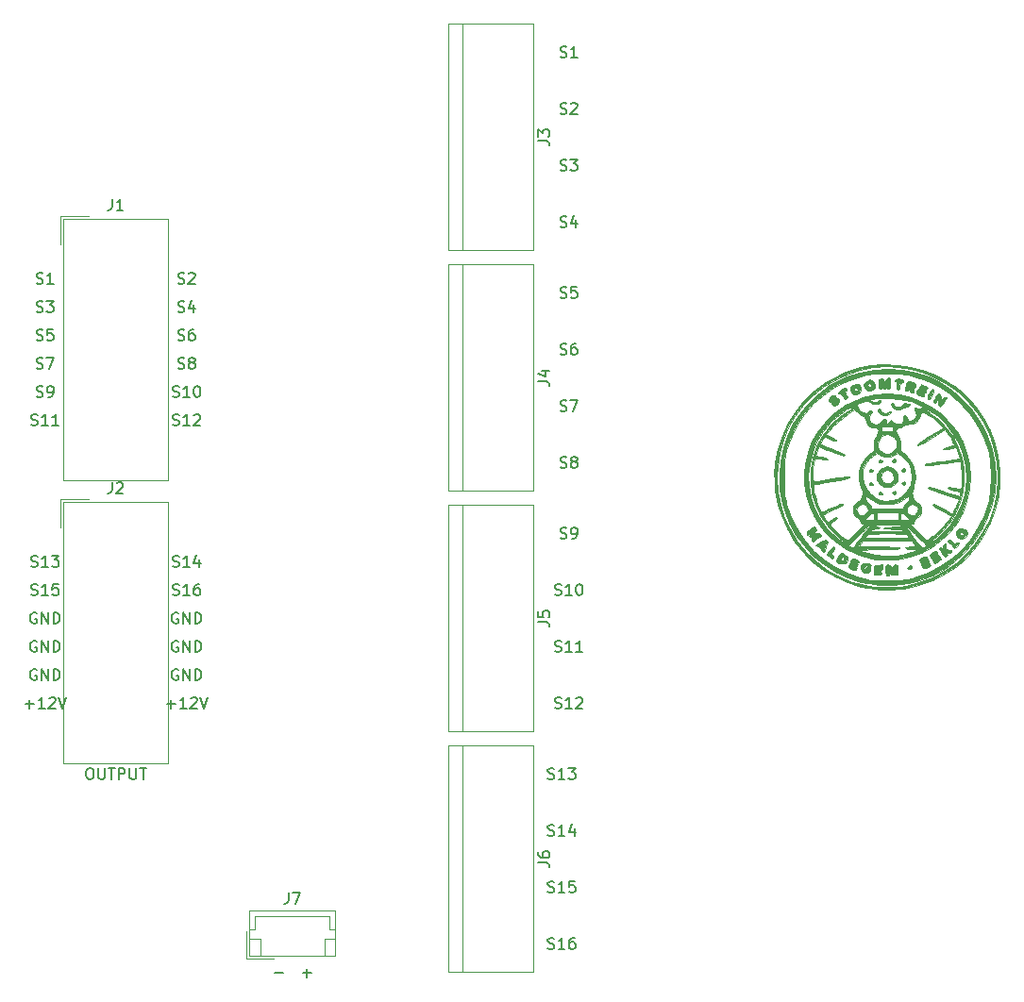
<source format=gbr>
G04 #@! TF.GenerationSoftware,KiCad,Pcbnew,(5.1.5)-3*
G04 #@! TF.CreationDate,2020-04-02T00:33:04+02:00*
G04 #@! TF.ProjectId,splitflap,73706c69-7466-46c6-9170-2e6b69636164,rev?*
G04 #@! TF.SameCoordinates,Original*
G04 #@! TF.FileFunction,Legend,Top*
G04 #@! TF.FilePolarity,Positive*
%FSLAX46Y46*%
G04 Gerber Fmt 4.6, Leading zero omitted, Abs format (unit mm)*
G04 Created by KiCad (PCBNEW (5.1.5)-3) date 2020-04-02 00:33:04*
%MOMM*%
%LPD*%
G04 APERTURE LIST*
%ADD10C,0.150000*%
%ADD11C,0.010000*%
%ADD12C,0.120000*%
G04 APERTURE END LIST*
D10*
X162591904Y-67714761D02*
X162734761Y-67762380D01*
X162972857Y-67762380D01*
X163068095Y-67714761D01*
X163115714Y-67667142D01*
X163163333Y-67571904D01*
X163163333Y-67476666D01*
X163115714Y-67381428D01*
X163068095Y-67333809D01*
X162972857Y-67286190D01*
X162782380Y-67238571D01*
X162687142Y-67190952D01*
X162639523Y-67143333D01*
X162591904Y-67048095D01*
X162591904Y-66952857D01*
X162639523Y-66857619D01*
X162687142Y-66810000D01*
X162782380Y-66762380D01*
X163020476Y-66762380D01*
X163163333Y-66810000D01*
X164115714Y-67762380D02*
X163544285Y-67762380D01*
X163830000Y-67762380D02*
X163830000Y-66762380D01*
X163734761Y-66905238D01*
X163639523Y-67000476D01*
X163544285Y-67048095D01*
X164496666Y-66857619D02*
X164544285Y-66810000D01*
X164639523Y-66762380D01*
X164877619Y-66762380D01*
X164972857Y-66810000D01*
X165020476Y-66857619D01*
X165068095Y-66952857D01*
X165068095Y-67048095D01*
X165020476Y-67190952D01*
X164449047Y-67762380D01*
X165068095Y-67762380D01*
X162591904Y-65174761D02*
X162734761Y-65222380D01*
X162972857Y-65222380D01*
X163068095Y-65174761D01*
X163115714Y-65127142D01*
X163163333Y-65031904D01*
X163163333Y-64936666D01*
X163115714Y-64841428D01*
X163068095Y-64793809D01*
X162972857Y-64746190D01*
X162782380Y-64698571D01*
X162687142Y-64650952D01*
X162639523Y-64603333D01*
X162591904Y-64508095D01*
X162591904Y-64412857D01*
X162639523Y-64317619D01*
X162687142Y-64270000D01*
X162782380Y-64222380D01*
X163020476Y-64222380D01*
X163163333Y-64270000D01*
X164115714Y-65222380D02*
X163544285Y-65222380D01*
X163830000Y-65222380D02*
X163830000Y-64222380D01*
X163734761Y-64365238D01*
X163639523Y-64460476D01*
X163544285Y-64508095D01*
X164734761Y-64222380D02*
X164830000Y-64222380D01*
X164925238Y-64270000D01*
X164972857Y-64317619D01*
X165020476Y-64412857D01*
X165068095Y-64603333D01*
X165068095Y-64841428D01*
X165020476Y-65031904D01*
X164972857Y-65127142D01*
X164925238Y-65174761D01*
X164830000Y-65222380D01*
X164734761Y-65222380D01*
X164639523Y-65174761D01*
X164591904Y-65127142D01*
X164544285Y-65031904D01*
X164496666Y-64841428D01*
X164496666Y-64603333D01*
X164544285Y-64412857D01*
X164591904Y-64317619D01*
X164639523Y-64270000D01*
X164734761Y-64222380D01*
X163068095Y-62634761D02*
X163210952Y-62682380D01*
X163449047Y-62682380D01*
X163544285Y-62634761D01*
X163591904Y-62587142D01*
X163639523Y-62491904D01*
X163639523Y-62396666D01*
X163591904Y-62301428D01*
X163544285Y-62253809D01*
X163449047Y-62206190D01*
X163258571Y-62158571D01*
X163163333Y-62110952D01*
X163115714Y-62063333D01*
X163068095Y-61968095D01*
X163068095Y-61872857D01*
X163115714Y-61777619D01*
X163163333Y-61730000D01*
X163258571Y-61682380D01*
X163496666Y-61682380D01*
X163639523Y-61730000D01*
X164210952Y-62110952D02*
X164115714Y-62063333D01*
X164068095Y-62015714D01*
X164020476Y-61920476D01*
X164020476Y-61872857D01*
X164068095Y-61777619D01*
X164115714Y-61730000D01*
X164210952Y-61682380D01*
X164401428Y-61682380D01*
X164496666Y-61730000D01*
X164544285Y-61777619D01*
X164591904Y-61872857D01*
X164591904Y-61920476D01*
X164544285Y-62015714D01*
X164496666Y-62063333D01*
X164401428Y-62110952D01*
X164210952Y-62110952D01*
X164115714Y-62158571D01*
X164068095Y-62206190D01*
X164020476Y-62301428D01*
X164020476Y-62491904D01*
X164068095Y-62587142D01*
X164115714Y-62634761D01*
X164210952Y-62682380D01*
X164401428Y-62682380D01*
X164496666Y-62634761D01*
X164544285Y-62587142D01*
X164591904Y-62491904D01*
X164591904Y-62301428D01*
X164544285Y-62206190D01*
X164496666Y-62158571D01*
X164401428Y-62110952D01*
X163068095Y-60094761D02*
X163210952Y-60142380D01*
X163449047Y-60142380D01*
X163544285Y-60094761D01*
X163591904Y-60047142D01*
X163639523Y-59951904D01*
X163639523Y-59856666D01*
X163591904Y-59761428D01*
X163544285Y-59713809D01*
X163449047Y-59666190D01*
X163258571Y-59618571D01*
X163163333Y-59570952D01*
X163115714Y-59523333D01*
X163068095Y-59428095D01*
X163068095Y-59332857D01*
X163115714Y-59237619D01*
X163163333Y-59190000D01*
X163258571Y-59142380D01*
X163496666Y-59142380D01*
X163639523Y-59190000D01*
X164496666Y-59142380D02*
X164306190Y-59142380D01*
X164210952Y-59190000D01*
X164163333Y-59237619D01*
X164068095Y-59380476D01*
X164020476Y-59570952D01*
X164020476Y-59951904D01*
X164068095Y-60047142D01*
X164115714Y-60094761D01*
X164210952Y-60142380D01*
X164401428Y-60142380D01*
X164496666Y-60094761D01*
X164544285Y-60047142D01*
X164591904Y-59951904D01*
X164591904Y-59713809D01*
X164544285Y-59618571D01*
X164496666Y-59570952D01*
X164401428Y-59523333D01*
X164210952Y-59523333D01*
X164115714Y-59570952D01*
X164068095Y-59618571D01*
X164020476Y-59713809D01*
X163068095Y-57554761D02*
X163210952Y-57602380D01*
X163449047Y-57602380D01*
X163544285Y-57554761D01*
X163591904Y-57507142D01*
X163639523Y-57411904D01*
X163639523Y-57316666D01*
X163591904Y-57221428D01*
X163544285Y-57173809D01*
X163449047Y-57126190D01*
X163258571Y-57078571D01*
X163163333Y-57030952D01*
X163115714Y-56983333D01*
X163068095Y-56888095D01*
X163068095Y-56792857D01*
X163115714Y-56697619D01*
X163163333Y-56650000D01*
X163258571Y-56602380D01*
X163496666Y-56602380D01*
X163639523Y-56650000D01*
X164496666Y-56935714D02*
X164496666Y-57602380D01*
X164258571Y-56554761D02*
X164020476Y-57269047D01*
X164639523Y-57269047D01*
X163068095Y-55014761D02*
X163210952Y-55062380D01*
X163449047Y-55062380D01*
X163544285Y-55014761D01*
X163591904Y-54967142D01*
X163639523Y-54871904D01*
X163639523Y-54776666D01*
X163591904Y-54681428D01*
X163544285Y-54633809D01*
X163449047Y-54586190D01*
X163258571Y-54538571D01*
X163163333Y-54490952D01*
X163115714Y-54443333D01*
X163068095Y-54348095D01*
X163068095Y-54252857D01*
X163115714Y-54157619D01*
X163163333Y-54110000D01*
X163258571Y-54062380D01*
X163496666Y-54062380D01*
X163639523Y-54110000D01*
X164020476Y-54157619D02*
X164068095Y-54110000D01*
X164163333Y-54062380D01*
X164401428Y-54062380D01*
X164496666Y-54110000D01*
X164544285Y-54157619D01*
X164591904Y-54252857D01*
X164591904Y-54348095D01*
X164544285Y-54490952D01*
X163972857Y-55062380D01*
X164591904Y-55062380D01*
X171704047Y-116911428D02*
X172465952Y-116911428D01*
X174244047Y-116911428D02*
X175005952Y-116911428D01*
X174625000Y-117292380D02*
X174625000Y-116530476D01*
X196246904Y-104544761D02*
X196389761Y-104592380D01*
X196627857Y-104592380D01*
X196723095Y-104544761D01*
X196770714Y-104497142D01*
X196818333Y-104401904D01*
X196818333Y-104306666D01*
X196770714Y-104211428D01*
X196723095Y-104163809D01*
X196627857Y-104116190D01*
X196437380Y-104068571D01*
X196342142Y-104020952D01*
X196294523Y-103973333D01*
X196246904Y-103878095D01*
X196246904Y-103782857D01*
X196294523Y-103687619D01*
X196342142Y-103640000D01*
X196437380Y-103592380D01*
X196675476Y-103592380D01*
X196818333Y-103640000D01*
X197770714Y-104592380D02*
X197199285Y-104592380D01*
X197485000Y-104592380D02*
X197485000Y-103592380D01*
X197389761Y-103735238D01*
X197294523Y-103830476D01*
X197199285Y-103878095D01*
X198627857Y-103925714D02*
X198627857Y-104592380D01*
X198389761Y-103544761D02*
X198151666Y-104259047D01*
X198770714Y-104259047D01*
X196246904Y-114704761D02*
X196389761Y-114752380D01*
X196627857Y-114752380D01*
X196723095Y-114704761D01*
X196770714Y-114657142D01*
X196818333Y-114561904D01*
X196818333Y-114466666D01*
X196770714Y-114371428D01*
X196723095Y-114323809D01*
X196627857Y-114276190D01*
X196437380Y-114228571D01*
X196342142Y-114180952D01*
X196294523Y-114133333D01*
X196246904Y-114038095D01*
X196246904Y-113942857D01*
X196294523Y-113847619D01*
X196342142Y-113800000D01*
X196437380Y-113752380D01*
X196675476Y-113752380D01*
X196818333Y-113800000D01*
X197770714Y-114752380D02*
X197199285Y-114752380D01*
X197485000Y-114752380D02*
X197485000Y-113752380D01*
X197389761Y-113895238D01*
X197294523Y-113990476D01*
X197199285Y-114038095D01*
X198627857Y-113752380D02*
X198437380Y-113752380D01*
X198342142Y-113800000D01*
X198294523Y-113847619D01*
X198199285Y-113990476D01*
X198151666Y-114180952D01*
X198151666Y-114561904D01*
X198199285Y-114657142D01*
X198246904Y-114704761D01*
X198342142Y-114752380D01*
X198532619Y-114752380D01*
X198627857Y-114704761D01*
X198675476Y-114657142D01*
X198723095Y-114561904D01*
X198723095Y-114323809D01*
X198675476Y-114228571D01*
X198627857Y-114180952D01*
X198532619Y-114133333D01*
X198342142Y-114133333D01*
X198246904Y-114180952D01*
X198199285Y-114228571D01*
X198151666Y-114323809D01*
X196246904Y-99464761D02*
X196389761Y-99512380D01*
X196627857Y-99512380D01*
X196723095Y-99464761D01*
X196770714Y-99417142D01*
X196818333Y-99321904D01*
X196818333Y-99226666D01*
X196770714Y-99131428D01*
X196723095Y-99083809D01*
X196627857Y-99036190D01*
X196437380Y-98988571D01*
X196342142Y-98940952D01*
X196294523Y-98893333D01*
X196246904Y-98798095D01*
X196246904Y-98702857D01*
X196294523Y-98607619D01*
X196342142Y-98560000D01*
X196437380Y-98512380D01*
X196675476Y-98512380D01*
X196818333Y-98560000D01*
X197770714Y-99512380D02*
X197199285Y-99512380D01*
X197485000Y-99512380D02*
X197485000Y-98512380D01*
X197389761Y-98655238D01*
X197294523Y-98750476D01*
X197199285Y-98798095D01*
X198104047Y-98512380D02*
X198723095Y-98512380D01*
X198389761Y-98893333D01*
X198532619Y-98893333D01*
X198627857Y-98940952D01*
X198675476Y-98988571D01*
X198723095Y-99083809D01*
X198723095Y-99321904D01*
X198675476Y-99417142D01*
X198627857Y-99464761D01*
X198532619Y-99512380D01*
X198246904Y-99512380D01*
X198151666Y-99464761D01*
X198104047Y-99417142D01*
X196246904Y-109624761D02*
X196389761Y-109672380D01*
X196627857Y-109672380D01*
X196723095Y-109624761D01*
X196770714Y-109577142D01*
X196818333Y-109481904D01*
X196818333Y-109386666D01*
X196770714Y-109291428D01*
X196723095Y-109243809D01*
X196627857Y-109196190D01*
X196437380Y-109148571D01*
X196342142Y-109100952D01*
X196294523Y-109053333D01*
X196246904Y-108958095D01*
X196246904Y-108862857D01*
X196294523Y-108767619D01*
X196342142Y-108720000D01*
X196437380Y-108672380D01*
X196675476Y-108672380D01*
X196818333Y-108720000D01*
X197770714Y-109672380D02*
X197199285Y-109672380D01*
X197485000Y-109672380D02*
X197485000Y-108672380D01*
X197389761Y-108815238D01*
X197294523Y-108910476D01*
X197199285Y-108958095D01*
X198675476Y-108672380D02*
X198199285Y-108672380D01*
X198151666Y-109148571D01*
X198199285Y-109100952D01*
X198294523Y-109053333D01*
X198532619Y-109053333D01*
X198627857Y-109100952D01*
X198675476Y-109148571D01*
X198723095Y-109243809D01*
X198723095Y-109481904D01*
X198675476Y-109577142D01*
X198627857Y-109624761D01*
X198532619Y-109672380D01*
X198294523Y-109672380D01*
X198199285Y-109624761D01*
X198151666Y-109577142D01*
X197358095Y-77874761D02*
X197500952Y-77922380D01*
X197739047Y-77922380D01*
X197834285Y-77874761D01*
X197881904Y-77827142D01*
X197929523Y-77731904D01*
X197929523Y-77636666D01*
X197881904Y-77541428D01*
X197834285Y-77493809D01*
X197739047Y-77446190D01*
X197548571Y-77398571D01*
X197453333Y-77350952D01*
X197405714Y-77303333D01*
X197358095Y-77208095D01*
X197358095Y-77112857D01*
X197405714Y-77017619D01*
X197453333Y-76970000D01*
X197548571Y-76922380D01*
X197786666Y-76922380D01*
X197929523Y-76970000D01*
X198405714Y-77922380D02*
X198596190Y-77922380D01*
X198691428Y-77874761D01*
X198739047Y-77827142D01*
X198834285Y-77684285D01*
X198881904Y-77493809D01*
X198881904Y-77112857D01*
X198834285Y-77017619D01*
X198786666Y-76970000D01*
X198691428Y-76922380D01*
X198500952Y-76922380D01*
X198405714Y-76970000D01*
X198358095Y-77017619D01*
X198310476Y-77112857D01*
X198310476Y-77350952D01*
X198358095Y-77446190D01*
X198405714Y-77493809D01*
X198500952Y-77541428D01*
X198691428Y-77541428D01*
X198786666Y-77493809D01*
X198834285Y-77446190D01*
X198881904Y-77350952D01*
X197358095Y-44854761D02*
X197500952Y-44902380D01*
X197739047Y-44902380D01*
X197834285Y-44854761D01*
X197881904Y-44807142D01*
X197929523Y-44711904D01*
X197929523Y-44616666D01*
X197881904Y-44521428D01*
X197834285Y-44473809D01*
X197739047Y-44426190D01*
X197548571Y-44378571D01*
X197453333Y-44330952D01*
X197405714Y-44283333D01*
X197358095Y-44188095D01*
X197358095Y-44092857D01*
X197405714Y-43997619D01*
X197453333Y-43950000D01*
X197548571Y-43902380D01*
X197786666Y-43902380D01*
X197929523Y-43950000D01*
X198262857Y-43902380D02*
X198881904Y-43902380D01*
X198548571Y-44283333D01*
X198691428Y-44283333D01*
X198786666Y-44330952D01*
X198834285Y-44378571D01*
X198881904Y-44473809D01*
X198881904Y-44711904D01*
X198834285Y-44807142D01*
X198786666Y-44854761D01*
X198691428Y-44902380D01*
X198405714Y-44902380D01*
X198310476Y-44854761D01*
X198262857Y-44807142D01*
X197358095Y-34694761D02*
X197500952Y-34742380D01*
X197739047Y-34742380D01*
X197834285Y-34694761D01*
X197881904Y-34647142D01*
X197929523Y-34551904D01*
X197929523Y-34456666D01*
X197881904Y-34361428D01*
X197834285Y-34313809D01*
X197739047Y-34266190D01*
X197548571Y-34218571D01*
X197453333Y-34170952D01*
X197405714Y-34123333D01*
X197358095Y-34028095D01*
X197358095Y-33932857D01*
X197405714Y-33837619D01*
X197453333Y-33790000D01*
X197548571Y-33742380D01*
X197786666Y-33742380D01*
X197929523Y-33790000D01*
X198881904Y-34742380D02*
X198310476Y-34742380D01*
X198596190Y-34742380D02*
X198596190Y-33742380D01*
X198500952Y-33885238D01*
X198405714Y-33980476D01*
X198310476Y-34028095D01*
X196881904Y-88034761D02*
X197024761Y-88082380D01*
X197262857Y-88082380D01*
X197358095Y-88034761D01*
X197405714Y-87987142D01*
X197453333Y-87891904D01*
X197453333Y-87796666D01*
X197405714Y-87701428D01*
X197358095Y-87653809D01*
X197262857Y-87606190D01*
X197072380Y-87558571D01*
X196977142Y-87510952D01*
X196929523Y-87463333D01*
X196881904Y-87368095D01*
X196881904Y-87272857D01*
X196929523Y-87177619D01*
X196977142Y-87130000D01*
X197072380Y-87082380D01*
X197310476Y-87082380D01*
X197453333Y-87130000D01*
X198405714Y-88082380D02*
X197834285Y-88082380D01*
X198120000Y-88082380D02*
X198120000Y-87082380D01*
X198024761Y-87225238D01*
X197929523Y-87320476D01*
X197834285Y-87368095D01*
X199358095Y-88082380D02*
X198786666Y-88082380D01*
X199072380Y-88082380D02*
X199072380Y-87082380D01*
X198977142Y-87225238D01*
X198881904Y-87320476D01*
X198786666Y-87368095D01*
X197358095Y-66444761D02*
X197500952Y-66492380D01*
X197739047Y-66492380D01*
X197834285Y-66444761D01*
X197881904Y-66397142D01*
X197929523Y-66301904D01*
X197929523Y-66206666D01*
X197881904Y-66111428D01*
X197834285Y-66063809D01*
X197739047Y-66016190D01*
X197548571Y-65968571D01*
X197453333Y-65920952D01*
X197405714Y-65873333D01*
X197358095Y-65778095D01*
X197358095Y-65682857D01*
X197405714Y-65587619D01*
X197453333Y-65540000D01*
X197548571Y-65492380D01*
X197786666Y-65492380D01*
X197929523Y-65540000D01*
X198262857Y-65492380D02*
X198929523Y-65492380D01*
X198500952Y-66492380D01*
X197358095Y-56284761D02*
X197500952Y-56332380D01*
X197739047Y-56332380D01*
X197834285Y-56284761D01*
X197881904Y-56237142D01*
X197929523Y-56141904D01*
X197929523Y-56046666D01*
X197881904Y-55951428D01*
X197834285Y-55903809D01*
X197739047Y-55856190D01*
X197548571Y-55808571D01*
X197453333Y-55760952D01*
X197405714Y-55713333D01*
X197358095Y-55618095D01*
X197358095Y-55522857D01*
X197405714Y-55427619D01*
X197453333Y-55380000D01*
X197548571Y-55332380D01*
X197786666Y-55332380D01*
X197929523Y-55380000D01*
X198834285Y-55332380D02*
X198358095Y-55332380D01*
X198310476Y-55808571D01*
X198358095Y-55760952D01*
X198453333Y-55713333D01*
X198691428Y-55713333D01*
X198786666Y-55760952D01*
X198834285Y-55808571D01*
X198881904Y-55903809D01*
X198881904Y-56141904D01*
X198834285Y-56237142D01*
X198786666Y-56284761D01*
X198691428Y-56332380D01*
X198453333Y-56332380D01*
X198358095Y-56284761D01*
X198310476Y-56237142D01*
X163068095Y-89670000D02*
X162972857Y-89622380D01*
X162830000Y-89622380D01*
X162687142Y-89670000D01*
X162591904Y-89765238D01*
X162544285Y-89860476D01*
X162496666Y-90050952D01*
X162496666Y-90193809D01*
X162544285Y-90384285D01*
X162591904Y-90479523D01*
X162687142Y-90574761D01*
X162830000Y-90622380D01*
X162925238Y-90622380D01*
X163068095Y-90574761D01*
X163115714Y-90527142D01*
X163115714Y-90193809D01*
X162925238Y-90193809D01*
X163544285Y-90622380D02*
X163544285Y-89622380D01*
X164115714Y-90622380D01*
X164115714Y-89622380D01*
X164591904Y-90622380D02*
X164591904Y-89622380D01*
X164830000Y-89622380D01*
X164972857Y-89670000D01*
X165068095Y-89765238D01*
X165115714Y-89860476D01*
X165163333Y-90050952D01*
X165163333Y-90193809D01*
X165115714Y-90384285D01*
X165068095Y-90479523D01*
X164972857Y-90574761D01*
X164830000Y-90622380D01*
X164591904Y-90622380D01*
X162591904Y-82954761D02*
X162734761Y-83002380D01*
X162972857Y-83002380D01*
X163068095Y-82954761D01*
X163115714Y-82907142D01*
X163163333Y-82811904D01*
X163163333Y-82716666D01*
X163115714Y-82621428D01*
X163068095Y-82573809D01*
X162972857Y-82526190D01*
X162782380Y-82478571D01*
X162687142Y-82430952D01*
X162639523Y-82383333D01*
X162591904Y-82288095D01*
X162591904Y-82192857D01*
X162639523Y-82097619D01*
X162687142Y-82050000D01*
X162782380Y-82002380D01*
X163020476Y-82002380D01*
X163163333Y-82050000D01*
X164115714Y-83002380D02*
X163544285Y-83002380D01*
X163830000Y-83002380D02*
X163830000Y-82002380D01*
X163734761Y-82145238D01*
X163639523Y-82240476D01*
X163544285Y-82288095D01*
X164972857Y-82002380D02*
X164782380Y-82002380D01*
X164687142Y-82050000D01*
X164639523Y-82097619D01*
X164544285Y-82240476D01*
X164496666Y-82430952D01*
X164496666Y-82811904D01*
X164544285Y-82907142D01*
X164591904Y-82954761D01*
X164687142Y-83002380D01*
X164877619Y-83002380D01*
X164972857Y-82954761D01*
X165020476Y-82907142D01*
X165068095Y-82811904D01*
X165068095Y-82573809D01*
X165020476Y-82478571D01*
X164972857Y-82430952D01*
X164877619Y-82383333D01*
X164687142Y-82383333D01*
X164591904Y-82430952D01*
X164544285Y-82478571D01*
X164496666Y-82573809D01*
X162591904Y-80414761D02*
X162734761Y-80462380D01*
X162972857Y-80462380D01*
X163068095Y-80414761D01*
X163115714Y-80367142D01*
X163163333Y-80271904D01*
X163163333Y-80176666D01*
X163115714Y-80081428D01*
X163068095Y-80033809D01*
X162972857Y-79986190D01*
X162782380Y-79938571D01*
X162687142Y-79890952D01*
X162639523Y-79843333D01*
X162591904Y-79748095D01*
X162591904Y-79652857D01*
X162639523Y-79557619D01*
X162687142Y-79510000D01*
X162782380Y-79462380D01*
X163020476Y-79462380D01*
X163163333Y-79510000D01*
X164115714Y-80462380D02*
X163544285Y-80462380D01*
X163830000Y-80462380D02*
X163830000Y-79462380D01*
X163734761Y-79605238D01*
X163639523Y-79700476D01*
X163544285Y-79748095D01*
X164972857Y-79795714D02*
X164972857Y-80462380D01*
X164734761Y-79414761D02*
X164496666Y-80129047D01*
X165115714Y-80129047D01*
X162068095Y-92781428D02*
X162830000Y-92781428D01*
X162449047Y-93162380D02*
X162449047Y-92400476D01*
X163830000Y-93162380D02*
X163258571Y-93162380D01*
X163544285Y-93162380D02*
X163544285Y-92162380D01*
X163449047Y-92305238D01*
X163353809Y-92400476D01*
X163258571Y-92448095D01*
X164210952Y-92257619D02*
X164258571Y-92210000D01*
X164353809Y-92162380D01*
X164591904Y-92162380D01*
X164687142Y-92210000D01*
X164734761Y-92257619D01*
X164782380Y-92352857D01*
X164782380Y-92448095D01*
X164734761Y-92590952D01*
X164163333Y-93162380D01*
X164782380Y-93162380D01*
X165068095Y-92162380D02*
X165401428Y-93162380D01*
X165734761Y-92162380D01*
X163068095Y-87130000D02*
X162972857Y-87082380D01*
X162830000Y-87082380D01*
X162687142Y-87130000D01*
X162591904Y-87225238D01*
X162544285Y-87320476D01*
X162496666Y-87510952D01*
X162496666Y-87653809D01*
X162544285Y-87844285D01*
X162591904Y-87939523D01*
X162687142Y-88034761D01*
X162830000Y-88082380D01*
X162925238Y-88082380D01*
X163068095Y-88034761D01*
X163115714Y-87987142D01*
X163115714Y-87653809D01*
X162925238Y-87653809D01*
X163544285Y-88082380D02*
X163544285Y-87082380D01*
X164115714Y-88082380D01*
X164115714Y-87082380D01*
X164591904Y-88082380D02*
X164591904Y-87082380D01*
X164830000Y-87082380D01*
X164972857Y-87130000D01*
X165068095Y-87225238D01*
X165115714Y-87320476D01*
X165163333Y-87510952D01*
X165163333Y-87653809D01*
X165115714Y-87844285D01*
X165068095Y-87939523D01*
X164972857Y-88034761D01*
X164830000Y-88082380D01*
X164591904Y-88082380D01*
X163068095Y-84590000D02*
X162972857Y-84542380D01*
X162830000Y-84542380D01*
X162687142Y-84590000D01*
X162591904Y-84685238D01*
X162544285Y-84780476D01*
X162496666Y-84970952D01*
X162496666Y-85113809D01*
X162544285Y-85304285D01*
X162591904Y-85399523D01*
X162687142Y-85494761D01*
X162830000Y-85542380D01*
X162925238Y-85542380D01*
X163068095Y-85494761D01*
X163115714Y-85447142D01*
X163115714Y-85113809D01*
X162925238Y-85113809D01*
X163544285Y-85542380D02*
X163544285Y-84542380D01*
X164115714Y-85542380D01*
X164115714Y-84542380D01*
X164591904Y-85542380D02*
X164591904Y-84542380D01*
X164830000Y-84542380D01*
X164972857Y-84590000D01*
X165068095Y-84685238D01*
X165115714Y-84780476D01*
X165163333Y-84970952D01*
X165163333Y-85113809D01*
X165115714Y-85304285D01*
X165068095Y-85399523D01*
X164972857Y-85494761D01*
X164830000Y-85542380D01*
X164591904Y-85542380D01*
X150368095Y-89670000D02*
X150272857Y-89622380D01*
X150130000Y-89622380D01*
X149987142Y-89670000D01*
X149891904Y-89765238D01*
X149844285Y-89860476D01*
X149796666Y-90050952D01*
X149796666Y-90193809D01*
X149844285Y-90384285D01*
X149891904Y-90479523D01*
X149987142Y-90574761D01*
X150130000Y-90622380D01*
X150225238Y-90622380D01*
X150368095Y-90574761D01*
X150415714Y-90527142D01*
X150415714Y-90193809D01*
X150225238Y-90193809D01*
X150844285Y-90622380D02*
X150844285Y-89622380D01*
X151415714Y-90622380D01*
X151415714Y-89622380D01*
X151891904Y-90622380D02*
X151891904Y-89622380D01*
X152130000Y-89622380D01*
X152272857Y-89670000D01*
X152368095Y-89765238D01*
X152415714Y-89860476D01*
X152463333Y-90050952D01*
X152463333Y-90193809D01*
X152415714Y-90384285D01*
X152368095Y-90479523D01*
X152272857Y-90574761D01*
X152130000Y-90622380D01*
X151891904Y-90622380D01*
X149891904Y-82954761D02*
X150034761Y-83002380D01*
X150272857Y-83002380D01*
X150368095Y-82954761D01*
X150415714Y-82907142D01*
X150463333Y-82811904D01*
X150463333Y-82716666D01*
X150415714Y-82621428D01*
X150368095Y-82573809D01*
X150272857Y-82526190D01*
X150082380Y-82478571D01*
X149987142Y-82430952D01*
X149939523Y-82383333D01*
X149891904Y-82288095D01*
X149891904Y-82192857D01*
X149939523Y-82097619D01*
X149987142Y-82050000D01*
X150082380Y-82002380D01*
X150320476Y-82002380D01*
X150463333Y-82050000D01*
X151415714Y-83002380D02*
X150844285Y-83002380D01*
X151130000Y-83002380D02*
X151130000Y-82002380D01*
X151034761Y-82145238D01*
X150939523Y-82240476D01*
X150844285Y-82288095D01*
X152320476Y-82002380D02*
X151844285Y-82002380D01*
X151796666Y-82478571D01*
X151844285Y-82430952D01*
X151939523Y-82383333D01*
X152177619Y-82383333D01*
X152272857Y-82430952D01*
X152320476Y-82478571D01*
X152368095Y-82573809D01*
X152368095Y-82811904D01*
X152320476Y-82907142D01*
X152272857Y-82954761D01*
X152177619Y-83002380D01*
X151939523Y-83002380D01*
X151844285Y-82954761D01*
X151796666Y-82907142D01*
X149891904Y-80414761D02*
X150034761Y-80462380D01*
X150272857Y-80462380D01*
X150368095Y-80414761D01*
X150415714Y-80367142D01*
X150463333Y-80271904D01*
X150463333Y-80176666D01*
X150415714Y-80081428D01*
X150368095Y-80033809D01*
X150272857Y-79986190D01*
X150082380Y-79938571D01*
X149987142Y-79890952D01*
X149939523Y-79843333D01*
X149891904Y-79748095D01*
X149891904Y-79652857D01*
X149939523Y-79557619D01*
X149987142Y-79510000D01*
X150082380Y-79462380D01*
X150320476Y-79462380D01*
X150463333Y-79510000D01*
X151415714Y-80462380D02*
X150844285Y-80462380D01*
X151130000Y-80462380D02*
X151130000Y-79462380D01*
X151034761Y-79605238D01*
X150939523Y-79700476D01*
X150844285Y-79748095D01*
X151749047Y-79462380D02*
X152368095Y-79462380D01*
X152034761Y-79843333D01*
X152177619Y-79843333D01*
X152272857Y-79890952D01*
X152320476Y-79938571D01*
X152368095Y-80033809D01*
X152368095Y-80271904D01*
X152320476Y-80367142D01*
X152272857Y-80414761D01*
X152177619Y-80462380D01*
X151891904Y-80462380D01*
X151796666Y-80414761D01*
X151749047Y-80367142D01*
X149368095Y-92781428D02*
X150130000Y-92781428D01*
X149749047Y-93162380D02*
X149749047Y-92400476D01*
X151130000Y-93162380D02*
X150558571Y-93162380D01*
X150844285Y-93162380D02*
X150844285Y-92162380D01*
X150749047Y-92305238D01*
X150653809Y-92400476D01*
X150558571Y-92448095D01*
X151510952Y-92257619D02*
X151558571Y-92210000D01*
X151653809Y-92162380D01*
X151891904Y-92162380D01*
X151987142Y-92210000D01*
X152034761Y-92257619D01*
X152082380Y-92352857D01*
X152082380Y-92448095D01*
X152034761Y-92590952D01*
X151463333Y-93162380D01*
X152082380Y-93162380D01*
X152368095Y-92162380D02*
X152701428Y-93162380D01*
X153034761Y-92162380D01*
X150368095Y-87130000D02*
X150272857Y-87082380D01*
X150130000Y-87082380D01*
X149987142Y-87130000D01*
X149891904Y-87225238D01*
X149844285Y-87320476D01*
X149796666Y-87510952D01*
X149796666Y-87653809D01*
X149844285Y-87844285D01*
X149891904Y-87939523D01*
X149987142Y-88034761D01*
X150130000Y-88082380D01*
X150225238Y-88082380D01*
X150368095Y-88034761D01*
X150415714Y-87987142D01*
X150415714Y-87653809D01*
X150225238Y-87653809D01*
X150844285Y-88082380D02*
X150844285Y-87082380D01*
X151415714Y-88082380D01*
X151415714Y-87082380D01*
X151891904Y-88082380D02*
X151891904Y-87082380D01*
X152130000Y-87082380D01*
X152272857Y-87130000D01*
X152368095Y-87225238D01*
X152415714Y-87320476D01*
X152463333Y-87510952D01*
X152463333Y-87653809D01*
X152415714Y-87844285D01*
X152368095Y-87939523D01*
X152272857Y-88034761D01*
X152130000Y-88082380D01*
X151891904Y-88082380D01*
X150368095Y-84590000D02*
X150272857Y-84542380D01*
X150130000Y-84542380D01*
X149987142Y-84590000D01*
X149891904Y-84685238D01*
X149844285Y-84780476D01*
X149796666Y-84970952D01*
X149796666Y-85113809D01*
X149844285Y-85304285D01*
X149891904Y-85399523D01*
X149987142Y-85494761D01*
X150130000Y-85542380D01*
X150225238Y-85542380D01*
X150368095Y-85494761D01*
X150415714Y-85447142D01*
X150415714Y-85113809D01*
X150225238Y-85113809D01*
X150844285Y-85542380D02*
X150844285Y-84542380D01*
X151415714Y-85542380D01*
X151415714Y-84542380D01*
X151891904Y-85542380D02*
X151891904Y-84542380D01*
X152130000Y-84542380D01*
X152272857Y-84590000D01*
X152368095Y-84685238D01*
X152415714Y-84780476D01*
X152463333Y-84970952D01*
X152463333Y-85113809D01*
X152415714Y-85304285D01*
X152368095Y-85399523D01*
X152272857Y-85494761D01*
X152130000Y-85542380D01*
X151891904Y-85542380D01*
X196881904Y-82954761D02*
X197024761Y-83002380D01*
X197262857Y-83002380D01*
X197358095Y-82954761D01*
X197405714Y-82907142D01*
X197453333Y-82811904D01*
X197453333Y-82716666D01*
X197405714Y-82621428D01*
X197358095Y-82573809D01*
X197262857Y-82526190D01*
X197072380Y-82478571D01*
X196977142Y-82430952D01*
X196929523Y-82383333D01*
X196881904Y-82288095D01*
X196881904Y-82192857D01*
X196929523Y-82097619D01*
X196977142Y-82050000D01*
X197072380Y-82002380D01*
X197310476Y-82002380D01*
X197453333Y-82050000D01*
X198405714Y-83002380D02*
X197834285Y-83002380D01*
X198120000Y-83002380D02*
X198120000Y-82002380D01*
X198024761Y-82145238D01*
X197929523Y-82240476D01*
X197834285Y-82288095D01*
X199024761Y-82002380D02*
X199120000Y-82002380D01*
X199215238Y-82050000D01*
X199262857Y-82097619D01*
X199310476Y-82192857D01*
X199358095Y-82383333D01*
X199358095Y-82621428D01*
X199310476Y-82811904D01*
X199262857Y-82907142D01*
X199215238Y-82954761D01*
X199120000Y-83002380D01*
X199024761Y-83002380D01*
X198929523Y-82954761D01*
X198881904Y-82907142D01*
X198834285Y-82811904D01*
X198786666Y-82621428D01*
X198786666Y-82383333D01*
X198834285Y-82192857D01*
X198881904Y-82097619D01*
X198929523Y-82050000D01*
X199024761Y-82002380D01*
X197358095Y-49934761D02*
X197500952Y-49982380D01*
X197739047Y-49982380D01*
X197834285Y-49934761D01*
X197881904Y-49887142D01*
X197929523Y-49791904D01*
X197929523Y-49696666D01*
X197881904Y-49601428D01*
X197834285Y-49553809D01*
X197739047Y-49506190D01*
X197548571Y-49458571D01*
X197453333Y-49410952D01*
X197405714Y-49363333D01*
X197358095Y-49268095D01*
X197358095Y-49172857D01*
X197405714Y-49077619D01*
X197453333Y-49030000D01*
X197548571Y-48982380D01*
X197786666Y-48982380D01*
X197929523Y-49030000D01*
X198786666Y-49315714D02*
X198786666Y-49982380D01*
X198548571Y-48934761D02*
X198310476Y-49649047D01*
X198929523Y-49649047D01*
X197358095Y-39774761D02*
X197500952Y-39822380D01*
X197739047Y-39822380D01*
X197834285Y-39774761D01*
X197881904Y-39727142D01*
X197929523Y-39631904D01*
X197929523Y-39536666D01*
X197881904Y-39441428D01*
X197834285Y-39393809D01*
X197739047Y-39346190D01*
X197548571Y-39298571D01*
X197453333Y-39250952D01*
X197405714Y-39203333D01*
X197358095Y-39108095D01*
X197358095Y-39012857D01*
X197405714Y-38917619D01*
X197453333Y-38870000D01*
X197548571Y-38822380D01*
X197786666Y-38822380D01*
X197929523Y-38870000D01*
X198310476Y-38917619D02*
X198358095Y-38870000D01*
X198453333Y-38822380D01*
X198691428Y-38822380D01*
X198786666Y-38870000D01*
X198834285Y-38917619D01*
X198881904Y-39012857D01*
X198881904Y-39108095D01*
X198834285Y-39250952D01*
X198262857Y-39822380D01*
X198881904Y-39822380D01*
X196881904Y-93114761D02*
X197024761Y-93162380D01*
X197262857Y-93162380D01*
X197358095Y-93114761D01*
X197405714Y-93067142D01*
X197453333Y-92971904D01*
X197453333Y-92876666D01*
X197405714Y-92781428D01*
X197358095Y-92733809D01*
X197262857Y-92686190D01*
X197072380Y-92638571D01*
X196977142Y-92590952D01*
X196929523Y-92543333D01*
X196881904Y-92448095D01*
X196881904Y-92352857D01*
X196929523Y-92257619D01*
X196977142Y-92210000D01*
X197072380Y-92162380D01*
X197310476Y-92162380D01*
X197453333Y-92210000D01*
X198405714Y-93162380D02*
X197834285Y-93162380D01*
X198120000Y-93162380D02*
X198120000Y-92162380D01*
X198024761Y-92305238D01*
X197929523Y-92400476D01*
X197834285Y-92448095D01*
X198786666Y-92257619D02*
X198834285Y-92210000D01*
X198929523Y-92162380D01*
X199167619Y-92162380D01*
X199262857Y-92210000D01*
X199310476Y-92257619D01*
X199358095Y-92352857D01*
X199358095Y-92448095D01*
X199310476Y-92590952D01*
X198739047Y-93162380D01*
X199358095Y-93162380D01*
X197358095Y-71524761D02*
X197500952Y-71572380D01*
X197739047Y-71572380D01*
X197834285Y-71524761D01*
X197881904Y-71477142D01*
X197929523Y-71381904D01*
X197929523Y-71286666D01*
X197881904Y-71191428D01*
X197834285Y-71143809D01*
X197739047Y-71096190D01*
X197548571Y-71048571D01*
X197453333Y-71000952D01*
X197405714Y-70953333D01*
X197358095Y-70858095D01*
X197358095Y-70762857D01*
X197405714Y-70667619D01*
X197453333Y-70620000D01*
X197548571Y-70572380D01*
X197786666Y-70572380D01*
X197929523Y-70620000D01*
X198500952Y-71000952D02*
X198405714Y-70953333D01*
X198358095Y-70905714D01*
X198310476Y-70810476D01*
X198310476Y-70762857D01*
X198358095Y-70667619D01*
X198405714Y-70620000D01*
X198500952Y-70572380D01*
X198691428Y-70572380D01*
X198786666Y-70620000D01*
X198834285Y-70667619D01*
X198881904Y-70762857D01*
X198881904Y-70810476D01*
X198834285Y-70905714D01*
X198786666Y-70953333D01*
X198691428Y-71000952D01*
X198500952Y-71000952D01*
X198405714Y-71048571D01*
X198358095Y-71096190D01*
X198310476Y-71191428D01*
X198310476Y-71381904D01*
X198358095Y-71477142D01*
X198405714Y-71524761D01*
X198500952Y-71572380D01*
X198691428Y-71572380D01*
X198786666Y-71524761D01*
X198834285Y-71477142D01*
X198881904Y-71381904D01*
X198881904Y-71191428D01*
X198834285Y-71096190D01*
X198786666Y-71048571D01*
X198691428Y-71000952D01*
X197358095Y-61364761D02*
X197500952Y-61412380D01*
X197739047Y-61412380D01*
X197834285Y-61364761D01*
X197881904Y-61317142D01*
X197929523Y-61221904D01*
X197929523Y-61126666D01*
X197881904Y-61031428D01*
X197834285Y-60983809D01*
X197739047Y-60936190D01*
X197548571Y-60888571D01*
X197453333Y-60840952D01*
X197405714Y-60793333D01*
X197358095Y-60698095D01*
X197358095Y-60602857D01*
X197405714Y-60507619D01*
X197453333Y-60460000D01*
X197548571Y-60412380D01*
X197786666Y-60412380D01*
X197929523Y-60460000D01*
X198786666Y-60412380D02*
X198596190Y-60412380D01*
X198500952Y-60460000D01*
X198453333Y-60507619D01*
X198358095Y-60650476D01*
X198310476Y-60840952D01*
X198310476Y-61221904D01*
X198358095Y-61317142D01*
X198405714Y-61364761D01*
X198500952Y-61412380D01*
X198691428Y-61412380D01*
X198786666Y-61364761D01*
X198834285Y-61317142D01*
X198881904Y-61221904D01*
X198881904Y-60983809D01*
X198834285Y-60888571D01*
X198786666Y-60840952D01*
X198691428Y-60793333D01*
X198500952Y-60793333D01*
X198405714Y-60840952D01*
X198358095Y-60888571D01*
X198310476Y-60983809D01*
X155075238Y-98512380D02*
X155265714Y-98512380D01*
X155360952Y-98560000D01*
X155456190Y-98655238D01*
X155503809Y-98845714D01*
X155503809Y-99179047D01*
X155456190Y-99369523D01*
X155360952Y-99464761D01*
X155265714Y-99512380D01*
X155075238Y-99512380D01*
X154980000Y-99464761D01*
X154884761Y-99369523D01*
X154837142Y-99179047D01*
X154837142Y-98845714D01*
X154884761Y-98655238D01*
X154980000Y-98560000D01*
X155075238Y-98512380D01*
X155932380Y-98512380D02*
X155932380Y-99321904D01*
X155980000Y-99417142D01*
X156027619Y-99464761D01*
X156122857Y-99512380D01*
X156313333Y-99512380D01*
X156408571Y-99464761D01*
X156456190Y-99417142D01*
X156503809Y-99321904D01*
X156503809Y-98512380D01*
X156837142Y-98512380D02*
X157408571Y-98512380D01*
X157122857Y-99512380D02*
X157122857Y-98512380D01*
X157741904Y-99512380D02*
X157741904Y-98512380D01*
X158122857Y-98512380D01*
X158218095Y-98560000D01*
X158265714Y-98607619D01*
X158313333Y-98702857D01*
X158313333Y-98845714D01*
X158265714Y-98940952D01*
X158218095Y-98988571D01*
X158122857Y-99036190D01*
X157741904Y-99036190D01*
X158741904Y-98512380D02*
X158741904Y-99321904D01*
X158789523Y-99417142D01*
X158837142Y-99464761D01*
X158932380Y-99512380D01*
X159122857Y-99512380D01*
X159218095Y-99464761D01*
X159265714Y-99417142D01*
X159313333Y-99321904D01*
X159313333Y-98512380D01*
X159646666Y-98512380D02*
X160218095Y-98512380D01*
X159932380Y-99512380D02*
X159932380Y-98512380D01*
X150368095Y-65174761D02*
X150510952Y-65222380D01*
X150749047Y-65222380D01*
X150844285Y-65174761D01*
X150891904Y-65127142D01*
X150939523Y-65031904D01*
X150939523Y-64936666D01*
X150891904Y-64841428D01*
X150844285Y-64793809D01*
X150749047Y-64746190D01*
X150558571Y-64698571D01*
X150463333Y-64650952D01*
X150415714Y-64603333D01*
X150368095Y-64508095D01*
X150368095Y-64412857D01*
X150415714Y-64317619D01*
X150463333Y-64270000D01*
X150558571Y-64222380D01*
X150796666Y-64222380D01*
X150939523Y-64270000D01*
X151415714Y-65222380D02*
X151606190Y-65222380D01*
X151701428Y-65174761D01*
X151749047Y-65127142D01*
X151844285Y-64984285D01*
X151891904Y-64793809D01*
X151891904Y-64412857D01*
X151844285Y-64317619D01*
X151796666Y-64270000D01*
X151701428Y-64222380D01*
X151510952Y-64222380D01*
X151415714Y-64270000D01*
X151368095Y-64317619D01*
X151320476Y-64412857D01*
X151320476Y-64650952D01*
X151368095Y-64746190D01*
X151415714Y-64793809D01*
X151510952Y-64841428D01*
X151701428Y-64841428D01*
X151796666Y-64793809D01*
X151844285Y-64746190D01*
X151891904Y-64650952D01*
X150368095Y-60094761D02*
X150510952Y-60142380D01*
X150749047Y-60142380D01*
X150844285Y-60094761D01*
X150891904Y-60047142D01*
X150939523Y-59951904D01*
X150939523Y-59856666D01*
X150891904Y-59761428D01*
X150844285Y-59713809D01*
X150749047Y-59666190D01*
X150558571Y-59618571D01*
X150463333Y-59570952D01*
X150415714Y-59523333D01*
X150368095Y-59428095D01*
X150368095Y-59332857D01*
X150415714Y-59237619D01*
X150463333Y-59190000D01*
X150558571Y-59142380D01*
X150796666Y-59142380D01*
X150939523Y-59190000D01*
X151844285Y-59142380D02*
X151368095Y-59142380D01*
X151320476Y-59618571D01*
X151368095Y-59570952D01*
X151463333Y-59523333D01*
X151701428Y-59523333D01*
X151796666Y-59570952D01*
X151844285Y-59618571D01*
X151891904Y-59713809D01*
X151891904Y-59951904D01*
X151844285Y-60047142D01*
X151796666Y-60094761D01*
X151701428Y-60142380D01*
X151463333Y-60142380D01*
X151368095Y-60094761D01*
X151320476Y-60047142D01*
X150368095Y-62634761D02*
X150510952Y-62682380D01*
X150749047Y-62682380D01*
X150844285Y-62634761D01*
X150891904Y-62587142D01*
X150939523Y-62491904D01*
X150939523Y-62396666D01*
X150891904Y-62301428D01*
X150844285Y-62253809D01*
X150749047Y-62206190D01*
X150558571Y-62158571D01*
X150463333Y-62110952D01*
X150415714Y-62063333D01*
X150368095Y-61968095D01*
X150368095Y-61872857D01*
X150415714Y-61777619D01*
X150463333Y-61730000D01*
X150558571Y-61682380D01*
X150796666Y-61682380D01*
X150939523Y-61730000D01*
X151272857Y-61682380D02*
X151939523Y-61682380D01*
X151510952Y-62682380D01*
X149891904Y-67714761D02*
X150034761Y-67762380D01*
X150272857Y-67762380D01*
X150368095Y-67714761D01*
X150415714Y-67667142D01*
X150463333Y-67571904D01*
X150463333Y-67476666D01*
X150415714Y-67381428D01*
X150368095Y-67333809D01*
X150272857Y-67286190D01*
X150082380Y-67238571D01*
X149987142Y-67190952D01*
X149939523Y-67143333D01*
X149891904Y-67048095D01*
X149891904Y-66952857D01*
X149939523Y-66857619D01*
X149987142Y-66810000D01*
X150082380Y-66762380D01*
X150320476Y-66762380D01*
X150463333Y-66810000D01*
X151415714Y-67762380D02*
X150844285Y-67762380D01*
X151130000Y-67762380D02*
X151130000Y-66762380D01*
X151034761Y-66905238D01*
X150939523Y-67000476D01*
X150844285Y-67048095D01*
X152368095Y-67762380D02*
X151796666Y-67762380D01*
X152082380Y-67762380D02*
X152082380Y-66762380D01*
X151987142Y-66905238D01*
X151891904Y-67000476D01*
X151796666Y-67048095D01*
X150368095Y-55014761D02*
X150510952Y-55062380D01*
X150749047Y-55062380D01*
X150844285Y-55014761D01*
X150891904Y-54967142D01*
X150939523Y-54871904D01*
X150939523Y-54776666D01*
X150891904Y-54681428D01*
X150844285Y-54633809D01*
X150749047Y-54586190D01*
X150558571Y-54538571D01*
X150463333Y-54490952D01*
X150415714Y-54443333D01*
X150368095Y-54348095D01*
X150368095Y-54252857D01*
X150415714Y-54157619D01*
X150463333Y-54110000D01*
X150558571Y-54062380D01*
X150796666Y-54062380D01*
X150939523Y-54110000D01*
X151891904Y-55062380D02*
X151320476Y-55062380D01*
X151606190Y-55062380D02*
X151606190Y-54062380D01*
X151510952Y-54205238D01*
X151415714Y-54300476D01*
X151320476Y-54348095D01*
X150368095Y-57554761D02*
X150510952Y-57602380D01*
X150749047Y-57602380D01*
X150844285Y-57554761D01*
X150891904Y-57507142D01*
X150939523Y-57411904D01*
X150939523Y-57316666D01*
X150891904Y-57221428D01*
X150844285Y-57173809D01*
X150749047Y-57126190D01*
X150558571Y-57078571D01*
X150463333Y-57030952D01*
X150415714Y-56983333D01*
X150368095Y-56888095D01*
X150368095Y-56792857D01*
X150415714Y-56697619D01*
X150463333Y-56650000D01*
X150558571Y-56602380D01*
X150796666Y-56602380D01*
X150939523Y-56650000D01*
X151272857Y-56602380D02*
X151891904Y-56602380D01*
X151558571Y-56983333D01*
X151701428Y-56983333D01*
X151796666Y-57030952D01*
X151844285Y-57078571D01*
X151891904Y-57173809D01*
X151891904Y-57411904D01*
X151844285Y-57507142D01*
X151796666Y-57554761D01*
X151701428Y-57602380D01*
X151415714Y-57602380D01*
X151320476Y-57554761D01*
X151272857Y-57507142D01*
D11*
G36*
X227257548Y-65835342D02*
G01*
X227406932Y-66048264D01*
X227620402Y-66125566D01*
X227856602Y-66064125D01*
X228048624Y-65895094D01*
X228184354Y-65751423D01*
X228270493Y-65744015D01*
X228298199Y-65777154D01*
X228432237Y-65848353D01*
X228547096Y-65831688D01*
X228693804Y-65815529D01*
X228723033Y-65874192D01*
X228643788Y-65969910D01*
X228494166Y-66053713D01*
X228242161Y-66158305D01*
X227994537Y-66263565D01*
X227775436Y-66348593D01*
X227623053Y-66364067D01*
X227451723Y-66314282D01*
X227399034Y-66293409D01*
X227214546Y-66167442D01*
X227095453Y-65993458D01*
X227072316Y-65827118D01*
X227107714Y-65762752D01*
X227197835Y-65736786D01*
X227257548Y-65835342D01*
G37*
X227257548Y-65835342D02*
X227406932Y-66048264D01*
X227620402Y-66125566D01*
X227856602Y-66064125D01*
X228048624Y-65895094D01*
X228184354Y-65751423D01*
X228270493Y-65744015D01*
X228298199Y-65777154D01*
X228432237Y-65848353D01*
X228547096Y-65831688D01*
X228693804Y-65815529D01*
X228723033Y-65874192D01*
X228643788Y-65969910D01*
X228494166Y-66053713D01*
X228242161Y-66158305D01*
X227994537Y-66263565D01*
X227775436Y-66348593D01*
X227623053Y-66364067D01*
X227451723Y-66314282D01*
X227399034Y-66293409D01*
X227214546Y-66167442D01*
X227095453Y-65993458D01*
X227072316Y-65827118D01*
X227107714Y-65762752D01*
X227197835Y-65736786D01*
X227257548Y-65835342D01*
G36*
X226003713Y-66291986D02*
G01*
X226084791Y-66416311D01*
X226254793Y-66623236D01*
X226488878Y-66683733D01*
X226748824Y-66590589D01*
X226935450Y-66498600D01*
X227016043Y-66518776D01*
X226972125Y-66636382D01*
X226907136Y-66716814D01*
X226680089Y-66854543D01*
X226395437Y-66881571D01*
X226123749Y-66797858D01*
X226017666Y-66717333D01*
X225878629Y-66519438D01*
X225856774Y-66345211D01*
X225920619Y-66259318D01*
X226003713Y-66291986D01*
G37*
X226003713Y-66291986D02*
X226084791Y-66416311D01*
X226254793Y-66623236D01*
X226488878Y-66683733D01*
X226748824Y-66590589D01*
X226935450Y-66498600D01*
X227016043Y-66518776D01*
X226972125Y-66636382D01*
X226907136Y-66716814D01*
X226680089Y-66854543D01*
X226395437Y-66881571D01*
X226123749Y-66797858D01*
X226017666Y-66717333D01*
X225878629Y-66519438D01*
X225856774Y-66345211D01*
X225920619Y-66259318D01*
X226003713Y-66291986D01*
G36*
X227429764Y-70828398D02*
G01*
X227442041Y-70922483D01*
X227361822Y-71066083D01*
X227236450Y-71100360D01*
X227176541Y-71065319D01*
X227116563Y-70920060D01*
X227192336Y-70805866D01*
X227293874Y-70781333D01*
X227429764Y-70828398D01*
G37*
X227429764Y-70828398D02*
X227442041Y-70922483D01*
X227361822Y-71066083D01*
X227236450Y-71100360D01*
X227176541Y-71065319D01*
X227116563Y-70920060D01*
X227192336Y-70805866D01*
X227293874Y-70781333D01*
X227429764Y-70828398D01*
G36*
X226207125Y-70880936D02*
G01*
X226229333Y-70950666D01*
X226158948Y-71070214D01*
X226081166Y-71103881D01*
X225961155Y-71074429D01*
X225933000Y-70950666D01*
X225975851Y-70811706D01*
X226081166Y-70797451D01*
X226207125Y-70880936D01*
G37*
X226207125Y-70880936D02*
X226229333Y-70950666D01*
X226158948Y-71070214D01*
X226081166Y-71103881D01*
X225961155Y-71074429D01*
X225933000Y-70950666D01*
X225975851Y-70811706D01*
X226081166Y-70797451D01*
X226207125Y-70880936D01*
G36*
X228276431Y-71675064D02*
G01*
X228288708Y-71769150D01*
X228208489Y-71912750D01*
X228083117Y-71947026D01*
X228023208Y-71911986D01*
X227963229Y-71766726D01*
X228039002Y-71652532D01*
X228140541Y-71628000D01*
X228276431Y-71675064D01*
G37*
X228276431Y-71675064D02*
X228288708Y-71769150D01*
X228208489Y-71912750D01*
X228083117Y-71947026D01*
X228023208Y-71911986D01*
X227963229Y-71766726D01*
X228039002Y-71652532D01*
X228140541Y-71628000D01*
X228276431Y-71675064D01*
G36*
X225360458Y-71727603D02*
G01*
X225382666Y-71797333D01*
X225312282Y-71916881D01*
X225234500Y-71950548D01*
X225114488Y-71921096D01*
X225086333Y-71797333D01*
X225129184Y-71658372D01*
X225234500Y-71644118D01*
X225360458Y-71727603D01*
G37*
X225360458Y-71727603D02*
X225382666Y-71797333D01*
X225312282Y-71916881D01*
X225234500Y-71950548D01*
X225114488Y-71921096D01*
X225086333Y-71797333D01*
X225129184Y-71658372D01*
X225234500Y-71644118D01*
X225360458Y-71727603D01*
G36*
X228280571Y-72883827D02*
G01*
X228303666Y-72982666D01*
X228243415Y-73118874D01*
X228115090Y-73148624D01*
X228007333Y-73067333D01*
X227996298Y-72925322D01*
X228106401Y-72826059D01*
X228181663Y-72813333D01*
X228280571Y-72883827D01*
G37*
X228280571Y-72883827D02*
X228303666Y-72982666D01*
X228243415Y-73118874D01*
X228115090Y-73148624D01*
X228007333Y-73067333D01*
X227996298Y-72925322D01*
X228106401Y-72826059D01*
X228181663Y-72813333D01*
X228280571Y-72883827D01*
G36*
X225375214Y-72926051D02*
G01*
X225408881Y-73003833D01*
X225379429Y-73123844D01*
X225255666Y-73152000D01*
X225116706Y-73109148D01*
X225102451Y-73003833D01*
X225185936Y-72877874D01*
X225255666Y-72855666D01*
X225375214Y-72926051D01*
G37*
X225375214Y-72926051D02*
X225408881Y-73003833D01*
X225379429Y-73123844D01*
X225255666Y-73152000D01*
X225116706Y-73109148D01*
X225102451Y-73003833D01*
X225185936Y-72877874D01*
X225255666Y-72855666D01*
X225375214Y-72926051D01*
G36*
X226954357Y-71484734D02*
G01*
X227160063Y-71587277D01*
X227338466Y-71746533D01*
X227527320Y-71967588D01*
X227610833Y-72177772D01*
X227626333Y-72390000D01*
X227600265Y-72649357D01*
X227497722Y-72855063D01*
X227338466Y-73033466D01*
X227117411Y-73222320D01*
X226907227Y-73305833D01*
X226695000Y-73321333D01*
X226435642Y-73295265D01*
X226229936Y-73192722D01*
X226051533Y-73033466D01*
X225862679Y-72812411D01*
X225779166Y-72602227D01*
X225763666Y-72390000D01*
X226102333Y-72390000D01*
X226159745Y-72638603D01*
X226271666Y-72813333D01*
X226485245Y-72940794D01*
X226695000Y-72982666D01*
X226943603Y-72925254D01*
X227118333Y-72813333D01*
X227245794Y-72599754D01*
X227287666Y-72390000D01*
X227230254Y-72141396D01*
X227118333Y-71966666D01*
X226904754Y-71839205D01*
X226695000Y-71797333D01*
X226446396Y-71854745D01*
X226271666Y-71966666D01*
X226144205Y-72180245D01*
X226102333Y-72390000D01*
X225763666Y-72390000D01*
X225789734Y-72130642D01*
X225892277Y-71924936D01*
X226051533Y-71746533D01*
X226272588Y-71557679D01*
X226482772Y-71474166D01*
X226695000Y-71458666D01*
X226954357Y-71484734D01*
G37*
X226954357Y-71484734D02*
X227160063Y-71587277D01*
X227338466Y-71746533D01*
X227527320Y-71967588D01*
X227610833Y-72177772D01*
X227626333Y-72390000D01*
X227600265Y-72649357D01*
X227497722Y-72855063D01*
X227338466Y-73033466D01*
X227117411Y-73222320D01*
X226907227Y-73305833D01*
X226695000Y-73321333D01*
X226435642Y-73295265D01*
X226229936Y-73192722D01*
X226051533Y-73033466D01*
X225862679Y-72812411D01*
X225779166Y-72602227D01*
X225763666Y-72390000D01*
X226102333Y-72390000D01*
X226159745Y-72638603D01*
X226271666Y-72813333D01*
X226485245Y-72940794D01*
X226695000Y-72982666D01*
X226943603Y-72925254D01*
X227118333Y-72813333D01*
X227245794Y-72599754D01*
X227287666Y-72390000D01*
X227230254Y-72141396D01*
X227118333Y-71966666D01*
X226904754Y-71839205D01*
X226695000Y-71797333D01*
X226446396Y-71854745D01*
X226271666Y-71966666D01*
X226144205Y-72180245D01*
X226102333Y-72390000D01*
X225763666Y-72390000D01*
X225789734Y-72130642D01*
X225892277Y-71924936D01*
X226051533Y-71746533D01*
X226272588Y-71557679D01*
X226482772Y-71474166D01*
X226695000Y-71458666D01*
X226954357Y-71484734D01*
G36*
X227433905Y-73730494D02*
G01*
X227457000Y-73829333D01*
X227396748Y-73965541D01*
X227268424Y-73995291D01*
X227160666Y-73914000D01*
X227149632Y-73771989D01*
X227259735Y-73672726D01*
X227334996Y-73660000D01*
X227433905Y-73730494D01*
G37*
X227433905Y-73730494D02*
X227457000Y-73829333D01*
X227396748Y-73965541D01*
X227268424Y-73995291D01*
X227160666Y-73914000D01*
X227149632Y-73771989D01*
X227259735Y-73672726D01*
X227334996Y-73660000D01*
X227433905Y-73730494D01*
G36*
X226221881Y-73772717D02*
G01*
X226255548Y-73850500D01*
X226226096Y-73970511D01*
X226102333Y-73998666D01*
X225963372Y-73955815D01*
X225949118Y-73850500D01*
X226032603Y-73724541D01*
X226102333Y-73702333D01*
X226221881Y-73772717D01*
G37*
X226221881Y-73772717D02*
X226255548Y-73850500D01*
X226226096Y-73970511D01*
X226102333Y-73998666D01*
X225963372Y-73955815D01*
X225949118Y-73850500D01*
X226032603Y-73724541D01*
X226102333Y-73702333D01*
X226221881Y-73772717D01*
G36*
X226904467Y-63513436D02*
G01*
X226924532Y-63606892D01*
X226947268Y-63817052D01*
X226961587Y-64006553D01*
X226970441Y-64280496D01*
X226945423Y-64428104D01*
X226876616Y-64490676D01*
X226843166Y-64499595D01*
X226723968Y-64471121D01*
X226689633Y-64331708D01*
X226684266Y-64135000D01*
X226607694Y-64325500D01*
X226502903Y-64485229D01*
X226393618Y-64499724D01*
X226327739Y-64410166D01*
X226289486Y-64347774D01*
X226278350Y-64410166D01*
X226201661Y-64496305D01*
X226102333Y-64516000D01*
X226004475Y-64495787D01*
X225953497Y-64408398D01*
X225934806Y-64213702D01*
X225933000Y-64050333D01*
X225938494Y-63783636D01*
X225967534Y-63644769D01*
X226038956Y-63592295D01*
X226144666Y-63584666D01*
X226314905Y-63628827D01*
X226356333Y-63711666D01*
X226402050Y-63824338D01*
X226441000Y-63838666D01*
X226517057Y-63770505D01*
X226525666Y-63717372D01*
X226589692Y-63616143D01*
X226728996Y-63528348D01*
X226864419Y-63496605D01*
X226904467Y-63513436D01*
G37*
X226904467Y-63513436D02*
X226924532Y-63606892D01*
X226947268Y-63817052D01*
X226961587Y-64006553D01*
X226970441Y-64280496D01*
X226945423Y-64428104D01*
X226876616Y-64490676D01*
X226843166Y-64499595D01*
X226723968Y-64471121D01*
X226689633Y-64331708D01*
X226684266Y-64135000D01*
X226607694Y-64325500D01*
X226502903Y-64485229D01*
X226393618Y-64499724D01*
X226327739Y-64410166D01*
X226289486Y-64347774D01*
X226278350Y-64410166D01*
X226201661Y-64496305D01*
X226102333Y-64516000D01*
X226004475Y-64495787D01*
X225953497Y-64408398D01*
X225934806Y-64213702D01*
X225933000Y-64050333D01*
X225938494Y-63783636D01*
X225967534Y-63644769D01*
X226038956Y-63592295D01*
X226144666Y-63584666D01*
X226314905Y-63628827D01*
X226356333Y-63711666D01*
X226402050Y-63824338D01*
X226441000Y-63838666D01*
X226517057Y-63770505D01*
X226525666Y-63717372D01*
X226589692Y-63616143D01*
X226728996Y-63528348D01*
X226864419Y-63496605D01*
X226904467Y-63513436D01*
G36*
X227910911Y-63608598D02*
G01*
X228000408Y-63636058D01*
X228111250Y-63732436D01*
X228124382Y-63851656D01*
X228036813Y-63921548D01*
X228012315Y-63923333D01*
X227911837Y-64000966D01*
X227830407Y-64205939D01*
X227821815Y-64243030D01*
X227750758Y-64462210D01*
X227654019Y-64537306D01*
X227613832Y-64534824D01*
X227525535Y-64480155D01*
X227503383Y-64336542D01*
X227519146Y-64172794D01*
X227535223Y-63952502D01*
X227496871Y-63855273D01*
X227428471Y-63838666D01*
X227332842Y-63786400D01*
X227341715Y-63711666D01*
X227456050Y-63621689D01*
X227667705Y-63584816D01*
X227910911Y-63608598D01*
G37*
X227910911Y-63608598D02*
X228000408Y-63636058D01*
X228111250Y-63732436D01*
X228124382Y-63851656D01*
X228036813Y-63921548D01*
X228012315Y-63923333D01*
X227911837Y-64000966D01*
X227830407Y-64205939D01*
X227821815Y-64243030D01*
X227750758Y-64462210D01*
X227654019Y-64537306D01*
X227613832Y-64534824D01*
X227525535Y-64480155D01*
X227503383Y-64336542D01*
X227519146Y-64172794D01*
X227535223Y-63952502D01*
X227496871Y-63855273D01*
X227428471Y-63838666D01*
X227332842Y-63786400D01*
X227341715Y-63711666D01*
X227456050Y-63621689D01*
X227667705Y-63584816D01*
X227910911Y-63608598D01*
G36*
X225353111Y-63739224D02*
G01*
X225515952Y-63914850D01*
X225587282Y-64145143D01*
X225550315Y-64379032D01*
X225406161Y-64553532D01*
X225137033Y-64673731D01*
X224894982Y-64629556D01*
X224747666Y-64516000D01*
X224620816Y-64331686D01*
X224578333Y-64177333D01*
X224917000Y-64177333D01*
X224976868Y-64318837D01*
X225086333Y-64346666D01*
X225227837Y-64286798D01*
X225255666Y-64177333D01*
X225195798Y-64035829D01*
X225086333Y-64008000D01*
X224944829Y-64067868D01*
X224917000Y-64177333D01*
X224578333Y-64177333D01*
X224651815Y-63961020D01*
X224832027Y-63774266D01*
X225058614Y-63674140D01*
X225115544Y-63669333D01*
X225353111Y-63739224D01*
G37*
X225353111Y-63739224D02*
X225515952Y-63914850D01*
X225587282Y-64145143D01*
X225550315Y-64379032D01*
X225406161Y-64553532D01*
X225137033Y-64673731D01*
X224894982Y-64629556D01*
X224747666Y-64516000D01*
X224620816Y-64331686D01*
X224578333Y-64177333D01*
X224917000Y-64177333D01*
X224976868Y-64318837D01*
X225086333Y-64346666D01*
X225227837Y-64286798D01*
X225255666Y-64177333D01*
X225195798Y-64035829D01*
X225086333Y-64008000D01*
X224944829Y-64067868D01*
X224917000Y-64177333D01*
X224578333Y-64177333D01*
X224651815Y-63961020D01*
X224832027Y-63774266D01*
X225058614Y-63674140D01*
X225115544Y-63669333D01*
X225353111Y-63739224D01*
G36*
X228752203Y-63788674D02*
G01*
X228973863Y-63855694D01*
X229121097Y-63934203D01*
X229219502Y-64093806D01*
X229217998Y-64273617D01*
X229118658Y-64396236D01*
X229108602Y-64400484D01*
X229020599Y-64510433D01*
X229033114Y-64651827D01*
X229046813Y-64807975D01*
X228959983Y-64839391D01*
X228832833Y-64798593D01*
X228746603Y-64689327D01*
X228724425Y-64572444D01*
X228713589Y-64448217D01*
X228668705Y-64482358D01*
X228635551Y-64537166D01*
X228520060Y-64649624D01*
X228389242Y-64683827D01*
X228308435Y-64628227D01*
X228303666Y-64595825D01*
X228323098Y-64465012D01*
X228372205Y-64238035D01*
X228400439Y-64121996D01*
X228400754Y-64120888D01*
X228755222Y-64120888D01*
X228766844Y-64171223D01*
X228811666Y-64177333D01*
X228881356Y-64146355D01*
X228868111Y-64120888D01*
X228767631Y-64110755D01*
X228755222Y-64120888D01*
X228400754Y-64120888D01*
X228466529Y-63890232D01*
X228536318Y-63785909D01*
X228649850Y-63771082D01*
X228752203Y-63788674D01*
G37*
X228752203Y-63788674D02*
X228973863Y-63855694D01*
X229121097Y-63934203D01*
X229219502Y-64093806D01*
X229217998Y-64273617D01*
X229118658Y-64396236D01*
X229108602Y-64400484D01*
X229020599Y-64510433D01*
X229033114Y-64651827D01*
X229046813Y-64807975D01*
X228959983Y-64839391D01*
X228832833Y-64798593D01*
X228746603Y-64689327D01*
X228724425Y-64572444D01*
X228713589Y-64448217D01*
X228668705Y-64482358D01*
X228635551Y-64537166D01*
X228520060Y-64649624D01*
X228389242Y-64683827D01*
X228308435Y-64628227D01*
X228303666Y-64595825D01*
X228323098Y-64465012D01*
X228372205Y-64238035D01*
X228400439Y-64121996D01*
X228400754Y-64120888D01*
X228755222Y-64120888D01*
X228766844Y-64171223D01*
X228811666Y-64177333D01*
X228881356Y-64146355D01*
X228868111Y-64120888D01*
X228767631Y-64110755D01*
X228755222Y-64120888D01*
X228400754Y-64120888D01*
X228466529Y-63890232D01*
X228536318Y-63785909D01*
X228649850Y-63771082D01*
X228752203Y-63788674D01*
G36*
X224117712Y-64087973D02*
G01*
X224298460Y-64282883D01*
X224310207Y-64307141D01*
X224351962Y-64556617D01*
X224270020Y-64775546D01*
X224102793Y-64936146D01*
X223888696Y-65010635D01*
X223666140Y-64971231D01*
X223533122Y-64869166D01*
X223405623Y-64624048D01*
X223409528Y-64547082D01*
X223670541Y-64547082D01*
X223687671Y-64597977D01*
X223811389Y-64668355D01*
X223964334Y-64635702D01*
X224049191Y-64537211D01*
X224019306Y-64427575D01*
X223896283Y-64367384D01*
X223754950Y-64384632D01*
X223716419Y-64412713D01*
X223670541Y-64547082D01*
X223409528Y-64547082D01*
X223418660Y-64367144D01*
X223566863Y-64154604D01*
X223604049Y-64127618D01*
X223872117Y-64032627D01*
X224117712Y-64087973D01*
G37*
X224117712Y-64087973D02*
X224298460Y-64282883D01*
X224310207Y-64307141D01*
X224351962Y-64556617D01*
X224270020Y-64775546D01*
X224102793Y-64936146D01*
X223888696Y-65010635D01*
X223666140Y-64971231D01*
X223533122Y-64869166D01*
X223405623Y-64624048D01*
X223409528Y-64547082D01*
X223670541Y-64547082D01*
X223687671Y-64597977D01*
X223811389Y-64668355D01*
X223964334Y-64635702D01*
X224049191Y-64537211D01*
X224019306Y-64427575D01*
X223896283Y-64367384D01*
X223754950Y-64384632D01*
X223716419Y-64412713D01*
X223670541Y-64547082D01*
X223409528Y-64547082D01*
X223418660Y-64367144D01*
X223566863Y-64154604D01*
X223604049Y-64127618D01*
X223872117Y-64032627D01*
X224117712Y-64087973D01*
G36*
X229826422Y-64119078D02*
G01*
X230024803Y-64183726D01*
X230054488Y-64194341D01*
X230271875Y-64299789D01*
X230328282Y-64397405D01*
X230220167Y-64480963D01*
X230218023Y-64481791D01*
X230138024Y-64590195D01*
X230143231Y-64690801D01*
X230139208Y-64822517D01*
X230091541Y-64854666D01*
X230008680Y-64898229D01*
X230007026Y-64918166D01*
X230016810Y-65097918D01*
X229953141Y-65167982D01*
X229789068Y-65137580D01*
X229594833Y-65059183D01*
X229413045Y-64970885D01*
X229322075Y-64909464D01*
X229319666Y-64903776D01*
X229349553Y-64798222D01*
X229771222Y-64798222D01*
X229782844Y-64848556D01*
X229827666Y-64854666D01*
X229897356Y-64823688D01*
X229884111Y-64798222D01*
X229783631Y-64788089D01*
X229771222Y-64798222D01*
X229349553Y-64798222D01*
X229353106Y-64785674D01*
X229435424Y-64590113D01*
X229498022Y-64459555D01*
X229855888Y-64459555D01*
X229867511Y-64509889D01*
X229912333Y-64516000D01*
X229982023Y-64485021D01*
X229968777Y-64459555D01*
X229868298Y-64449422D01*
X229855888Y-64459555D01*
X229498022Y-64459555D01*
X229539619Y-64372800D01*
X229638689Y-64189441D01*
X229705634Y-64095744D01*
X229712813Y-64092666D01*
X229826422Y-64119078D01*
G37*
X229826422Y-64119078D02*
X230024803Y-64183726D01*
X230054488Y-64194341D01*
X230271875Y-64299789D01*
X230328282Y-64397405D01*
X230220167Y-64480963D01*
X230218023Y-64481791D01*
X230138024Y-64590195D01*
X230143231Y-64690801D01*
X230139208Y-64822517D01*
X230091541Y-64854666D01*
X230008680Y-64898229D01*
X230007026Y-64918166D01*
X230016810Y-65097918D01*
X229953141Y-65167982D01*
X229789068Y-65137580D01*
X229594833Y-65059183D01*
X229413045Y-64970885D01*
X229322075Y-64909464D01*
X229319666Y-64903776D01*
X229349553Y-64798222D01*
X229771222Y-64798222D01*
X229782844Y-64848556D01*
X229827666Y-64854666D01*
X229897356Y-64823688D01*
X229884111Y-64798222D01*
X229783631Y-64788089D01*
X229771222Y-64798222D01*
X229349553Y-64798222D01*
X229353106Y-64785674D01*
X229435424Y-64590113D01*
X229498022Y-64459555D01*
X229855888Y-64459555D01*
X229867511Y-64509889D01*
X229912333Y-64516000D01*
X229982023Y-64485021D01*
X229968777Y-64459555D01*
X229868298Y-64449422D01*
X229855888Y-64459555D01*
X229498022Y-64459555D01*
X229539619Y-64372800D01*
X229638689Y-64189441D01*
X229705634Y-64095744D01*
X229712813Y-64092666D01*
X229826422Y-64119078D01*
G36*
X230861191Y-64566968D02*
G01*
X230870428Y-64723025D01*
X230756117Y-64988902D01*
X230712885Y-65065147D01*
X230546147Y-65321845D01*
X230424969Y-65433892D01*
X230332066Y-65413875D01*
X230296747Y-65368190D01*
X230300538Y-65245368D01*
X230372165Y-65042840D01*
X230483041Y-64817022D01*
X230604580Y-64624332D01*
X230708195Y-64521188D01*
X230728541Y-64516000D01*
X230861191Y-64566968D01*
G37*
X230861191Y-64566968D02*
X230870428Y-64723025D01*
X230756117Y-64988902D01*
X230712885Y-65065147D01*
X230546147Y-65321845D01*
X230424969Y-65433892D01*
X230332066Y-65413875D01*
X230296747Y-65368190D01*
X230300538Y-65245368D01*
X230372165Y-65042840D01*
X230483041Y-64817022D01*
X230604580Y-64624332D01*
X230708195Y-64521188D01*
X230728541Y-64516000D01*
X230861191Y-64566968D01*
G36*
X223012513Y-64447847D02*
G01*
X223026007Y-64479638D01*
X223017459Y-64631048D01*
X222967532Y-64686652D01*
X222907032Y-64764520D01*
X222950907Y-64895305D01*
X223003961Y-64981281D01*
X223096041Y-65192739D01*
X223091686Y-65363485D01*
X222994290Y-65445615D01*
X222970954Y-65447333D01*
X222880209Y-65378101D01*
X222768808Y-65207062D01*
X222746048Y-65161693D01*
X222622365Y-64965318D01*
X222493658Y-64910622D01*
X222451084Y-64917568D01*
X222312388Y-64919733D01*
X222286754Y-64843234D01*
X222359515Y-64720578D01*
X222516002Y-64584272D01*
X222632669Y-64515148D01*
X222845066Y-64414406D01*
X222956347Y-64393356D01*
X223012513Y-64447847D01*
G37*
X223012513Y-64447847D02*
X223026007Y-64479638D01*
X223017459Y-64631048D01*
X222967532Y-64686652D01*
X222907032Y-64764520D01*
X222950907Y-64895305D01*
X223003961Y-64981281D01*
X223096041Y-65192739D01*
X223091686Y-65363485D01*
X222994290Y-65445615D01*
X222970954Y-65447333D01*
X222880209Y-65378101D01*
X222768808Y-65207062D01*
X222746048Y-65161693D01*
X222622365Y-64965318D01*
X222493658Y-64910622D01*
X222451084Y-64917568D01*
X222312388Y-64919733D01*
X222286754Y-64843234D01*
X222359515Y-64720578D01*
X222516002Y-64584272D01*
X222632669Y-64515148D01*
X222845066Y-64414406D01*
X222956347Y-64393356D01*
X223012513Y-64447847D01*
G36*
X222033000Y-65103584D02*
G01*
X222038333Y-65141125D01*
X222109268Y-65254849D01*
X222207666Y-65302532D01*
X222343441Y-65408369D01*
X222376034Y-65588600D01*
X222307262Y-65784770D01*
X222188827Y-65908199D01*
X221966144Y-66024237D01*
X221827202Y-66008314D01*
X221784333Y-65880541D01*
X221712822Y-65731556D01*
X221615000Y-65676801D01*
X221591394Y-65659000D01*
X221953666Y-65659000D01*
X221996000Y-65701333D01*
X222038333Y-65659000D01*
X221996000Y-65616666D01*
X221953666Y-65659000D01*
X221591394Y-65659000D01*
X221477164Y-65572861D01*
X221457500Y-65398915D01*
X221498589Y-65320333D01*
X221869000Y-65320333D01*
X221911333Y-65362666D01*
X221953666Y-65320333D01*
X221911333Y-65278000D01*
X221869000Y-65320333D01*
X221498589Y-65320333D01*
X221557499Y-65207672D01*
X221600500Y-65164122D01*
X221780865Y-65052648D01*
X221942618Y-65031545D01*
X222033000Y-65103584D01*
G37*
X222033000Y-65103584D02*
X222038333Y-65141125D01*
X222109268Y-65254849D01*
X222207666Y-65302532D01*
X222343441Y-65408369D01*
X222376034Y-65588600D01*
X222307262Y-65784770D01*
X222188827Y-65908199D01*
X221966144Y-66024237D01*
X221827202Y-66008314D01*
X221784333Y-65880541D01*
X221712822Y-65731556D01*
X221615000Y-65676801D01*
X221591394Y-65659000D01*
X221953666Y-65659000D01*
X221996000Y-65701333D01*
X222038333Y-65659000D01*
X221996000Y-65616666D01*
X221953666Y-65659000D01*
X221591394Y-65659000D01*
X221477164Y-65572861D01*
X221457500Y-65398915D01*
X221498589Y-65320333D01*
X221869000Y-65320333D01*
X221911333Y-65362666D01*
X221953666Y-65320333D01*
X221911333Y-65278000D01*
X221869000Y-65320333D01*
X221498589Y-65320333D01*
X221557499Y-65207672D01*
X221600500Y-65164122D01*
X221780865Y-65052648D01*
X221942618Y-65031545D01*
X222033000Y-65103584D01*
G36*
X231459396Y-64967721D02*
G01*
X231522392Y-65199437D01*
X231522487Y-65200063D01*
X231557419Y-65382074D01*
X231597239Y-65415979D01*
X231660172Y-65328419D01*
X231795973Y-65212970D01*
X231896700Y-65221917D01*
X231986639Y-65272377D01*
X231984133Y-65356534D01*
X231898126Y-65515757D01*
X231701688Y-65829599D01*
X231558909Y-66006716D01*
X231452275Y-66064032D01*
X231370805Y-66025272D01*
X231295518Y-65869813D01*
X231267000Y-65665561D01*
X231267000Y-65409655D01*
X231132371Y-65601864D01*
X231013153Y-65729150D01*
X230907633Y-65717097D01*
X230880323Y-65696621D01*
X230826742Y-65616194D01*
X230853006Y-65496591D01*
X230971164Y-65297528D01*
X231022208Y-65222282D01*
X231216502Y-64978823D01*
X231359832Y-64894076D01*
X231459396Y-64967721D01*
G37*
X231459396Y-64967721D02*
X231522392Y-65199437D01*
X231522487Y-65200063D01*
X231557419Y-65382074D01*
X231597239Y-65415979D01*
X231660172Y-65328419D01*
X231795973Y-65212970D01*
X231896700Y-65221917D01*
X231986639Y-65272377D01*
X231984133Y-65356534D01*
X231898126Y-65515757D01*
X231701688Y-65829599D01*
X231558909Y-66006716D01*
X231452275Y-66064032D01*
X231370805Y-66025272D01*
X231295518Y-65869813D01*
X231267000Y-65665561D01*
X231267000Y-65409655D01*
X231132371Y-65601864D01*
X231013153Y-65729150D01*
X230907633Y-65717097D01*
X230880323Y-65696621D01*
X230826742Y-65616194D01*
X230853006Y-65496591D01*
X230971164Y-65297528D01*
X231022208Y-65222282D01*
X231216502Y-64978823D01*
X231359832Y-64894076D01*
X231459396Y-64967721D01*
G36*
X233631125Y-77055661D02*
G01*
X233722333Y-77131333D01*
X233863457Y-77322863D01*
X233865659Y-77509186D01*
X233728457Y-77739176D01*
X233716188Y-77754915D01*
X233494287Y-77934595D01*
X233253134Y-77964073D01*
X233031282Y-77839593D01*
X233015788Y-77823166D01*
X232884519Y-77584676D01*
X232886725Y-77419385D01*
X233162162Y-77419385D01*
X233167217Y-77546927D01*
X233167440Y-77547289D01*
X233286768Y-77628160D01*
X233438369Y-77628072D01*
X233542481Y-77554804D01*
X233553000Y-77509676D01*
X233484268Y-77369806D01*
X233420308Y-77329100D01*
X233266328Y-77329690D01*
X233162162Y-77419385D01*
X232886725Y-77419385D01*
X232887646Y-77350400D01*
X232994519Y-77150349D01*
X233174490Y-77014535D01*
X233396908Y-76972968D01*
X233631125Y-77055661D01*
G37*
X233631125Y-77055661D02*
X233722333Y-77131333D01*
X233863457Y-77322863D01*
X233865659Y-77509186D01*
X233728457Y-77739176D01*
X233716188Y-77754915D01*
X233494287Y-77934595D01*
X233253134Y-77964073D01*
X233031282Y-77839593D01*
X233015788Y-77823166D01*
X232884519Y-77584676D01*
X232886725Y-77419385D01*
X233162162Y-77419385D01*
X233167217Y-77546927D01*
X233167440Y-77547289D01*
X233286768Y-77628160D01*
X233438369Y-77628072D01*
X233542481Y-77554804D01*
X233553000Y-77509676D01*
X233484268Y-77369806D01*
X233420308Y-77329100D01*
X233266328Y-77329690D01*
X233162162Y-77419385D01*
X232886725Y-77419385D01*
X232887646Y-77350400D01*
X232994519Y-77150349D01*
X233174490Y-77014535D01*
X233396908Y-76972968D01*
X233631125Y-77055661D01*
G36*
X220170811Y-76877171D02*
G01*
X220240438Y-76968341D01*
X220316177Y-77133660D01*
X220270131Y-77240068D01*
X220180510Y-77371194D01*
X220235792Y-77424513D01*
X220345450Y-77409747D01*
X220512679Y-77415272D01*
X220662650Y-77488504D01*
X220734964Y-77592258D01*
X220723892Y-77642742D01*
X220636850Y-77732315D01*
X220463888Y-77881956D01*
X220357244Y-77968302D01*
X220137631Y-78121781D01*
X219999784Y-78161060D01*
X219937100Y-78128900D01*
X219886633Y-78004708D01*
X219934048Y-77920747D01*
X219971137Y-77834890D01*
X219864033Y-77808892D01*
X219841661Y-77808666D01*
X219710018Y-77781424D01*
X219702374Y-77667642D01*
X219716507Y-77618830D01*
X219747416Y-77489502D01*
X219696061Y-77498296D01*
X219637546Y-77544530D01*
X219537890Y-77611743D01*
X219490780Y-77566696D01*
X219464466Y-77392902D01*
X219520457Y-77300051D01*
X219672649Y-77148817D01*
X219786139Y-77053442D01*
X219983962Y-76901059D01*
X220096456Y-76845249D01*
X220170811Y-76877171D01*
G37*
X220170811Y-76877171D02*
X220240438Y-76968341D01*
X220316177Y-77133660D01*
X220270131Y-77240068D01*
X220180510Y-77371194D01*
X220235792Y-77424513D01*
X220345450Y-77409747D01*
X220512679Y-77415272D01*
X220662650Y-77488504D01*
X220734964Y-77592258D01*
X220723892Y-77642742D01*
X220636850Y-77732315D01*
X220463888Y-77881956D01*
X220357244Y-77968302D01*
X220137631Y-78121781D01*
X219999784Y-78161060D01*
X219937100Y-78128900D01*
X219886633Y-78004708D01*
X219934048Y-77920747D01*
X219971137Y-77834890D01*
X219864033Y-77808892D01*
X219841661Y-77808666D01*
X219710018Y-77781424D01*
X219702374Y-77667642D01*
X219716507Y-77618830D01*
X219747416Y-77489502D01*
X219696061Y-77498296D01*
X219637546Y-77544530D01*
X219537890Y-77611743D01*
X219490780Y-77566696D01*
X219464466Y-77392902D01*
X219520457Y-77300051D01*
X219672649Y-77148817D01*
X219786139Y-77053442D01*
X219983962Y-76901059D01*
X220096456Y-76845249D01*
X220170811Y-76877171D01*
G36*
X232412774Y-78078997D02*
G01*
X232533380Y-78186199D01*
X232706242Y-78333996D01*
X232820633Y-78369250D01*
X232918527Y-78316229D01*
X233069653Y-78254847D01*
X233133813Y-78286946D01*
X233135859Y-78399899D01*
X232996488Y-78578058D01*
X232977760Y-78596303D01*
X232740071Y-78824024D01*
X232409809Y-78485804D01*
X232221142Y-78275367D01*
X232148890Y-78140249D01*
X232177197Y-78050042D01*
X232180715Y-78046417D01*
X232277238Y-78007129D01*
X232412774Y-78078997D01*
G37*
X232412774Y-78078997D02*
X232533380Y-78186199D01*
X232706242Y-78333996D01*
X232820633Y-78369250D01*
X232918527Y-78316229D01*
X233069653Y-78254847D01*
X233133813Y-78286946D01*
X233135859Y-78399899D01*
X232996488Y-78578058D01*
X232977760Y-78596303D01*
X232740071Y-78824024D01*
X232409809Y-78485804D01*
X232221142Y-78275367D01*
X232148890Y-78140249D01*
X232177197Y-78050042D01*
X232180715Y-78046417D01*
X232277238Y-78007129D01*
X232412774Y-78078997D01*
G36*
X221236095Y-78067204D02*
G01*
X221279516Y-78108835D01*
X221325191Y-78216074D01*
X221304732Y-78381469D01*
X221211803Y-78647539D01*
X221191841Y-78697234D01*
X221089118Y-78944449D01*
X221014331Y-79113451D01*
X220987099Y-79163333D01*
X220923294Y-79112956D01*
X220869933Y-79061733D01*
X220779515Y-78908895D01*
X220768333Y-78845662D01*
X220696592Y-78741123D01*
X220523084Y-78645764D01*
X220514333Y-78642646D01*
X220338713Y-78565021D01*
X220260581Y-78498045D01*
X220260333Y-78495355D01*
X220330174Y-78430042D01*
X220511621Y-78319759D01*
X220719174Y-78211571D01*
X220982531Y-78090219D01*
X221140777Y-78044675D01*
X221236095Y-78067204D01*
G37*
X221236095Y-78067204D02*
X221279516Y-78108835D01*
X221325191Y-78216074D01*
X221304732Y-78381469D01*
X221211803Y-78647539D01*
X221191841Y-78697234D01*
X221089118Y-78944449D01*
X221014331Y-79113451D01*
X220987099Y-79163333D01*
X220923294Y-79112956D01*
X220869933Y-79061733D01*
X220779515Y-78908895D01*
X220768333Y-78845662D01*
X220696592Y-78741123D01*
X220523084Y-78645764D01*
X220514333Y-78642646D01*
X220338713Y-78565021D01*
X220260581Y-78498045D01*
X220260333Y-78495355D01*
X220330174Y-78430042D01*
X220511621Y-78319759D01*
X220719174Y-78211571D01*
X220982531Y-78090219D01*
X221140777Y-78044675D01*
X221236095Y-78067204D01*
G36*
X231937662Y-78423898D02*
G01*
X231944333Y-78593210D01*
X231960662Y-78794529D01*
X232043471Y-78892540D01*
X232243488Y-78946608D01*
X232246881Y-78947246D01*
X232438364Y-78994817D01*
X232489429Y-79053421D01*
X232443664Y-79131445D01*
X232266602Y-79219773D01*
X232126330Y-79205785D01*
X231985000Y-79181633D01*
X231980237Y-79227757D01*
X232015258Y-79273775D01*
X232068955Y-79399473D01*
X231996964Y-79493453D01*
X231905525Y-79525956D01*
X231789825Y-79460915D01*
X231618034Y-79278384D01*
X231578416Y-79231171D01*
X231403045Y-78996917D01*
X231342108Y-78845230D01*
X231368729Y-78761773D01*
X231480190Y-78698368D01*
X231574566Y-78749322D01*
X231664947Y-78792235D01*
X231690253Y-78688812D01*
X231690333Y-78676067D01*
X231750500Y-78482315D01*
X231817333Y-78401333D01*
X231901690Y-78354546D01*
X231937662Y-78423898D01*
G37*
X231937662Y-78423898D02*
X231944333Y-78593210D01*
X231960662Y-78794529D01*
X232043471Y-78892540D01*
X232243488Y-78946608D01*
X232246881Y-78947246D01*
X232438364Y-78994817D01*
X232489429Y-79053421D01*
X232443664Y-79131445D01*
X232266602Y-79219773D01*
X232126330Y-79205785D01*
X231985000Y-79181633D01*
X231980237Y-79227757D01*
X232015258Y-79273775D01*
X232068955Y-79399473D01*
X231996964Y-79493453D01*
X231905525Y-79525956D01*
X231789825Y-79460915D01*
X231618034Y-79278384D01*
X231578416Y-79231171D01*
X231403045Y-78996917D01*
X231342108Y-78845230D01*
X231368729Y-78761773D01*
X231480190Y-78698368D01*
X231574566Y-78749322D01*
X231664947Y-78792235D01*
X231690253Y-78688812D01*
X231690333Y-78676067D01*
X231750500Y-78482315D01*
X231817333Y-78401333D01*
X231901690Y-78354546D01*
X231937662Y-78423898D01*
G36*
X221978082Y-78707979D02*
G01*
X221979387Y-78709276D01*
X221972123Y-78806581D01*
X221883159Y-78973446D01*
X221866498Y-78997513D01*
X221731160Y-79228727D01*
X221709075Y-79374383D01*
X221784333Y-79417333D01*
X221856066Y-79480659D01*
X221860908Y-79608483D01*
X221800571Y-79703631D01*
X221696570Y-79683653D01*
X221526386Y-79580588D01*
X221485705Y-79549420D01*
X221239268Y-79352919D01*
X221480982Y-79004126D01*
X221683982Y-78754505D01*
X221845586Y-78658213D01*
X221978082Y-78707979D01*
G37*
X221978082Y-78707979D02*
X221979387Y-78709276D01*
X221972123Y-78806581D01*
X221883159Y-78973446D01*
X221866498Y-78997513D01*
X221731160Y-79228727D01*
X221709075Y-79374383D01*
X221784333Y-79417333D01*
X221856066Y-79480659D01*
X221860908Y-79608483D01*
X221800571Y-79703631D01*
X221696570Y-79683653D01*
X221526386Y-79580588D01*
X221485705Y-79549420D01*
X221239268Y-79352919D01*
X221480982Y-79004126D01*
X221683982Y-78754505D01*
X221845586Y-78658213D01*
X221978082Y-78707979D01*
G36*
X227794568Y-65019860D02*
G01*
X228844078Y-65253801D01*
X229832065Y-65629692D01*
X230747068Y-66136071D01*
X231577623Y-66761475D01*
X232312268Y-67494441D01*
X232939540Y-68323507D01*
X233447977Y-69237209D01*
X233826115Y-70224085D01*
X234062491Y-71272672D01*
X234145644Y-72371508D01*
X234145666Y-72390000D01*
X234064487Y-73490855D01*
X233828008Y-74545194D01*
X233446824Y-75540475D01*
X232931523Y-76464159D01*
X232292698Y-77303704D01*
X231540941Y-78046569D01*
X230686842Y-78680213D01*
X229740993Y-79192097D01*
X228713986Y-79569679D01*
X227928283Y-79751683D01*
X227441066Y-79807797D01*
X226856198Y-79829541D01*
X226241624Y-79817928D01*
X225665288Y-79773972D01*
X225255666Y-79711823D01*
X224182747Y-79409409D01*
X223187466Y-78965442D01*
X223165650Y-78951666D01*
X223943333Y-78951666D01*
X224549525Y-79148092D01*
X225595663Y-79403908D01*
X226646534Y-79498201D01*
X227681740Y-79429273D01*
X227768373Y-79415831D01*
X228138536Y-79340946D01*
X228562306Y-79233789D01*
X228869039Y-79142442D01*
X229446666Y-78953942D01*
X228902946Y-78910471D01*
X228564739Y-78866071D01*
X228369658Y-78805722D01*
X228323212Y-78740856D01*
X228430907Y-78682906D01*
X228698251Y-78643303D01*
X228771953Y-78638558D01*
X229251422Y-78613000D01*
X229067732Y-78380166D01*
X228884043Y-78147333D01*
X224505956Y-78147333D01*
X224322730Y-78380166D01*
X224139503Y-78613000D01*
X225974084Y-78635835D01*
X226605751Y-78645947D01*
X227083762Y-78659250D01*
X227423781Y-78676849D01*
X227641473Y-78699851D01*
X227752502Y-78729360D01*
X227774036Y-78762835D01*
X227711568Y-78800440D01*
X227542379Y-78831833D01*
X227252851Y-78858048D01*
X226829364Y-78880118D01*
X226258301Y-78899074D01*
X225841370Y-78909333D01*
X223943333Y-78951666D01*
X223165650Y-78951666D01*
X222547248Y-78561181D01*
X223246956Y-78561181D01*
X223279442Y-78615381D01*
X223292088Y-78625739D01*
X223455753Y-78716898D01*
X223538558Y-78737307D01*
X223623245Y-78673928D01*
X223787610Y-78497588D01*
X224011310Y-78231960D01*
X224273999Y-77900719D01*
X224334310Y-77821788D01*
X224747666Y-77821788D01*
X224828391Y-77842137D01*
X225054809Y-77860235D01*
X225403286Y-77875214D01*
X225850187Y-77886205D01*
X226371878Y-77892341D01*
X226695000Y-77893333D01*
X227248671Y-77890701D01*
X227740900Y-77883320D01*
X228148096Y-77871960D01*
X228446667Y-77857391D01*
X228613022Y-77840383D01*
X228639640Y-77829833D01*
X228591406Y-77717983D01*
X228524473Y-77618166D01*
X228470452Y-77567055D01*
X228381526Y-77529122D01*
X228234540Y-77502450D01*
X228006342Y-77485122D01*
X227673778Y-77475221D01*
X227213696Y-77470831D01*
X226734666Y-77470000D01*
X226147837Y-77471703D01*
X225706923Y-77478004D01*
X225388532Y-77490694D01*
X225169268Y-77511561D01*
X225025736Y-77542395D01*
X224934544Y-77584984D01*
X224902500Y-77610122D01*
X224783200Y-77744155D01*
X224747666Y-77821788D01*
X224334310Y-77821788D01*
X224406392Y-77727453D01*
X224673506Y-77370438D01*
X224817743Y-77173666D01*
X225225048Y-77173666D01*
X225226584Y-77219222D01*
X225285346Y-77252599D01*
X225422420Y-77275609D01*
X225658890Y-77290061D01*
X226015842Y-77297764D01*
X226514360Y-77300529D01*
X226704712Y-77300666D01*
X227270869Y-77298088D01*
X227685435Y-77289520D01*
X227966083Y-77273708D01*
X228130489Y-77249400D01*
X228196327Y-77215343D01*
X228198000Y-77194833D01*
X228111440Y-77139774D01*
X227885745Y-77099909D01*
X227508984Y-77073585D01*
X227259612Y-77064968D01*
X226813470Y-77043191D01*
X226519230Y-77009663D01*
X226379778Y-76970501D01*
X226398000Y-76931819D01*
X226576783Y-76899733D01*
X226919015Y-76880358D01*
X227171033Y-76877333D01*
X227544954Y-76874584D01*
X227775346Y-76863199D01*
X227887965Y-76838464D01*
X227908569Y-76795670D01*
X227878365Y-76747961D01*
X227823939Y-76708000D01*
X228260462Y-76708000D01*
X228401264Y-76923955D01*
X228602104Y-77206716D01*
X228841003Y-77528192D01*
X229095980Y-77860290D01*
X229345054Y-78174920D01*
X229566244Y-78443989D01*
X229737569Y-78639406D01*
X229837050Y-78733080D01*
X229848326Y-78737307D01*
X229998899Y-78687208D01*
X230099882Y-78624297D01*
X230142716Y-78573455D01*
X230137708Y-78503137D01*
X230070273Y-78395598D01*
X229925827Y-78233092D01*
X229689784Y-77997875D01*
X229347561Y-77672202D01*
X229214848Y-77547490D01*
X228881503Y-77237871D01*
X228602032Y-76984277D01*
X228394570Y-76802659D01*
X228277254Y-76708972D01*
X228260462Y-76708000D01*
X227823939Y-76708000D01*
X227804637Y-76693828D01*
X227671838Y-76658674D01*
X227452117Y-76640064D01*
X227117620Y-76635562D01*
X226668430Y-76642128D01*
X226168175Y-76658451D01*
X225822071Y-76683695D01*
X225615089Y-76719568D01*
X225532200Y-76767781D01*
X225530710Y-76771500D01*
X225574502Y-76852093D01*
X225756611Y-76877333D01*
X225937979Y-76901245D01*
X226017512Y-76959080D01*
X226017666Y-76962000D01*
X225942104Y-77013003D01*
X225751403Y-77043164D01*
X225645725Y-77046666D01*
X225363089Y-77074945D01*
X225230397Y-77161799D01*
X225225048Y-77173666D01*
X224817743Y-77173666D01*
X224899939Y-77061533D01*
X225067854Y-76825570D01*
X225159412Y-76687383D01*
X225171000Y-76663045D01*
X225113098Y-76700353D01*
X224952854Y-76836541D01*
X224710458Y-77053617D01*
X224406103Y-77333587D01*
X224159922Y-77564024D01*
X223785245Y-77919853D01*
X223521220Y-78179611D01*
X223353236Y-78361169D01*
X223266685Y-78482401D01*
X223246956Y-78561181D01*
X222547248Y-78561181D01*
X222280194Y-78392552D01*
X221471301Y-77703371D01*
X220771157Y-76910530D01*
X220190133Y-76026659D01*
X219738599Y-75064391D01*
X219426925Y-74036356D01*
X219265482Y-72955186D01*
X219244333Y-72390000D01*
X219259262Y-72186149D01*
X219602080Y-72186149D01*
X219644232Y-73205147D01*
X219834385Y-74211063D01*
X220172830Y-75187874D01*
X220659857Y-76119555D01*
X221295757Y-76990080D01*
X221425501Y-77138431D01*
X221704990Y-77427912D01*
X222013585Y-77713051D01*
X222319844Y-77968551D01*
X222592323Y-78169115D01*
X222799578Y-78289446D01*
X222885000Y-78312637D01*
X222905553Y-78267886D01*
X222802597Y-78155595D01*
X222715666Y-78085677D01*
X222326686Y-77758479D01*
X221902755Y-77345250D01*
X221482180Y-76888518D01*
X221103268Y-76430814D01*
X220804325Y-76014665D01*
X220709539Y-75858434D01*
X220245164Y-74866908D01*
X219942983Y-73842615D01*
X219803516Y-72799204D01*
X219815080Y-72288798D01*
X220005263Y-72288798D01*
X220024852Y-72577151D01*
X220070010Y-72762876D01*
X220124208Y-72813333D01*
X220242557Y-72799470D01*
X220498537Y-72760988D01*
X220862997Y-72702551D01*
X221306785Y-72628819D01*
X221742221Y-72554567D01*
X222225569Y-72474206D01*
X222649618Y-72409430D01*
X222986935Y-72363962D01*
X223210090Y-72341528D01*
X223290867Y-72344312D01*
X223311269Y-72400614D01*
X223245805Y-72456201D01*
X223078691Y-72515308D01*
X222794139Y-72582171D01*
X222376363Y-72661026D01*
X221809575Y-72756106D01*
X221675619Y-72777655D01*
X221187071Y-72857916D01*
X220754987Y-72932863D01*
X220407820Y-72997242D01*
X220174025Y-73045797D01*
X220084132Y-73071577D01*
X220050210Y-73183467D01*
X220067853Y-73417594D01*
X220127377Y-73738327D01*
X220219099Y-74110035D01*
X220333336Y-74497086D01*
X220460405Y-74863849D01*
X220590623Y-75174692D01*
X220714307Y-75393985D01*
X220715838Y-75396088D01*
X220773352Y-75460677D01*
X220846974Y-75487523D01*
X220966085Y-75469345D01*
X221160066Y-75398860D01*
X221458298Y-75268788D01*
X221731966Y-75144266D01*
X222176129Y-74948680D01*
X222481875Y-74832973D01*
X222658805Y-74794776D01*
X222716521Y-74831721D01*
X222686427Y-74908813D01*
X222593972Y-74970993D01*
X222379281Y-75081644D01*
X222076375Y-75223991D01*
X221788948Y-75351339D01*
X221445010Y-75506722D01*
X221167665Y-75644948D01*
X220988706Y-75749322D01*
X220937666Y-75798322D01*
X220987317Y-75922074D01*
X221123563Y-76146723D01*
X221326997Y-76440359D01*
X221402082Y-76414661D01*
X221568739Y-76316794D01*
X221670402Y-76249859D01*
X221936961Y-76092463D01*
X222122434Y-76032010D01*
X222205298Y-76074691D01*
X222207666Y-76095346D01*
X222141908Y-76174171D01*
X221975121Y-76300474D01*
X221869000Y-76369333D01*
X221669524Y-76501383D01*
X221547835Y-76598841D01*
X221530333Y-76624029D01*
X221592402Y-76743620D01*
X221757459Y-76937282D01*
X221993775Y-77176491D01*
X222269623Y-77432724D01*
X222553275Y-77677458D01*
X222813004Y-77882168D01*
X223017081Y-78018332D01*
X223126222Y-78058754D01*
X223205677Y-78002551D01*
X223382206Y-77852120D01*
X223630213Y-77629959D01*
X223924100Y-77358567D01*
X223943333Y-77340553D01*
X224260774Y-77037817D01*
X224462665Y-76830447D01*
X224561417Y-76702900D01*
X224569438Y-76639636D01*
X224514833Y-76624799D01*
X224367437Y-76581757D01*
X224324442Y-76427201D01*
X224324333Y-76413840D01*
X224263007Y-76230350D01*
X224632096Y-76230350D01*
X224671452Y-76261991D01*
X224843535Y-76276284D01*
X225022833Y-76279687D01*
X225509666Y-76284666D01*
X225509666Y-75946000D01*
X225486380Y-75707192D01*
X225408536Y-75621656D01*
X225264157Y-75686320D01*
X225096561Y-75840166D01*
X224899968Y-76023375D01*
X224719953Y-76163008D01*
X224702759Y-76173854D01*
X224632096Y-76230350D01*
X224263007Y-76230350D01*
X224257545Y-76214009D01*
X224072843Y-76074297D01*
X223819544Y-75888456D01*
X223685218Y-75633971D01*
X223647000Y-75281759D01*
X223647449Y-75277981D01*
X223935516Y-75277981D01*
X223941858Y-75433353D01*
X224094821Y-75701378D01*
X224315535Y-75831141D01*
X224565810Y-75816476D01*
X224807453Y-75651218D01*
X224843805Y-75607333D01*
X225763666Y-75607333D01*
X225763666Y-76284666D01*
X227711000Y-76284666D01*
X227711000Y-75946000D01*
X227880333Y-75946000D01*
X227880333Y-76284666D01*
X228367166Y-76279687D01*
X228631112Y-76272274D01*
X228748515Y-76252082D01*
X228742083Y-76211603D01*
X228687240Y-76173854D01*
X228515426Y-76044894D01*
X228316182Y-75863163D01*
X228293438Y-75840166D01*
X228088485Y-75659832D01*
X227959463Y-75627292D01*
X227894395Y-75745615D01*
X227880333Y-75946000D01*
X227711000Y-75946000D01*
X227711000Y-75607333D01*
X225763666Y-75607333D01*
X224843805Y-75607333D01*
X224864554Y-75582286D01*
X224976884Y-75407992D01*
X224984342Y-75309413D01*
X228427967Y-75309413D01*
X228480696Y-75562191D01*
X228642248Y-75761741D01*
X228886420Y-75858614D01*
X228938666Y-75861333D01*
X229152306Y-75808830D01*
X229265739Y-75733832D01*
X229427703Y-75481590D01*
X229448638Y-75226928D01*
X229343521Y-75010530D01*
X229127328Y-74873080D01*
X228938666Y-74845333D01*
X228686293Y-74888824D01*
X228518254Y-75040900D01*
X228510263Y-75052854D01*
X228427967Y-75309413D01*
X224984342Y-75309413D01*
X224986883Y-75275830D01*
X224912601Y-75116619D01*
X224725775Y-74925497D01*
X224478111Y-74846227D01*
X224227230Y-74883265D01*
X224030749Y-75041069D01*
X224026080Y-75048047D01*
X223935516Y-75277981D01*
X223647449Y-75277981D01*
X223678316Y-75018834D01*
X223800825Y-74824260D01*
X223907496Y-74725859D01*
X224090051Y-74586679D01*
X224222475Y-74511161D01*
X224242899Y-74506666D01*
X224308427Y-74432936D01*
X224384904Y-74247436D01*
X224391257Y-74226122D01*
X224723926Y-74226122D01*
X224726857Y-74403355D01*
X224828953Y-74577381D01*
X224968359Y-74721362D01*
X225141025Y-74912128D01*
X225243480Y-75079264D01*
X225255666Y-75130497D01*
X225272056Y-75181268D01*
X225336554Y-75217993D01*
X225472151Y-75242878D01*
X225701840Y-75258132D01*
X226048613Y-75265960D01*
X226535461Y-75268570D01*
X226695000Y-75268666D01*
X227223892Y-75267093D01*
X227606460Y-75260901D01*
X227865696Y-75247885D01*
X228024592Y-75225835D01*
X228106138Y-75192547D01*
X228133328Y-75145812D01*
X228134333Y-75130497D01*
X228192392Y-74992703D01*
X228339006Y-74805156D01*
X228421640Y-74721362D01*
X228606347Y-74518425D01*
X228673608Y-74349325D01*
X228666073Y-74226122D01*
X228623201Y-74001848D01*
X228284229Y-74291995D01*
X227787480Y-74611007D01*
X227222845Y-74796299D01*
X226626326Y-74847870D01*
X226033922Y-74765720D01*
X225481636Y-74549849D01*
X225105770Y-74291995D01*
X224766798Y-74001848D01*
X224723926Y-74226122D01*
X224391257Y-74226122D01*
X224412897Y-74153526D01*
X224458166Y-73927213D01*
X224452444Y-73714150D01*
X224389618Y-73447450D01*
X224331494Y-73262748D01*
X224184736Y-72583778D01*
X224187131Y-72386112D01*
X224485688Y-72386112D01*
X224585765Y-72954466D01*
X224809269Y-73459520D01*
X225137654Y-73885667D01*
X225552372Y-74217297D01*
X226034876Y-74438800D01*
X226566619Y-74534569D01*
X227129055Y-74488994D01*
X227584000Y-74342303D01*
X228106934Y-74028603D01*
X228506846Y-73605177D01*
X228772050Y-73089885D01*
X228890862Y-72500584D01*
X228896333Y-72336554D01*
X228824825Y-71707899D01*
X228610807Y-71169811D01*
X228255033Y-70723780D01*
X227960058Y-70491779D01*
X227630185Y-70273479D01*
X227353092Y-70442423D01*
X226978360Y-70581973D01*
X226555250Y-70602438D01*
X226155768Y-70503820D01*
X226036907Y-70442423D01*
X225759814Y-70273479D01*
X225424011Y-70495704D01*
X225111553Y-70765259D01*
X224827901Y-71119693D01*
X224615737Y-71498326D01*
X224527586Y-71770069D01*
X224485688Y-72386112D01*
X224187131Y-72386112D01*
X224192607Y-71934393D01*
X224349971Y-71332532D01*
X224651692Y-70796131D01*
X225092637Y-70343129D01*
X225188094Y-70270598D01*
X225395993Y-70112104D01*
X225501058Y-69983274D01*
X225533443Y-69818517D01*
X225523302Y-69552239D01*
X225522703Y-69542734D01*
X225521404Y-69399701D01*
X225823697Y-69399701D01*
X225866400Y-69714193D01*
X226029613Y-70002148D01*
X226314042Y-70224539D01*
X226558598Y-70330613D01*
X226759575Y-70342602D01*
X226999457Y-70260792D01*
X227072114Y-70227169D01*
X227368252Y-70004301D01*
X227538160Y-69698383D01*
X227565784Y-69349628D01*
X227507435Y-69136666D01*
X227293095Y-68810762D01*
X226985856Y-68624089D01*
X226695000Y-68580000D01*
X226337157Y-68648822D01*
X226067225Y-68831834D01*
X225893355Y-69093854D01*
X225823697Y-69399701D01*
X225521404Y-69399701D01*
X225519875Y-69231380D01*
X225573436Y-68999190D01*
X225704550Y-68759702D01*
X225720188Y-68735877D01*
X225872566Y-68435594D01*
X225903669Y-68196007D01*
X225834447Y-68072000D01*
X226186960Y-68072000D01*
X226197740Y-68189308D01*
X226256535Y-68252643D01*
X226403109Y-68278572D01*
X226677228Y-68283662D01*
X226695000Y-68283666D01*
X226976530Y-68279190D01*
X227128505Y-68254716D01*
X227170924Y-68213063D01*
X227485614Y-68213063D01*
X227526189Y-68457371D01*
X227669811Y-68735877D01*
X227808609Y-68980047D01*
X227868028Y-69209458D01*
X227869231Y-69510572D01*
X227867296Y-69542734D01*
X227856402Y-69812778D01*
X227887195Y-69979475D01*
X227989827Y-70108418D01*
X228194453Y-70265198D01*
X228201905Y-70270598D01*
X228667797Y-70706379D01*
X228995406Y-71228845D01*
X229179598Y-71820057D01*
X229215238Y-72462078D01*
X229097190Y-73136970D01*
X229058505Y-73262748D01*
X228963143Y-73584597D01*
X228928104Y-73817576D01*
X228947276Y-74028573D01*
X228977102Y-74153526D01*
X229050723Y-74368852D01*
X229123745Y-74493909D01*
X229147100Y-74506666D01*
X229254302Y-74556849D01*
X229428517Y-74681725D01*
X229482503Y-74725859D01*
X229665531Y-74920345D01*
X229736312Y-75138254D01*
X229743000Y-75281759D01*
X229702183Y-75643295D01*
X229564517Y-75895018D01*
X229317156Y-76074297D01*
X229118726Y-76232545D01*
X229065666Y-76413840D01*
X229027490Y-76576259D01*
X228888555Y-76623269D01*
X228879979Y-76623333D01*
X228825168Y-76646433D01*
X228854597Y-76725576D01*
X228980060Y-76875528D01*
X229213349Y-77111056D01*
X229451479Y-77338865D01*
X229745889Y-77613397D01*
X229996192Y-77839893D01*
X230176844Y-77995719D01*
X230262300Y-78058246D01*
X230263777Y-78058531D01*
X230353385Y-78013150D01*
X230539397Y-77889484D01*
X230784196Y-77712750D01*
X230823668Y-77683216D01*
X231331990Y-77242941D01*
X231839939Y-76697659D01*
X232267810Y-76142746D01*
X232454968Y-75873825D01*
X231606984Y-75430370D01*
X231176166Y-75196496D01*
X230897819Y-75024538D01*
X230768040Y-74911446D01*
X230782922Y-74854175D01*
X230857221Y-74845333D01*
X230968684Y-74883540D01*
X231192600Y-74986772D01*
X231493329Y-75137943D01*
X231743686Y-75270263D01*
X232531929Y-75695193D01*
X232713955Y-75338392D01*
X232852799Y-75044274D01*
X232974617Y-74750791D01*
X233000126Y-74680777D01*
X233104270Y-74379963D01*
X231825801Y-73934927D01*
X231382431Y-73780411D01*
X230990263Y-73643405D01*
X230679531Y-73534498D01*
X230480468Y-73464277D01*
X230427342Y-73445169D01*
X230358892Y-73369697D01*
X230385008Y-73323024D01*
X230492775Y-73320963D01*
X230740209Y-73374953D01*
X231109013Y-73480043D01*
X231580892Y-73631278D01*
X231808612Y-73708465D01*
X232254281Y-73860022D01*
X232640225Y-73988023D01*
X232939800Y-74083893D01*
X233126363Y-74139061D01*
X233176167Y-74148498D01*
X233203273Y-74057302D01*
X233227221Y-73920118D01*
X233227444Y-73798805D01*
X233160391Y-73718337D01*
X232989262Y-73651670D01*
X232791000Y-73599510D01*
X232446384Y-73512078D01*
X232239996Y-73450724D01*
X232145044Y-73403555D01*
X232134733Y-73358684D01*
X232164375Y-73321424D01*
X232295508Y-73294961D01*
X232554175Y-73328764D01*
X232741384Y-73372442D01*
X233030204Y-73440228D01*
X233199864Y-73455310D01*
X233291690Y-73419005D01*
X233315644Y-73390742D01*
X233345553Y-73260802D01*
X233362769Y-73004961D01*
X233368430Y-72663170D01*
X233363678Y-72275379D01*
X233349653Y-71881537D01*
X233327496Y-71521596D01*
X233298347Y-71235504D01*
X233263347Y-71063212D01*
X233248407Y-71035541D01*
X233135894Y-71010770D01*
X232876329Y-71018489D01*
X232464092Y-71059162D01*
X231893564Y-71133252D01*
X231655627Y-71167138D01*
X231069711Y-71249471D01*
X230634966Y-71303558D01*
X230335711Y-71330051D01*
X230156266Y-71329600D01*
X230080953Y-71302856D01*
X230094091Y-71250468D01*
X230111595Y-71231182D01*
X230210374Y-71201076D01*
X230449143Y-71153034D01*
X230800100Y-71091919D01*
X231235445Y-71022594D01*
X231684703Y-70956015D01*
X233199659Y-70739000D01*
X232858499Y-69700522D01*
X232422583Y-69816589D01*
X232140621Y-69883082D01*
X231903771Y-69924249D01*
X231817333Y-69930969D01*
X231700148Y-69921478D01*
X231726624Y-69871668D01*
X231803975Y-69811096D01*
X231989941Y-69719003D01*
X232245399Y-69645488D01*
X232290365Y-69637088D01*
X232513651Y-69582306D01*
X232655901Y-69515922D01*
X232671248Y-69499605D01*
X232654852Y-69390094D01*
X232561966Y-69180303D01*
X232413487Y-68908483D01*
X232230311Y-68612881D01*
X232033334Y-68331746D01*
X232032878Y-68331141D01*
X231879378Y-68127642D01*
X230680659Y-68872402D01*
X230181840Y-69177174D01*
X229813412Y-69389702D01*
X229566507Y-69514080D01*
X229432259Y-69554399D01*
X229401800Y-69514752D01*
X229433478Y-69448004D01*
X229518472Y-69379110D01*
X229721323Y-69239728D01*
X230015309Y-69047518D01*
X230373706Y-68820143D01*
X230542310Y-68715127D01*
X230919864Y-68478536D01*
X231244228Y-68270118D01*
X231488820Y-68107356D01*
X231627058Y-68007729D01*
X231647279Y-67988498D01*
X231611193Y-67899177D01*
X231470315Y-67734207D01*
X231254440Y-67520703D01*
X230993363Y-67285780D01*
X230716880Y-67056550D01*
X230454786Y-66860130D01*
X230289642Y-66753027D01*
X230000019Y-66609157D01*
X229808324Y-66587204D01*
X229690107Y-66692047D01*
X229629056Y-66884884D01*
X229483295Y-67227719D01*
X229222760Y-67488534D01*
X228889348Y-67631904D01*
X228725700Y-67648666D01*
X228362033Y-67708142D01*
X228157436Y-67818000D01*
X227942372Y-67939491D01*
X227743528Y-67987333D01*
X227558889Y-68047971D01*
X227485614Y-68213063D01*
X227170924Y-68213063D01*
X227190667Y-68193677D01*
X227202760Y-68079506D01*
X227202763Y-68072000D01*
X227191857Y-67954672D01*
X227132949Y-67891337D01*
X226986250Y-67865418D01*
X226711973Y-67860337D01*
X226694724Y-67860333D01*
X226413253Y-67864818D01*
X226261315Y-67889324D01*
X226199142Y-67950428D01*
X226186970Y-68064708D01*
X226186960Y-68072000D01*
X225834447Y-68072000D01*
X225816185Y-68039286D01*
X225629487Y-67987333D01*
X225296064Y-67918485D01*
X225010403Y-67736552D01*
X224814471Y-67478448D01*
X224749549Y-67213345D01*
X224700348Y-67025549D01*
X224537552Y-66936955D01*
X224344520Y-66848726D01*
X224111453Y-66690445D01*
X224031330Y-66624233D01*
X223735221Y-66364246D01*
X223220223Y-66677091D01*
X222758331Y-66997227D01*
X222264842Y-67404335D01*
X221801350Y-67844008D01*
X221437258Y-68251949D01*
X221175663Y-68582240D01*
X221649331Y-68791719D01*
X221898669Y-68914914D01*
X222070262Y-69024413D01*
X222123000Y-69086932D01*
X222097761Y-69154615D01*
X222003845Y-69158919D01*
X221813955Y-69094258D01*
X221518385Y-68963208D01*
X221066290Y-68753749D01*
X220875412Y-69069041D01*
X220758547Y-69272650D01*
X220690843Y-69411062D01*
X220684100Y-69435311D01*
X220758459Y-69482507D01*
X220962506Y-69576151D01*
X221267186Y-69703741D01*
X221643446Y-69852775D01*
X221744237Y-69891516D01*
X222138302Y-70045714D01*
X222472437Y-70183332D01*
X222716036Y-70291250D01*
X222838494Y-70356351D01*
X222846284Y-70363854D01*
X222863702Y-70438959D01*
X222780210Y-70456378D01*
X222583069Y-70413123D01*
X222259545Y-70306204D01*
X221796899Y-70132633D01*
X221699666Y-70094785D01*
X221306924Y-69942542D01*
X220973013Y-69815495D01*
X220728404Y-69725061D01*
X220603567Y-69682655D01*
X220594841Y-69680892D01*
X220539965Y-69752205D01*
X220460073Y-69930315D01*
X220434709Y-69998166D01*
X220351640Y-70229218D01*
X220289832Y-70399340D01*
X220281642Y-70421500D01*
X220312570Y-70512538D01*
X220374107Y-70527333D01*
X220593219Y-70547980D01*
X220854185Y-70600226D01*
X221104276Y-70669529D01*
X221290760Y-70741348D01*
X221361000Y-70799497D01*
X221281939Y-70847877D01*
X221048405Y-70841038D01*
X220665873Y-70779356D01*
X220464113Y-70737625D01*
X220316665Y-70712647D01*
X220229136Y-70742198D01*
X220172353Y-70861213D01*
X220117141Y-71104629D01*
X220104280Y-71168526D01*
X220044540Y-71548429D01*
X220011680Y-71933872D01*
X220005263Y-72288798D01*
X219815080Y-72288798D01*
X219827281Y-71750319D01*
X220014794Y-70709605D01*
X220366576Y-69690710D01*
X220466932Y-69469000D01*
X220677403Y-69059976D01*
X220923416Y-68635710D01*
X221161659Y-68269569D01*
X221232291Y-68172553D01*
X221629233Y-67712369D01*
X222115419Y-67245499D01*
X222637094Y-66818608D01*
X223140506Y-66478362D01*
X223264255Y-66408513D01*
X223543063Y-66238178D01*
X223661588Y-66111775D01*
X223658317Y-66058312D01*
X223561354Y-66050297D01*
X223362375Y-66133603D01*
X223088387Y-66289882D01*
X222766396Y-66500789D01*
X222423410Y-66747976D01*
X222086434Y-67013097D01*
X221782476Y-67277804D01*
X221601161Y-67455812D01*
X220907669Y-68299844D01*
X220360724Y-69210918D01*
X219960617Y-70173010D01*
X219707639Y-71170095D01*
X219602080Y-72186149D01*
X219259262Y-72186149D01*
X219324860Y-71290431D01*
X219558801Y-70240921D01*
X219934692Y-69252934D01*
X220441071Y-68337931D01*
X221066475Y-67507376D01*
X221799441Y-66772731D01*
X222628507Y-66145459D01*
X223000441Y-65938493D01*
X223987549Y-65938493D01*
X224062702Y-66159039D01*
X224255183Y-66388732D01*
X224523356Y-66578362D01*
X224533296Y-66583513D01*
X224716651Y-66661845D01*
X224841413Y-66642570D01*
X224978917Y-66529601D01*
X225137696Y-66412573D01*
X225247664Y-66424722D01*
X225271720Y-66445520D01*
X225320222Y-66558166D01*
X225238280Y-66694166D01*
X225069547Y-66966966D01*
X225065519Y-67223812D01*
X225175662Y-67423696D01*
X225419331Y-67614236D01*
X225708333Y-67663487D01*
X225997387Y-67573210D01*
X226213014Y-67383376D01*
X226381657Y-67223042D01*
X226519732Y-67182081D01*
X226593513Y-67258603D01*
X226583324Y-67404137D01*
X226585246Y-67569504D01*
X226678827Y-67618885D01*
X226823299Y-67541823D01*
X226880519Y-67480369D01*
X227038614Y-67285130D01*
X227232097Y-67466898D01*
X227459323Y-67599628D01*
X227724748Y-67646205D01*
X227957892Y-67599573D01*
X228032733Y-67547066D01*
X228103734Y-67396041D01*
X228134308Y-67172331D01*
X228134333Y-67166066D01*
X228172335Y-66953265D01*
X228264698Y-66888372D01*
X228378958Y-66973918D01*
X228460313Y-67140666D01*
X228526812Y-67312141D01*
X228601526Y-67378587D01*
X228736568Y-67354455D01*
X228938372Y-67273245D01*
X229189917Y-67098704D01*
X229298729Y-66862937D01*
X229253378Y-66597741D01*
X229209373Y-66519282D01*
X229126100Y-66319991D01*
X229157197Y-66193175D01*
X229282593Y-66171683D01*
X229391617Y-66221041D01*
X229547497Y-66287546D01*
X229630394Y-66248646D01*
X230086553Y-66248646D01*
X230102289Y-66320458D01*
X230246361Y-66455473D01*
X230498775Y-66635210D01*
X230519187Y-66648474D01*
X231340575Y-67275935D01*
X232040584Y-68008590D01*
X232615272Y-68829636D01*
X233060695Y-69722273D01*
X233372911Y-70669700D01*
X233547977Y-71655116D01*
X233581951Y-72661720D01*
X233470890Y-73672712D01*
X233210852Y-74671290D01*
X232797894Y-75640653D01*
X232680460Y-75858434D01*
X232427904Y-76243483D01*
X232078832Y-76688457D01*
X231671552Y-77150826D01*
X231244371Y-77588062D01*
X230835596Y-77957636D01*
X230674333Y-78085677D01*
X230521906Y-78218057D01*
X230472392Y-78300107D01*
X230493656Y-78312690D01*
X230620421Y-78267537D01*
X230829160Y-78146575D01*
X231015195Y-78018721D01*
X231706187Y-77415850D01*
X232330157Y-76683161D01*
X232867580Y-75853369D01*
X233298933Y-74959193D01*
X233604691Y-74033350D01*
X233717443Y-73490666D01*
X233802843Y-72434190D01*
X233725204Y-71381817D01*
X233490232Y-70351737D01*
X233103635Y-69362142D01*
X232571119Y-68431226D01*
X231898391Y-67577178D01*
X231843874Y-67518260D01*
X231561588Y-67239673D01*
X231241133Y-66960006D01*
X230911216Y-66700001D01*
X230600544Y-66480395D01*
X230337824Y-66321931D01*
X230151764Y-66245348D01*
X230086553Y-66248646D01*
X229630394Y-66248646D01*
X229673209Y-66228555D01*
X229715424Y-66188527D01*
X229800120Y-66099497D01*
X229816559Y-66036714D01*
X229740654Y-65974253D01*
X229548317Y-65886193D01*
X229362000Y-65808194D01*
X228799316Y-65596791D01*
X228264854Y-65453534D01*
X227701868Y-65367979D01*
X227053610Y-65329684D01*
X226737333Y-65325158D01*
X226298528Y-65328663D01*
X225900070Y-65341730D01*
X225583816Y-65362331D01*
X225391621Y-65388442D01*
X225382768Y-65390733D01*
X225215173Y-65445227D01*
X225193767Y-65497622D01*
X225293117Y-65581233D01*
X225542921Y-65691957D01*
X225761360Y-65650485D01*
X225848333Y-65574333D01*
X225987522Y-65460219D01*
X226081390Y-65481405D01*
X226102333Y-65571354D01*
X226030531Y-65730621D01*
X225847916Y-65828744D01*
X225603673Y-65860025D01*
X225346986Y-65818764D01*
X225127043Y-65699263D01*
X225112396Y-65686048D01*
X224994403Y-65584504D01*
X224887521Y-65544649D01*
X224736240Y-65563291D01*
X224485053Y-65637244D01*
X224450772Y-65648041D01*
X224153273Y-65762246D01*
X224008236Y-65872632D01*
X223987549Y-65938493D01*
X223000441Y-65938493D01*
X223542209Y-65637022D01*
X224529085Y-65258884D01*
X225577672Y-65022508D01*
X226676508Y-64939355D01*
X226694999Y-64939333D01*
X227794568Y-65019860D01*
G37*
X227794568Y-65019860D02*
X228844078Y-65253801D01*
X229832065Y-65629692D01*
X230747068Y-66136071D01*
X231577623Y-66761475D01*
X232312268Y-67494441D01*
X232939540Y-68323507D01*
X233447977Y-69237209D01*
X233826115Y-70224085D01*
X234062491Y-71272672D01*
X234145644Y-72371508D01*
X234145666Y-72390000D01*
X234064487Y-73490855D01*
X233828008Y-74545194D01*
X233446824Y-75540475D01*
X232931523Y-76464159D01*
X232292698Y-77303704D01*
X231540941Y-78046569D01*
X230686842Y-78680213D01*
X229740993Y-79192097D01*
X228713986Y-79569679D01*
X227928283Y-79751683D01*
X227441066Y-79807797D01*
X226856198Y-79829541D01*
X226241624Y-79817928D01*
X225665288Y-79773972D01*
X225255666Y-79711823D01*
X224182747Y-79409409D01*
X223187466Y-78965442D01*
X223165650Y-78951666D01*
X223943333Y-78951666D01*
X224549525Y-79148092D01*
X225595663Y-79403908D01*
X226646534Y-79498201D01*
X227681740Y-79429273D01*
X227768373Y-79415831D01*
X228138536Y-79340946D01*
X228562306Y-79233789D01*
X228869039Y-79142442D01*
X229446666Y-78953942D01*
X228902946Y-78910471D01*
X228564739Y-78866071D01*
X228369658Y-78805722D01*
X228323212Y-78740856D01*
X228430907Y-78682906D01*
X228698251Y-78643303D01*
X228771953Y-78638558D01*
X229251422Y-78613000D01*
X229067732Y-78380166D01*
X228884043Y-78147333D01*
X224505956Y-78147333D01*
X224322730Y-78380166D01*
X224139503Y-78613000D01*
X225974084Y-78635835D01*
X226605751Y-78645947D01*
X227083762Y-78659250D01*
X227423781Y-78676849D01*
X227641473Y-78699851D01*
X227752502Y-78729360D01*
X227774036Y-78762835D01*
X227711568Y-78800440D01*
X227542379Y-78831833D01*
X227252851Y-78858048D01*
X226829364Y-78880118D01*
X226258301Y-78899074D01*
X225841370Y-78909333D01*
X223943333Y-78951666D01*
X223165650Y-78951666D01*
X222547248Y-78561181D01*
X223246956Y-78561181D01*
X223279442Y-78615381D01*
X223292088Y-78625739D01*
X223455753Y-78716898D01*
X223538558Y-78737307D01*
X223623245Y-78673928D01*
X223787610Y-78497588D01*
X224011310Y-78231960D01*
X224273999Y-77900719D01*
X224334310Y-77821788D01*
X224747666Y-77821788D01*
X224828391Y-77842137D01*
X225054809Y-77860235D01*
X225403286Y-77875214D01*
X225850187Y-77886205D01*
X226371878Y-77892341D01*
X226695000Y-77893333D01*
X227248671Y-77890701D01*
X227740900Y-77883320D01*
X228148096Y-77871960D01*
X228446667Y-77857391D01*
X228613022Y-77840383D01*
X228639640Y-77829833D01*
X228591406Y-77717983D01*
X228524473Y-77618166D01*
X228470452Y-77567055D01*
X228381526Y-77529122D01*
X228234540Y-77502450D01*
X228006342Y-77485122D01*
X227673778Y-77475221D01*
X227213696Y-77470831D01*
X226734666Y-77470000D01*
X226147837Y-77471703D01*
X225706923Y-77478004D01*
X225388532Y-77490694D01*
X225169268Y-77511561D01*
X225025736Y-77542395D01*
X224934544Y-77584984D01*
X224902500Y-77610122D01*
X224783200Y-77744155D01*
X224747666Y-77821788D01*
X224334310Y-77821788D01*
X224406392Y-77727453D01*
X224673506Y-77370438D01*
X224817743Y-77173666D01*
X225225048Y-77173666D01*
X225226584Y-77219222D01*
X225285346Y-77252599D01*
X225422420Y-77275609D01*
X225658890Y-77290061D01*
X226015842Y-77297764D01*
X226514360Y-77300529D01*
X226704712Y-77300666D01*
X227270869Y-77298088D01*
X227685435Y-77289520D01*
X227966083Y-77273708D01*
X228130489Y-77249400D01*
X228196327Y-77215343D01*
X228198000Y-77194833D01*
X228111440Y-77139774D01*
X227885745Y-77099909D01*
X227508984Y-77073585D01*
X227259612Y-77064968D01*
X226813470Y-77043191D01*
X226519230Y-77009663D01*
X226379778Y-76970501D01*
X226398000Y-76931819D01*
X226576783Y-76899733D01*
X226919015Y-76880358D01*
X227171033Y-76877333D01*
X227544954Y-76874584D01*
X227775346Y-76863199D01*
X227887965Y-76838464D01*
X227908569Y-76795670D01*
X227878365Y-76747961D01*
X227823939Y-76708000D01*
X228260462Y-76708000D01*
X228401264Y-76923955D01*
X228602104Y-77206716D01*
X228841003Y-77528192D01*
X229095980Y-77860290D01*
X229345054Y-78174920D01*
X229566244Y-78443989D01*
X229737569Y-78639406D01*
X229837050Y-78733080D01*
X229848326Y-78737307D01*
X229998899Y-78687208D01*
X230099882Y-78624297D01*
X230142716Y-78573455D01*
X230137708Y-78503137D01*
X230070273Y-78395598D01*
X229925827Y-78233092D01*
X229689784Y-77997875D01*
X229347561Y-77672202D01*
X229214848Y-77547490D01*
X228881503Y-77237871D01*
X228602032Y-76984277D01*
X228394570Y-76802659D01*
X228277254Y-76708972D01*
X228260462Y-76708000D01*
X227823939Y-76708000D01*
X227804637Y-76693828D01*
X227671838Y-76658674D01*
X227452117Y-76640064D01*
X227117620Y-76635562D01*
X226668430Y-76642128D01*
X226168175Y-76658451D01*
X225822071Y-76683695D01*
X225615089Y-76719568D01*
X225532200Y-76767781D01*
X225530710Y-76771500D01*
X225574502Y-76852093D01*
X225756611Y-76877333D01*
X225937979Y-76901245D01*
X226017512Y-76959080D01*
X226017666Y-76962000D01*
X225942104Y-77013003D01*
X225751403Y-77043164D01*
X225645725Y-77046666D01*
X225363089Y-77074945D01*
X225230397Y-77161799D01*
X225225048Y-77173666D01*
X224817743Y-77173666D01*
X224899939Y-77061533D01*
X225067854Y-76825570D01*
X225159412Y-76687383D01*
X225171000Y-76663045D01*
X225113098Y-76700353D01*
X224952854Y-76836541D01*
X224710458Y-77053617D01*
X224406103Y-77333587D01*
X224159922Y-77564024D01*
X223785245Y-77919853D01*
X223521220Y-78179611D01*
X223353236Y-78361169D01*
X223266685Y-78482401D01*
X223246956Y-78561181D01*
X222547248Y-78561181D01*
X222280194Y-78392552D01*
X221471301Y-77703371D01*
X220771157Y-76910530D01*
X220190133Y-76026659D01*
X219738599Y-75064391D01*
X219426925Y-74036356D01*
X219265482Y-72955186D01*
X219244333Y-72390000D01*
X219259262Y-72186149D01*
X219602080Y-72186149D01*
X219644232Y-73205147D01*
X219834385Y-74211063D01*
X220172830Y-75187874D01*
X220659857Y-76119555D01*
X221295757Y-76990080D01*
X221425501Y-77138431D01*
X221704990Y-77427912D01*
X222013585Y-77713051D01*
X222319844Y-77968551D01*
X222592323Y-78169115D01*
X222799578Y-78289446D01*
X222885000Y-78312637D01*
X222905553Y-78267886D01*
X222802597Y-78155595D01*
X222715666Y-78085677D01*
X222326686Y-77758479D01*
X221902755Y-77345250D01*
X221482180Y-76888518D01*
X221103268Y-76430814D01*
X220804325Y-76014665D01*
X220709539Y-75858434D01*
X220245164Y-74866908D01*
X219942983Y-73842615D01*
X219803516Y-72799204D01*
X219815080Y-72288798D01*
X220005263Y-72288798D01*
X220024852Y-72577151D01*
X220070010Y-72762876D01*
X220124208Y-72813333D01*
X220242557Y-72799470D01*
X220498537Y-72760988D01*
X220862997Y-72702551D01*
X221306785Y-72628819D01*
X221742221Y-72554567D01*
X222225569Y-72474206D01*
X222649618Y-72409430D01*
X222986935Y-72363962D01*
X223210090Y-72341528D01*
X223290867Y-72344312D01*
X223311269Y-72400614D01*
X223245805Y-72456201D01*
X223078691Y-72515308D01*
X222794139Y-72582171D01*
X222376363Y-72661026D01*
X221809575Y-72756106D01*
X221675619Y-72777655D01*
X221187071Y-72857916D01*
X220754987Y-72932863D01*
X220407820Y-72997242D01*
X220174025Y-73045797D01*
X220084132Y-73071577D01*
X220050210Y-73183467D01*
X220067853Y-73417594D01*
X220127377Y-73738327D01*
X220219099Y-74110035D01*
X220333336Y-74497086D01*
X220460405Y-74863849D01*
X220590623Y-75174692D01*
X220714307Y-75393985D01*
X220715838Y-75396088D01*
X220773352Y-75460677D01*
X220846974Y-75487523D01*
X220966085Y-75469345D01*
X221160066Y-75398860D01*
X221458298Y-75268788D01*
X221731966Y-75144266D01*
X222176129Y-74948680D01*
X222481875Y-74832973D01*
X222658805Y-74794776D01*
X222716521Y-74831721D01*
X222686427Y-74908813D01*
X222593972Y-74970993D01*
X222379281Y-75081644D01*
X222076375Y-75223991D01*
X221788948Y-75351339D01*
X221445010Y-75506722D01*
X221167665Y-75644948D01*
X220988706Y-75749322D01*
X220937666Y-75798322D01*
X220987317Y-75922074D01*
X221123563Y-76146723D01*
X221326997Y-76440359D01*
X221402082Y-76414661D01*
X221568739Y-76316794D01*
X221670402Y-76249859D01*
X221936961Y-76092463D01*
X222122434Y-76032010D01*
X222205298Y-76074691D01*
X222207666Y-76095346D01*
X222141908Y-76174171D01*
X221975121Y-76300474D01*
X221869000Y-76369333D01*
X221669524Y-76501383D01*
X221547835Y-76598841D01*
X221530333Y-76624029D01*
X221592402Y-76743620D01*
X221757459Y-76937282D01*
X221993775Y-77176491D01*
X222269623Y-77432724D01*
X222553275Y-77677458D01*
X222813004Y-77882168D01*
X223017081Y-78018332D01*
X223126222Y-78058754D01*
X223205677Y-78002551D01*
X223382206Y-77852120D01*
X223630213Y-77629959D01*
X223924100Y-77358567D01*
X223943333Y-77340553D01*
X224260774Y-77037817D01*
X224462665Y-76830447D01*
X224561417Y-76702900D01*
X224569438Y-76639636D01*
X224514833Y-76624799D01*
X224367437Y-76581757D01*
X224324442Y-76427201D01*
X224324333Y-76413840D01*
X224263007Y-76230350D01*
X224632096Y-76230350D01*
X224671452Y-76261991D01*
X224843535Y-76276284D01*
X225022833Y-76279687D01*
X225509666Y-76284666D01*
X225509666Y-75946000D01*
X225486380Y-75707192D01*
X225408536Y-75621656D01*
X225264157Y-75686320D01*
X225096561Y-75840166D01*
X224899968Y-76023375D01*
X224719953Y-76163008D01*
X224702759Y-76173854D01*
X224632096Y-76230350D01*
X224263007Y-76230350D01*
X224257545Y-76214009D01*
X224072843Y-76074297D01*
X223819544Y-75888456D01*
X223685218Y-75633971D01*
X223647000Y-75281759D01*
X223647449Y-75277981D01*
X223935516Y-75277981D01*
X223941858Y-75433353D01*
X224094821Y-75701378D01*
X224315535Y-75831141D01*
X224565810Y-75816476D01*
X224807453Y-75651218D01*
X224843805Y-75607333D01*
X225763666Y-75607333D01*
X225763666Y-76284666D01*
X227711000Y-76284666D01*
X227711000Y-75946000D01*
X227880333Y-75946000D01*
X227880333Y-76284666D01*
X228367166Y-76279687D01*
X228631112Y-76272274D01*
X228748515Y-76252082D01*
X228742083Y-76211603D01*
X228687240Y-76173854D01*
X228515426Y-76044894D01*
X228316182Y-75863163D01*
X228293438Y-75840166D01*
X228088485Y-75659832D01*
X227959463Y-75627292D01*
X227894395Y-75745615D01*
X227880333Y-75946000D01*
X227711000Y-75946000D01*
X227711000Y-75607333D01*
X225763666Y-75607333D01*
X224843805Y-75607333D01*
X224864554Y-75582286D01*
X224976884Y-75407992D01*
X224984342Y-75309413D01*
X228427967Y-75309413D01*
X228480696Y-75562191D01*
X228642248Y-75761741D01*
X228886420Y-75858614D01*
X228938666Y-75861333D01*
X229152306Y-75808830D01*
X229265739Y-75733832D01*
X229427703Y-75481590D01*
X229448638Y-75226928D01*
X229343521Y-75010530D01*
X229127328Y-74873080D01*
X228938666Y-74845333D01*
X228686293Y-74888824D01*
X228518254Y-75040900D01*
X228510263Y-75052854D01*
X228427967Y-75309413D01*
X224984342Y-75309413D01*
X224986883Y-75275830D01*
X224912601Y-75116619D01*
X224725775Y-74925497D01*
X224478111Y-74846227D01*
X224227230Y-74883265D01*
X224030749Y-75041069D01*
X224026080Y-75048047D01*
X223935516Y-75277981D01*
X223647449Y-75277981D01*
X223678316Y-75018834D01*
X223800825Y-74824260D01*
X223907496Y-74725859D01*
X224090051Y-74586679D01*
X224222475Y-74511161D01*
X224242899Y-74506666D01*
X224308427Y-74432936D01*
X224384904Y-74247436D01*
X224391257Y-74226122D01*
X224723926Y-74226122D01*
X224726857Y-74403355D01*
X224828953Y-74577381D01*
X224968359Y-74721362D01*
X225141025Y-74912128D01*
X225243480Y-75079264D01*
X225255666Y-75130497D01*
X225272056Y-75181268D01*
X225336554Y-75217993D01*
X225472151Y-75242878D01*
X225701840Y-75258132D01*
X226048613Y-75265960D01*
X226535461Y-75268570D01*
X226695000Y-75268666D01*
X227223892Y-75267093D01*
X227606460Y-75260901D01*
X227865696Y-75247885D01*
X228024592Y-75225835D01*
X228106138Y-75192547D01*
X228133328Y-75145812D01*
X228134333Y-75130497D01*
X228192392Y-74992703D01*
X228339006Y-74805156D01*
X228421640Y-74721362D01*
X228606347Y-74518425D01*
X228673608Y-74349325D01*
X228666073Y-74226122D01*
X228623201Y-74001848D01*
X228284229Y-74291995D01*
X227787480Y-74611007D01*
X227222845Y-74796299D01*
X226626326Y-74847870D01*
X226033922Y-74765720D01*
X225481636Y-74549849D01*
X225105770Y-74291995D01*
X224766798Y-74001848D01*
X224723926Y-74226122D01*
X224391257Y-74226122D01*
X224412897Y-74153526D01*
X224458166Y-73927213D01*
X224452444Y-73714150D01*
X224389618Y-73447450D01*
X224331494Y-73262748D01*
X224184736Y-72583778D01*
X224187131Y-72386112D01*
X224485688Y-72386112D01*
X224585765Y-72954466D01*
X224809269Y-73459520D01*
X225137654Y-73885667D01*
X225552372Y-74217297D01*
X226034876Y-74438800D01*
X226566619Y-74534569D01*
X227129055Y-74488994D01*
X227584000Y-74342303D01*
X228106934Y-74028603D01*
X228506846Y-73605177D01*
X228772050Y-73089885D01*
X228890862Y-72500584D01*
X228896333Y-72336554D01*
X228824825Y-71707899D01*
X228610807Y-71169811D01*
X228255033Y-70723780D01*
X227960058Y-70491779D01*
X227630185Y-70273479D01*
X227353092Y-70442423D01*
X226978360Y-70581973D01*
X226555250Y-70602438D01*
X226155768Y-70503820D01*
X226036907Y-70442423D01*
X225759814Y-70273479D01*
X225424011Y-70495704D01*
X225111553Y-70765259D01*
X224827901Y-71119693D01*
X224615737Y-71498326D01*
X224527586Y-71770069D01*
X224485688Y-72386112D01*
X224187131Y-72386112D01*
X224192607Y-71934393D01*
X224349971Y-71332532D01*
X224651692Y-70796131D01*
X225092637Y-70343129D01*
X225188094Y-70270598D01*
X225395993Y-70112104D01*
X225501058Y-69983274D01*
X225533443Y-69818517D01*
X225523302Y-69552239D01*
X225522703Y-69542734D01*
X225521404Y-69399701D01*
X225823697Y-69399701D01*
X225866400Y-69714193D01*
X226029613Y-70002148D01*
X226314042Y-70224539D01*
X226558598Y-70330613D01*
X226759575Y-70342602D01*
X226999457Y-70260792D01*
X227072114Y-70227169D01*
X227368252Y-70004301D01*
X227538160Y-69698383D01*
X227565784Y-69349628D01*
X227507435Y-69136666D01*
X227293095Y-68810762D01*
X226985856Y-68624089D01*
X226695000Y-68580000D01*
X226337157Y-68648822D01*
X226067225Y-68831834D01*
X225893355Y-69093854D01*
X225823697Y-69399701D01*
X225521404Y-69399701D01*
X225519875Y-69231380D01*
X225573436Y-68999190D01*
X225704550Y-68759702D01*
X225720188Y-68735877D01*
X225872566Y-68435594D01*
X225903669Y-68196007D01*
X225834447Y-68072000D01*
X226186960Y-68072000D01*
X226197740Y-68189308D01*
X226256535Y-68252643D01*
X226403109Y-68278572D01*
X226677228Y-68283662D01*
X226695000Y-68283666D01*
X226976530Y-68279190D01*
X227128505Y-68254716D01*
X227170924Y-68213063D01*
X227485614Y-68213063D01*
X227526189Y-68457371D01*
X227669811Y-68735877D01*
X227808609Y-68980047D01*
X227868028Y-69209458D01*
X227869231Y-69510572D01*
X227867296Y-69542734D01*
X227856402Y-69812778D01*
X227887195Y-69979475D01*
X227989827Y-70108418D01*
X228194453Y-70265198D01*
X228201905Y-70270598D01*
X228667797Y-70706379D01*
X228995406Y-71228845D01*
X229179598Y-71820057D01*
X229215238Y-72462078D01*
X229097190Y-73136970D01*
X229058505Y-73262748D01*
X228963143Y-73584597D01*
X228928104Y-73817576D01*
X228947276Y-74028573D01*
X228977102Y-74153526D01*
X229050723Y-74368852D01*
X229123745Y-74493909D01*
X229147100Y-74506666D01*
X229254302Y-74556849D01*
X229428517Y-74681725D01*
X229482503Y-74725859D01*
X229665531Y-74920345D01*
X229736312Y-75138254D01*
X229743000Y-75281759D01*
X229702183Y-75643295D01*
X229564517Y-75895018D01*
X229317156Y-76074297D01*
X229118726Y-76232545D01*
X229065666Y-76413840D01*
X229027490Y-76576259D01*
X228888555Y-76623269D01*
X228879979Y-76623333D01*
X228825168Y-76646433D01*
X228854597Y-76725576D01*
X228980060Y-76875528D01*
X229213349Y-77111056D01*
X229451479Y-77338865D01*
X229745889Y-77613397D01*
X229996192Y-77839893D01*
X230176844Y-77995719D01*
X230262300Y-78058246D01*
X230263777Y-78058531D01*
X230353385Y-78013150D01*
X230539397Y-77889484D01*
X230784196Y-77712750D01*
X230823668Y-77683216D01*
X231331990Y-77242941D01*
X231839939Y-76697659D01*
X232267810Y-76142746D01*
X232454968Y-75873825D01*
X231606984Y-75430370D01*
X231176166Y-75196496D01*
X230897819Y-75024538D01*
X230768040Y-74911446D01*
X230782922Y-74854175D01*
X230857221Y-74845333D01*
X230968684Y-74883540D01*
X231192600Y-74986772D01*
X231493329Y-75137943D01*
X231743686Y-75270263D01*
X232531929Y-75695193D01*
X232713955Y-75338392D01*
X232852799Y-75044274D01*
X232974617Y-74750791D01*
X233000126Y-74680777D01*
X233104270Y-74379963D01*
X231825801Y-73934927D01*
X231382431Y-73780411D01*
X230990263Y-73643405D01*
X230679531Y-73534498D01*
X230480468Y-73464277D01*
X230427342Y-73445169D01*
X230358892Y-73369697D01*
X230385008Y-73323024D01*
X230492775Y-73320963D01*
X230740209Y-73374953D01*
X231109013Y-73480043D01*
X231580892Y-73631278D01*
X231808612Y-73708465D01*
X232254281Y-73860022D01*
X232640225Y-73988023D01*
X232939800Y-74083893D01*
X233126363Y-74139061D01*
X233176167Y-74148498D01*
X233203273Y-74057302D01*
X233227221Y-73920118D01*
X233227444Y-73798805D01*
X233160391Y-73718337D01*
X232989262Y-73651670D01*
X232791000Y-73599510D01*
X232446384Y-73512078D01*
X232239996Y-73450724D01*
X232145044Y-73403555D01*
X232134733Y-73358684D01*
X232164375Y-73321424D01*
X232295508Y-73294961D01*
X232554175Y-73328764D01*
X232741384Y-73372442D01*
X233030204Y-73440228D01*
X233199864Y-73455310D01*
X233291690Y-73419005D01*
X233315644Y-73390742D01*
X233345553Y-73260802D01*
X233362769Y-73004961D01*
X233368430Y-72663170D01*
X233363678Y-72275379D01*
X233349653Y-71881537D01*
X233327496Y-71521596D01*
X233298347Y-71235504D01*
X233263347Y-71063212D01*
X233248407Y-71035541D01*
X233135894Y-71010770D01*
X232876329Y-71018489D01*
X232464092Y-71059162D01*
X231893564Y-71133252D01*
X231655627Y-71167138D01*
X231069711Y-71249471D01*
X230634966Y-71303558D01*
X230335711Y-71330051D01*
X230156266Y-71329600D01*
X230080953Y-71302856D01*
X230094091Y-71250468D01*
X230111595Y-71231182D01*
X230210374Y-71201076D01*
X230449143Y-71153034D01*
X230800100Y-71091919D01*
X231235445Y-71022594D01*
X231684703Y-70956015D01*
X233199659Y-70739000D01*
X232858499Y-69700522D01*
X232422583Y-69816589D01*
X232140621Y-69883082D01*
X231903771Y-69924249D01*
X231817333Y-69930969D01*
X231700148Y-69921478D01*
X231726624Y-69871668D01*
X231803975Y-69811096D01*
X231989941Y-69719003D01*
X232245399Y-69645488D01*
X232290365Y-69637088D01*
X232513651Y-69582306D01*
X232655901Y-69515922D01*
X232671248Y-69499605D01*
X232654852Y-69390094D01*
X232561966Y-69180303D01*
X232413487Y-68908483D01*
X232230311Y-68612881D01*
X232033334Y-68331746D01*
X232032878Y-68331141D01*
X231879378Y-68127642D01*
X230680659Y-68872402D01*
X230181840Y-69177174D01*
X229813412Y-69389702D01*
X229566507Y-69514080D01*
X229432259Y-69554399D01*
X229401800Y-69514752D01*
X229433478Y-69448004D01*
X229518472Y-69379110D01*
X229721323Y-69239728D01*
X230015309Y-69047518D01*
X230373706Y-68820143D01*
X230542310Y-68715127D01*
X230919864Y-68478536D01*
X231244228Y-68270118D01*
X231488820Y-68107356D01*
X231627058Y-68007729D01*
X231647279Y-67988498D01*
X231611193Y-67899177D01*
X231470315Y-67734207D01*
X231254440Y-67520703D01*
X230993363Y-67285780D01*
X230716880Y-67056550D01*
X230454786Y-66860130D01*
X230289642Y-66753027D01*
X230000019Y-66609157D01*
X229808324Y-66587204D01*
X229690107Y-66692047D01*
X229629056Y-66884884D01*
X229483295Y-67227719D01*
X229222760Y-67488534D01*
X228889348Y-67631904D01*
X228725700Y-67648666D01*
X228362033Y-67708142D01*
X228157436Y-67818000D01*
X227942372Y-67939491D01*
X227743528Y-67987333D01*
X227558889Y-68047971D01*
X227485614Y-68213063D01*
X227170924Y-68213063D01*
X227190667Y-68193677D01*
X227202760Y-68079506D01*
X227202763Y-68072000D01*
X227191857Y-67954672D01*
X227132949Y-67891337D01*
X226986250Y-67865418D01*
X226711973Y-67860337D01*
X226694724Y-67860333D01*
X226413253Y-67864818D01*
X226261315Y-67889324D01*
X226199142Y-67950428D01*
X226186970Y-68064708D01*
X226186960Y-68072000D01*
X225834447Y-68072000D01*
X225816185Y-68039286D01*
X225629487Y-67987333D01*
X225296064Y-67918485D01*
X225010403Y-67736552D01*
X224814471Y-67478448D01*
X224749549Y-67213345D01*
X224700348Y-67025549D01*
X224537552Y-66936955D01*
X224344520Y-66848726D01*
X224111453Y-66690445D01*
X224031330Y-66624233D01*
X223735221Y-66364246D01*
X223220223Y-66677091D01*
X222758331Y-66997227D01*
X222264842Y-67404335D01*
X221801350Y-67844008D01*
X221437258Y-68251949D01*
X221175663Y-68582240D01*
X221649331Y-68791719D01*
X221898669Y-68914914D01*
X222070262Y-69024413D01*
X222123000Y-69086932D01*
X222097761Y-69154615D01*
X222003845Y-69158919D01*
X221813955Y-69094258D01*
X221518385Y-68963208D01*
X221066290Y-68753749D01*
X220875412Y-69069041D01*
X220758547Y-69272650D01*
X220690843Y-69411062D01*
X220684100Y-69435311D01*
X220758459Y-69482507D01*
X220962506Y-69576151D01*
X221267186Y-69703741D01*
X221643446Y-69852775D01*
X221744237Y-69891516D01*
X222138302Y-70045714D01*
X222472437Y-70183332D01*
X222716036Y-70291250D01*
X222838494Y-70356351D01*
X222846284Y-70363854D01*
X222863702Y-70438959D01*
X222780210Y-70456378D01*
X222583069Y-70413123D01*
X222259545Y-70306204D01*
X221796899Y-70132633D01*
X221699666Y-70094785D01*
X221306924Y-69942542D01*
X220973013Y-69815495D01*
X220728404Y-69725061D01*
X220603567Y-69682655D01*
X220594841Y-69680892D01*
X220539965Y-69752205D01*
X220460073Y-69930315D01*
X220434709Y-69998166D01*
X220351640Y-70229218D01*
X220289832Y-70399340D01*
X220281642Y-70421500D01*
X220312570Y-70512538D01*
X220374107Y-70527333D01*
X220593219Y-70547980D01*
X220854185Y-70600226D01*
X221104276Y-70669529D01*
X221290760Y-70741348D01*
X221361000Y-70799497D01*
X221281939Y-70847877D01*
X221048405Y-70841038D01*
X220665873Y-70779356D01*
X220464113Y-70737625D01*
X220316665Y-70712647D01*
X220229136Y-70742198D01*
X220172353Y-70861213D01*
X220117141Y-71104629D01*
X220104280Y-71168526D01*
X220044540Y-71548429D01*
X220011680Y-71933872D01*
X220005263Y-72288798D01*
X219815080Y-72288798D01*
X219827281Y-71750319D01*
X220014794Y-70709605D01*
X220366576Y-69690710D01*
X220466932Y-69469000D01*
X220677403Y-69059976D01*
X220923416Y-68635710D01*
X221161659Y-68269569D01*
X221232291Y-68172553D01*
X221629233Y-67712369D01*
X222115419Y-67245499D01*
X222637094Y-66818608D01*
X223140506Y-66478362D01*
X223264255Y-66408513D01*
X223543063Y-66238178D01*
X223661588Y-66111775D01*
X223658317Y-66058312D01*
X223561354Y-66050297D01*
X223362375Y-66133603D01*
X223088387Y-66289882D01*
X222766396Y-66500789D01*
X222423410Y-66747976D01*
X222086434Y-67013097D01*
X221782476Y-67277804D01*
X221601161Y-67455812D01*
X220907669Y-68299844D01*
X220360724Y-69210918D01*
X219960617Y-70173010D01*
X219707639Y-71170095D01*
X219602080Y-72186149D01*
X219259262Y-72186149D01*
X219324860Y-71290431D01*
X219558801Y-70240921D01*
X219934692Y-69252934D01*
X220441071Y-68337931D01*
X221066475Y-67507376D01*
X221799441Y-66772731D01*
X222628507Y-66145459D01*
X223000441Y-65938493D01*
X223987549Y-65938493D01*
X224062702Y-66159039D01*
X224255183Y-66388732D01*
X224523356Y-66578362D01*
X224533296Y-66583513D01*
X224716651Y-66661845D01*
X224841413Y-66642570D01*
X224978917Y-66529601D01*
X225137696Y-66412573D01*
X225247664Y-66424722D01*
X225271720Y-66445520D01*
X225320222Y-66558166D01*
X225238280Y-66694166D01*
X225069547Y-66966966D01*
X225065519Y-67223812D01*
X225175662Y-67423696D01*
X225419331Y-67614236D01*
X225708333Y-67663487D01*
X225997387Y-67573210D01*
X226213014Y-67383376D01*
X226381657Y-67223042D01*
X226519732Y-67182081D01*
X226593513Y-67258603D01*
X226583324Y-67404137D01*
X226585246Y-67569504D01*
X226678827Y-67618885D01*
X226823299Y-67541823D01*
X226880519Y-67480369D01*
X227038614Y-67285130D01*
X227232097Y-67466898D01*
X227459323Y-67599628D01*
X227724748Y-67646205D01*
X227957892Y-67599573D01*
X228032733Y-67547066D01*
X228103734Y-67396041D01*
X228134308Y-67172331D01*
X228134333Y-67166066D01*
X228172335Y-66953265D01*
X228264698Y-66888372D01*
X228378958Y-66973918D01*
X228460313Y-67140666D01*
X228526812Y-67312141D01*
X228601526Y-67378587D01*
X228736568Y-67354455D01*
X228938372Y-67273245D01*
X229189917Y-67098704D01*
X229298729Y-66862937D01*
X229253378Y-66597741D01*
X229209373Y-66519282D01*
X229126100Y-66319991D01*
X229157197Y-66193175D01*
X229282593Y-66171683D01*
X229391617Y-66221041D01*
X229547497Y-66287546D01*
X229630394Y-66248646D01*
X230086553Y-66248646D01*
X230102289Y-66320458D01*
X230246361Y-66455473D01*
X230498775Y-66635210D01*
X230519187Y-66648474D01*
X231340575Y-67275935D01*
X232040584Y-68008590D01*
X232615272Y-68829636D01*
X233060695Y-69722273D01*
X233372911Y-70669700D01*
X233547977Y-71655116D01*
X233581951Y-72661720D01*
X233470890Y-73672712D01*
X233210852Y-74671290D01*
X232797894Y-75640653D01*
X232680460Y-75858434D01*
X232427904Y-76243483D01*
X232078832Y-76688457D01*
X231671552Y-77150826D01*
X231244371Y-77588062D01*
X230835596Y-77957636D01*
X230674333Y-78085677D01*
X230521906Y-78218057D01*
X230472392Y-78300107D01*
X230493656Y-78312690D01*
X230620421Y-78267537D01*
X230829160Y-78146575D01*
X231015195Y-78018721D01*
X231706187Y-77415850D01*
X232330157Y-76683161D01*
X232867580Y-75853369D01*
X233298933Y-74959193D01*
X233604691Y-74033350D01*
X233717443Y-73490666D01*
X233802843Y-72434190D01*
X233725204Y-71381817D01*
X233490232Y-70351737D01*
X233103635Y-69362142D01*
X232571119Y-68431226D01*
X231898391Y-67577178D01*
X231843874Y-67518260D01*
X231561588Y-67239673D01*
X231241133Y-66960006D01*
X230911216Y-66700001D01*
X230600544Y-66480395D01*
X230337824Y-66321931D01*
X230151764Y-66245348D01*
X230086553Y-66248646D01*
X229630394Y-66248646D01*
X229673209Y-66228555D01*
X229715424Y-66188527D01*
X229800120Y-66099497D01*
X229816559Y-66036714D01*
X229740654Y-65974253D01*
X229548317Y-65886193D01*
X229362000Y-65808194D01*
X228799316Y-65596791D01*
X228264854Y-65453534D01*
X227701868Y-65367979D01*
X227053610Y-65329684D01*
X226737333Y-65325158D01*
X226298528Y-65328663D01*
X225900070Y-65341730D01*
X225583816Y-65362331D01*
X225391621Y-65388442D01*
X225382768Y-65390733D01*
X225215173Y-65445227D01*
X225193767Y-65497622D01*
X225293117Y-65581233D01*
X225542921Y-65691957D01*
X225761360Y-65650485D01*
X225848333Y-65574333D01*
X225987522Y-65460219D01*
X226081390Y-65481405D01*
X226102333Y-65571354D01*
X226030531Y-65730621D01*
X225847916Y-65828744D01*
X225603673Y-65860025D01*
X225346986Y-65818764D01*
X225127043Y-65699263D01*
X225112396Y-65686048D01*
X224994403Y-65584504D01*
X224887521Y-65544649D01*
X224736240Y-65563291D01*
X224485053Y-65637244D01*
X224450772Y-65648041D01*
X224153273Y-65762246D01*
X224008236Y-65872632D01*
X223987549Y-65938493D01*
X223000441Y-65938493D01*
X223542209Y-65637022D01*
X224529085Y-65258884D01*
X225577672Y-65022508D01*
X226676508Y-64939355D01*
X226694999Y-64939333D01*
X227794568Y-65019860D01*
G36*
X231130205Y-79056976D02*
G01*
X231168917Y-79154467D01*
X231161106Y-79184681D01*
X231192816Y-79302464D01*
X231310465Y-79468496D01*
X231325970Y-79485619D01*
X231458553Y-79645830D01*
X231520406Y-79754366D01*
X231521000Y-79760000D01*
X231454903Y-79839221D01*
X231289995Y-79958714D01*
X231226075Y-79997950D01*
X230931150Y-80171960D01*
X230718075Y-79808374D01*
X230662707Y-79707350D01*
X231025223Y-79707350D01*
X231045187Y-79751529D01*
X231092669Y-79756000D01*
X231207479Y-79694508D01*
X231224067Y-79672303D01*
X231210439Y-79624190D01*
X231144397Y-79639028D01*
X231025223Y-79707350D01*
X230662707Y-79707350D01*
X230594497Y-79582895D01*
X230517874Y-79414945D01*
X230507473Y-79375000D01*
X230928333Y-79375000D01*
X230970666Y-79417333D01*
X231013000Y-79375000D01*
X230970666Y-79332666D01*
X230928333Y-79375000D01*
X230507473Y-79375000D01*
X230505535Y-79367561D01*
X230572454Y-79278290D01*
X230735964Y-79160030D01*
X230767031Y-79141802D01*
X230985483Y-79051583D01*
X231130205Y-79056976D01*
G37*
X231130205Y-79056976D02*
X231168917Y-79154467D01*
X231161106Y-79184681D01*
X231192816Y-79302464D01*
X231310465Y-79468496D01*
X231325970Y-79485619D01*
X231458553Y-79645830D01*
X231520406Y-79754366D01*
X231521000Y-79760000D01*
X231454903Y-79839221D01*
X231289995Y-79958714D01*
X231226075Y-79997950D01*
X230931150Y-80171960D01*
X230718075Y-79808374D01*
X230662707Y-79707350D01*
X231025223Y-79707350D01*
X231045187Y-79751529D01*
X231092669Y-79756000D01*
X231207479Y-79694508D01*
X231224067Y-79672303D01*
X231210439Y-79624190D01*
X231144397Y-79639028D01*
X231025223Y-79707350D01*
X230662707Y-79707350D01*
X230594497Y-79582895D01*
X230517874Y-79414945D01*
X230507473Y-79375000D01*
X230928333Y-79375000D01*
X230970666Y-79417333D01*
X231013000Y-79375000D01*
X230970666Y-79332666D01*
X230928333Y-79375000D01*
X230507473Y-79375000D01*
X230505535Y-79367561D01*
X230572454Y-79278290D01*
X230735964Y-79160030D01*
X230767031Y-79141802D01*
X230985483Y-79051583D01*
X231130205Y-79056976D01*
G36*
X222734609Y-79216120D02*
G01*
X222915915Y-79338811D01*
X223101985Y-79566601D01*
X223122719Y-79829727D01*
X223051354Y-80015566D01*
X222901025Y-80136936D01*
X222664372Y-80179807D01*
X222406933Y-80140592D01*
X222245738Y-80059686D01*
X222153298Y-79981570D01*
X222128862Y-79896894D01*
X222150937Y-79828750D01*
X222510813Y-79828750D01*
X222594011Y-79919038D01*
X222647768Y-79925333D01*
X222737415Y-79857776D01*
X222771899Y-79792642D01*
X222782899Y-79634772D01*
X222708454Y-79555855D01*
X222601252Y-79590616D01*
X222557155Y-79651111D01*
X222510813Y-79828750D01*
X222150937Y-79828750D01*
X222174946Y-79754638D01*
X222270789Y-79551686D01*
X222421265Y-79290901D01*
X222564386Y-79182835D01*
X222734609Y-79216120D01*
G37*
X222734609Y-79216120D02*
X222915915Y-79338811D01*
X223101985Y-79566601D01*
X223122719Y-79829727D01*
X223051354Y-80015566D01*
X222901025Y-80136936D01*
X222664372Y-80179807D01*
X222406933Y-80140592D01*
X222245738Y-80059686D01*
X222153298Y-79981570D01*
X222128862Y-79896894D01*
X222150937Y-79828750D01*
X222510813Y-79828750D01*
X222594011Y-79919038D01*
X222647768Y-79925333D01*
X222737415Y-79857776D01*
X222771899Y-79792642D01*
X222782899Y-79634772D01*
X222708454Y-79555855D01*
X222601252Y-79590616D01*
X222557155Y-79651111D01*
X222510813Y-79828750D01*
X222150937Y-79828750D01*
X222174946Y-79754638D01*
X222270789Y-79551686D01*
X222421265Y-79290901D01*
X222564386Y-79182835D01*
X222734609Y-79216120D01*
G36*
X230257093Y-79606928D02*
G01*
X230346988Y-79788611D01*
X230450094Y-80005779D01*
X230539244Y-80200952D01*
X230587268Y-80316654D01*
X230589666Y-80326556D01*
X230521310Y-80372888D01*
X230359179Y-80451355D01*
X230167679Y-80533654D01*
X230011215Y-80591485D01*
X229961347Y-80602666D01*
X229906831Y-80532357D01*
X229812412Y-80352548D01*
X229751935Y-80221666D01*
X230081666Y-80221666D01*
X230124000Y-80264000D01*
X230166333Y-80221666D01*
X230124000Y-80179333D01*
X230081666Y-80221666D01*
X229751935Y-80221666D01*
X229746961Y-80210903D01*
X229715192Y-80137000D01*
X230251000Y-80137000D01*
X230293333Y-80179333D01*
X230335666Y-80137000D01*
X230293333Y-80094666D01*
X230251000Y-80137000D01*
X229715192Y-80137000D01*
X229647842Y-79980332D01*
X229609299Y-79883000D01*
X229997000Y-79883000D01*
X230039333Y-79925333D01*
X230081666Y-79883000D01*
X230039333Y-79840666D01*
X229997000Y-79883000D01*
X229609299Y-79883000D01*
X229585124Y-79821955D01*
X229578132Y-79798333D01*
X230166333Y-79798333D01*
X230208666Y-79840666D01*
X230251000Y-79798333D01*
X230208666Y-79756000D01*
X230166333Y-79798333D01*
X229578132Y-79798333D01*
X229573666Y-79783250D01*
X229642503Y-79731216D01*
X229805538Y-79652141D01*
X229997563Y-79573289D01*
X230153368Y-79521924D01*
X230207578Y-79518206D01*
X230257093Y-79606928D01*
G37*
X230257093Y-79606928D02*
X230346988Y-79788611D01*
X230450094Y-80005779D01*
X230539244Y-80200952D01*
X230587268Y-80316654D01*
X230589666Y-80326556D01*
X230521310Y-80372888D01*
X230359179Y-80451355D01*
X230167679Y-80533654D01*
X230011215Y-80591485D01*
X229961347Y-80602666D01*
X229906831Y-80532357D01*
X229812412Y-80352548D01*
X229751935Y-80221666D01*
X230081666Y-80221666D01*
X230124000Y-80264000D01*
X230166333Y-80221666D01*
X230124000Y-80179333D01*
X230081666Y-80221666D01*
X229751935Y-80221666D01*
X229746961Y-80210903D01*
X229715192Y-80137000D01*
X230251000Y-80137000D01*
X230293333Y-80179333D01*
X230335666Y-80137000D01*
X230293333Y-80094666D01*
X230251000Y-80137000D01*
X229715192Y-80137000D01*
X229647842Y-79980332D01*
X229609299Y-79883000D01*
X229997000Y-79883000D01*
X230039333Y-79925333D01*
X230081666Y-79883000D01*
X230039333Y-79840666D01*
X229997000Y-79883000D01*
X229609299Y-79883000D01*
X229585124Y-79821955D01*
X229578132Y-79798333D01*
X230166333Y-79798333D01*
X230208666Y-79840666D01*
X230251000Y-79798333D01*
X230208666Y-79756000D01*
X230166333Y-79798333D01*
X229578132Y-79798333D01*
X229573666Y-79783250D01*
X229642503Y-79731216D01*
X229805538Y-79652141D01*
X229997563Y-79573289D01*
X230153368Y-79521924D01*
X230207578Y-79518206D01*
X230257093Y-79606928D01*
G36*
X228883631Y-80403357D02*
G01*
X228881058Y-80518602D01*
X228789922Y-80623023D01*
X228762408Y-80635941D01*
X228617981Y-80681648D01*
X228547023Y-80649068D01*
X228509483Y-80593200D01*
X228518946Y-80480794D01*
X228640302Y-80384270D01*
X228790500Y-80349963D01*
X228883631Y-80403357D01*
G37*
X228883631Y-80403357D02*
X228881058Y-80518602D01*
X228789922Y-80623023D01*
X228762408Y-80635941D01*
X228617981Y-80681648D01*
X228547023Y-80649068D01*
X228509483Y-80593200D01*
X228518946Y-80480794D01*
X228640302Y-80384270D01*
X228790500Y-80349963D01*
X228883631Y-80403357D01*
G36*
X223614571Y-79688628D02*
G01*
X223799969Y-79737198D01*
X223852993Y-79754127D01*
X224047450Y-79852139D01*
X224146748Y-79965886D01*
X224134609Y-80059198D01*
X224006833Y-80095963D01*
X223908557Y-80110111D01*
X223967722Y-80170074D01*
X223985666Y-80182238D01*
X224061728Y-80260491D01*
X224005351Y-80346856D01*
X223948317Y-80392608D01*
X223859210Y-80484979D01*
X223882160Y-80518000D01*
X223942582Y-80579404D01*
X223931617Y-80645000D01*
X223891377Y-80729147D01*
X223825450Y-80754920D01*
X223684619Y-80724756D01*
X223498833Y-80666441D01*
X223313846Y-80588623D01*
X223225031Y-80514945D01*
X223223666Y-80507465D01*
X223251793Y-80398493D01*
X223254342Y-80391000D01*
X223647000Y-80391000D01*
X223689333Y-80433333D01*
X223731666Y-80391000D01*
X223689333Y-80348666D01*
X223647000Y-80391000D01*
X223254342Y-80391000D01*
X223320333Y-80197092D01*
X223374053Y-80052333D01*
X223731666Y-80052333D01*
X223774000Y-80094666D01*
X223816333Y-80052333D01*
X223774000Y-80010000D01*
X223731666Y-80052333D01*
X223374053Y-80052333D01*
X223405523Y-79967534D01*
X223483600Y-79774091D01*
X223528095Y-79684061D01*
X223614571Y-79688628D01*
G37*
X223614571Y-79688628D02*
X223799969Y-79737198D01*
X223852993Y-79754127D01*
X224047450Y-79852139D01*
X224146748Y-79965886D01*
X224134609Y-80059198D01*
X224006833Y-80095963D01*
X223908557Y-80110111D01*
X223967722Y-80170074D01*
X223985666Y-80182238D01*
X224061728Y-80260491D01*
X224005351Y-80346856D01*
X223948317Y-80392608D01*
X223859210Y-80484979D01*
X223882160Y-80518000D01*
X223942582Y-80579404D01*
X223931617Y-80645000D01*
X223891377Y-80729147D01*
X223825450Y-80754920D01*
X223684619Y-80724756D01*
X223498833Y-80666441D01*
X223313846Y-80588623D01*
X223225031Y-80514945D01*
X223223666Y-80507465D01*
X223251793Y-80398493D01*
X223254342Y-80391000D01*
X223647000Y-80391000D01*
X223689333Y-80433333D01*
X223731666Y-80391000D01*
X223689333Y-80348666D01*
X223647000Y-80391000D01*
X223254342Y-80391000D01*
X223320333Y-80197092D01*
X223374053Y-80052333D01*
X223731666Y-80052333D01*
X223774000Y-80094666D01*
X223816333Y-80052333D01*
X223774000Y-80010000D01*
X223731666Y-80052333D01*
X223374053Y-80052333D01*
X223405523Y-79967534D01*
X223483600Y-79774091D01*
X223528095Y-79684061D01*
X223614571Y-79688628D01*
G36*
X225082121Y-80159393D02*
G01*
X225176355Y-80228119D01*
X225243230Y-80348190D01*
X225174040Y-80433031D01*
X225165555Y-80438489D01*
X225104788Y-80503015D01*
X225142511Y-80516703D01*
X225202435Y-80586814D01*
X225179263Y-80750833D01*
X225086395Y-80931789D01*
X224901814Y-81001101D01*
X224869085Y-81004394D01*
X224635195Y-80990382D01*
X224472500Y-80936687D01*
X224366482Y-80788880D01*
X224326609Y-80570126D01*
X224597158Y-80570126D01*
X224637528Y-80712423D01*
X224707672Y-80772000D01*
X224722120Y-80718605D01*
X224709551Y-80694159D01*
X224723433Y-80580909D01*
X224795269Y-80482492D01*
X224881868Y-80380667D01*
X224841816Y-80349923D01*
X224801044Y-80348666D01*
X224652653Y-80400475D01*
X224618160Y-80437387D01*
X224597158Y-80570126D01*
X224326609Y-80570126D01*
X224324838Y-80560410D01*
X224352465Y-80329157D01*
X224425933Y-80196266D01*
X224607521Y-80113013D01*
X224854570Y-80101924D01*
X225082121Y-80159393D01*
G37*
X225082121Y-80159393D02*
X225176355Y-80228119D01*
X225243230Y-80348190D01*
X225174040Y-80433031D01*
X225165555Y-80438489D01*
X225104788Y-80503015D01*
X225142511Y-80516703D01*
X225202435Y-80586814D01*
X225179263Y-80750833D01*
X225086395Y-80931789D01*
X224901814Y-81001101D01*
X224869085Y-81004394D01*
X224635195Y-80990382D01*
X224472500Y-80936687D01*
X224366482Y-80788880D01*
X224326609Y-80570126D01*
X224597158Y-80570126D01*
X224637528Y-80712423D01*
X224707672Y-80772000D01*
X224722120Y-80718605D01*
X224709551Y-80694159D01*
X224723433Y-80580909D01*
X224795269Y-80482492D01*
X224881868Y-80380667D01*
X224841816Y-80349923D01*
X224801044Y-80348666D01*
X224652653Y-80400475D01*
X224618160Y-80437387D01*
X224597158Y-80570126D01*
X224326609Y-80570126D01*
X224324838Y-80560410D01*
X224352465Y-80329157D01*
X224425933Y-80196266D01*
X224607521Y-80113013D01*
X224854570Y-80101924D01*
X225082121Y-80159393D01*
G36*
X226256248Y-80530690D02*
G01*
X226200077Y-80745708D01*
X226061291Y-80852230D01*
X226017666Y-80866066D01*
X225875932Y-80909059D01*
X225892644Y-80926573D01*
X225996500Y-80932893D01*
X226148637Y-80988033D01*
X226187000Y-81068333D01*
X226131801Y-81156116D01*
X225948251Y-81192747D01*
X225843908Y-81195333D01*
X225500817Y-81195333D01*
X225526408Y-80750833D01*
X225536387Y-80577496D01*
X225901197Y-80577496D01*
X226017666Y-80589298D01*
X226137862Y-80575992D01*
X226123500Y-80546593D01*
X225950157Y-80535410D01*
X225911833Y-80546593D01*
X225901197Y-80577496D01*
X225536387Y-80577496D01*
X225552000Y-80306333D01*
X225917581Y-80280017D01*
X226283163Y-80253701D01*
X226256248Y-80530690D01*
G37*
X226256248Y-80530690D02*
X226200077Y-80745708D01*
X226061291Y-80852230D01*
X226017666Y-80866066D01*
X225875932Y-80909059D01*
X225892644Y-80926573D01*
X225996500Y-80932893D01*
X226148637Y-80988033D01*
X226187000Y-81068333D01*
X226131801Y-81156116D01*
X225948251Y-81192747D01*
X225843908Y-81195333D01*
X225500817Y-81195333D01*
X225526408Y-80750833D01*
X225536387Y-80577496D01*
X225901197Y-80577496D01*
X226017666Y-80589298D01*
X226137862Y-80575992D01*
X226123500Y-80546593D01*
X225950157Y-80535410D01*
X225911833Y-80546593D01*
X225901197Y-80577496D01*
X225536387Y-80577496D01*
X225552000Y-80306333D01*
X225917581Y-80280017D01*
X226283163Y-80253701D01*
X226256248Y-80530690D01*
G36*
X227542043Y-80278156D02*
G01*
X227601374Y-80348240D01*
X227623462Y-80515676D01*
X227626333Y-80724859D01*
X227626333Y-81185718D01*
X227325112Y-81166448D01*
X227101867Y-81120984D01*
X226954526Y-81035319D01*
X226945409Y-81023089D01*
X226886246Y-80961427D01*
X226866333Y-81051706D01*
X226865629Y-81089500D01*
X226820597Y-81238290D01*
X226747208Y-81280000D01*
X226636745Y-81208488D01*
X226579030Y-81089500D01*
X226543948Y-80874207D01*
X226527049Y-80605658D01*
X226526822Y-80581500D01*
X226539690Y-80371867D01*
X226601219Y-80282204D01*
X226731627Y-80264000D01*
X226924211Y-80329413D01*
X226998136Y-80454500D01*
X227058684Y-80645000D01*
X227143780Y-80454500D01*
X227295422Y-80293659D01*
X227427604Y-80264000D01*
X227542043Y-80278156D01*
G37*
X227542043Y-80278156D02*
X227601374Y-80348240D01*
X227623462Y-80515676D01*
X227626333Y-80724859D01*
X227626333Y-81185718D01*
X227325112Y-81166448D01*
X227101867Y-81120984D01*
X226954526Y-81035319D01*
X226945409Y-81023089D01*
X226886246Y-80961427D01*
X226866333Y-81051706D01*
X226865629Y-81089500D01*
X226820597Y-81238290D01*
X226747208Y-81280000D01*
X226636745Y-81208488D01*
X226579030Y-81089500D01*
X226543948Y-80874207D01*
X226527049Y-80605658D01*
X226526822Y-80581500D01*
X226539690Y-80371867D01*
X226601219Y-80282204D01*
X226731627Y-80264000D01*
X226924211Y-80329413D01*
X226998136Y-80454500D01*
X227058684Y-80645000D01*
X227143780Y-80454500D01*
X227295422Y-80293659D01*
X227427604Y-80264000D01*
X227542043Y-80278156D01*
G36*
X228034929Y-62785272D02*
G01*
X229289481Y-63043754D01*
X230379900Y-63410704D01*
X231442094Y-63924181D01*
X232446277Y-64582823D01*
X233372649Y-65366829D01*
X234201408Y-66256396D01*
X234912753Y-67231723D01*
X235486881Y-68273009D01*
X235674295Y-68705099D01*
X236074274Y-69924418D01*
X236313929Y-71174453D01*
X236392046Y-72437579D01*
X236307411Y-73696170D01*
X236093939Y-74799325D01*
X235704730Y-75990538D01*
X235171175Y-77108470D01*
X234505160Y-78141901D01*
X233718573Y-79079609D01*
X232823298Y-79910372D01*
X231831222Y-80622971D01*
X230754231Y-81206182D01*
X229604210Y-81648786D01*
X228563220Y-81908910D01*
X227922664Y-82003259D01*
X227216039Y-82062231D01*
X226508963Y-82083001D01*
X225867055Y-82062743D01*
X225594333Y-82036753D01*
X224337552Y-81799691D01*
X223142884Y-81412645D01*
X222021298Y-80885183D01*
X220983763Y-80226872D01*
X220041249Y-79447279D01*
X219204725Y-78555971D01*
X218485160Y-77562514D01*
X217893523Y-76476477D01*
X217440784Y-75307426D01*
X217296060Y-74799325D01*
X217065407Y-73559618D01*
X217003379Y-72390000D01*
X217424000Y-72390000D01*
X217425736Y-72959244D01*
X217433345Y-73396172D01*
X217450423Y-73737787D01*
X217480568Y-74021090D01*
X217527377Y-74283084D01*
X217594448Y-74560772D01*
X217657538Y-74792029D01*
X218071165Y-75974575D01*
X218623484Y-77077418D01*
X219303344Y-78089376D01*
X220099593Y-78999272D01*
X221001077Y-79795925D01*
X221996646Y-80468156D01*
X223075147Y-81004786D01*
X224225427Y-81394634D01*
X224250637Y-81401262D01*
X224642211Y-81503027D01*
X224949022Y-81577341D01*
X225209507Y-81628009D01*
X225462102Y-81658837D01*
X225745243Y-81673630D01*
X226097367Y-81676195D01*
X226556909Y-81670337D01*
X226906666Y-81664249D01*
X227473118Y-81651236D01*
X227911408Y-81631732D01*
X228262697Y-81601157D01*
X228568146Y-81554931D01*
X228868917Y-81488472D01*
X229141294Y-81415563D01*
X230336603Y-80994530D01*
X231446407Y-80431683D01*
X232461292Y-79736481D01*
X233371845Y-78918382D01*
X234168654Y-77986846D01*
X234842306Y-76951332D01*
X235383388Y-75821298D01*
X235732461Y-74792029D01*
X235816408Y-74479984D01*
X235877494Y-74210363D01*
X235919317Y-73946163D01*
X235945474Y-73650383D01*
X235959562Y-73286020D01*
X235965180Y-72816072D01*
X235966000Y-72390000D01*
X235964263Y-71820755D01*
X235956654Y-71383827D01*
X235939576Y-71042212D01*
X235909431Y-70758909D01*
X235862622Y-70496915D01*
X235795551Y-70219227D01*
X235732461Y-69987970D01*
X235310114Y-68779887D01*
X234747332Y-67660605D01*
X234052933Y-66638942D01*
X233235736Y-65723717D01*
X232304560Y-64923749D01*
X231268222Y-64247855D01*
X230135540Y-63704854D01*
X229097029Y-63352538D01*
X228784984Y-63268591D01*
X228515363Y-63207505D01*
X228251163Y-63165682D01*
X227955383Y-63139525D01*
X227591020Y-63125437D01*
X227121072Y-63119819D01*
X226695000Y-63119000D01*
X226125755Y-63120736D01*
X225688827Y-63128345D01*
X225347212Y-63145423D01*
X225063909Y-63175568D01*
X224801915Y-63222377D01*
X224524227Y-63289448D01*
X224292970Y-63352538D01*
X223079081Y-63776143D01*
X221954192Y-64342952D01*
X220921714Y-65050986D01*
X220093295Y-65788295D01*
X219262774Y-66736740D01*
X218571741Y-67780594D01*
X218022173Y-68916444D01*
X217657538Y-69987970D01*
X217573591Y-70300015D01*
X217512505Y-70569636D01*
X217470682Y-70833836D01*
X217444525Y-71129616D01*
X217430437Y-71493979D01*
X217424819Y-71963927D01*
X217424000Y-72390000D01*
X217003379Y-72390000D01*
X216998588Y-72299675D01*
X217094388Y-71037121D01*
X217351593Y-69789581D01*
X217715704Y-68705099D01*
X218229181Y-67642905D01*
X218887823Y-66638722D01*
X219671829Y-65712350D01*
X220561396Y-64883591D01*
X221536723Y-64172246D01*
X222578009Y-63598118D01*
X223010099Y-63410704D01*
X224244359Y-63005442D01*
X225500898Y-62766116D01*
X226768244Y-62692726D01*
X228034929Y-62785272D01*
G37*
X228034929Y-62785272D02*
X229289481Y-63043754D01*
X230379900Y-63410704D01*
X231442094Y-63924181D01*
X232446277Y-64582823D01*
X233372649Y-65366829D01*
X234201408Y-66256396D01*
X234912753Y-67231723D01*
X235486881Y-68273009D01*
X235674295Y-68705099D01*
X236074274Y-69924418D01*
X236313929Y-71174453D01*
X236392046Y-72437579D01*
X236307411Y-73696170D01*
X236093939Y-74799325D01*
X235704730Y-75990538D01*
X235171175Y-77108470D01*
X234505160Y-78141901D01*
X233718573Y-79079609D01*
X232823298Y-79910372D01*
X231831222Y-80622971D01*
X230754231Y-81206182D01*
X229604210Y-81648786D01*
X228563220Y-81908910D01*
X227922664Y-82003259D01*
X227216039Y-82062231D01*
X226508963Y-82083001D01*
X225867055Y-82062743D01*
X225594333Y-82036753D01*
X224337552Y-81799691D01*
X223142884Y-81412645D01*
X222021298Y-80885183D01*
X220983763Y-80226872D01*
X220041249Y-79447279D01*
X219204725Y-78555971D01*
X218485160Y-77562514D01*
X217893523Y-76476477D01*
X217440784Y-75307426D01*
X217296060Y-74799325D01*
X217065407Y-73559618D01*
X217003379Y-72390000D01*
X217424000Y-72390000D01*
X217425736Y-72959244D01*
X217433345Y-73396172D01*
X217450423Y-73737787D01*
X217480568Y-74021090D01*
X217527377Y-74283084D01*
X217594448Y-74560772D01*
X217657538Y-74792029D01*
X218071165Y-75974575D01*
X218623484Y-77077418D01*
X219303344Y-78089376D01*
X220099593Y-78999272D01*
X221001077Y-79795925D01*
X221996646Y-80468156D01*
X223075147Y-81004786D01*
X224225427Y-81394634D01*
X224250637Y-81401262D01*
X224642211Y-81503027D01*
X224949022Y-81577341D01*
X225209507Y-81628009D01*
X225462102Y-81658837D01*
X225745243Y-81673630D01*
X226097367Y-81676195D01*
X226556909Y-81670337D01*
X226906666Y-81664249D01*
X227473118Y-81651236D01*
X227911408Y-81631732D01*
X228262697Y-81601157D01*
X228568146Y-81554931D01*
X228868917Y-81488472D01*
X229141294Y-81415563D01*
X230336603Y-80994530D01*
X231446407Y-80431683D01*
X232461292Y-79736481D01*
X233371845Y-78918382D01*
X234168654Y-77986846D01*
X234842306Y-76951332D01*
X235383388Y-75821298D01*
X235732461Y-74792029D01*
X235816408Y-74479984D01*
X235877494Y-74210363D01*
X235919317Y-73946163D01*
X235945474Y-73650383D01*
X235959562Y-73286020D01*
X235965180Y-72816072D01*
X235966000Y-72390000D01*
X235964263Y-71820755D01*
X235956654Y-71383827D01*
X235939576Y-71042212D01*
X235909431Y-70758909D01*
X235862622Y-70496915D01*
X235795551Y-70219227D01*
X235732461Y-69987970D01*
X235310114Y-68779887D01*
X234747332Y-67660605D01*
X234052933Y-66638942D01*
X233235736Y-65723717D01*
X232304560Y-64923749D01*
X231268222Y-64247855D01*
X230135540Y-63704854D01*
X229097029Y-63352538D01*
X228784984Y-63268591D01*
X228515363Y-63207505D01*
X228251163Y-63165682D01*
X227955383Y-63139525D01*
X227591020Y-63125437D01*
X227121072Y-63119819D01*
X226695000Y-63119000D01*
X226125755Y-63120736D01*
X225688827Y-63128345D01*
X225347212Y-63145423D01*
X225063909Y-63175568D01*
X224801915Y-63222377D01*
X224524227Y-63289448D01*
X224292970Y-63352538D01*
X223079081Y-63776143D01*
X221954192Y-64342952D01*
X220921714Y-65050986D01*
X220093295Y-65788295D01*
X219262774Y-66736740D01*
X218571741Y-67780594D01*
X218022173Y-68916444D01*
X217657538Y-69987970D01*
X217573591Y-70300015D01*
X217512505Y-70569636D01*
X217470682Y-70833836D01*
X217444525Y-71129616D01*
X217430437Y-71493979D01*
X217424819Y-71963927D01*
X217424000Y-72390000D01*
X217003379Y-72390000D01*
X216998588Y-72299675D01*
X217094388Y-71037121D01*
X217351593Y-69789581D01*
X217715704Y-68705099D01*
X218229181Y-67642905D01*
X218887823Y-66638722D01*
X219671829Y-65712350D01*
X220561396Y-64883591D01*
X221536723Y-64172246D01*
X222578009Y-63598118D01*
X223010099Y-63410704D01*
X224244359Y-63005442D01*
X225500898Y-62766116D01*
X226768244Y-62692726D01*
X228034929Y-62785272D01*
G36*
X227616723Y-62319490D02*
G01*
X228842648Y-62509065D01*
X230040742Y-62844836D01*
X231194212Y-63325698D01*
X232286266Y-63950546D01*
X232833333Y-64338894D01*
X233803177Y-65180344D01*
X234641292Y-66116462D01*
X235345801Y-67133320D01*
X235914825Y-68216989D01*
X236346488Y-69353542D01*
X236638912Y-70529049D01*
X236790219Y-71729583D01*
X236798531Y-72941215D01*
X236661972Y-74150018D01*
X236378663Y-75342062D01*
X235946727Y-76503419D01*
X235364287Y-77620162D01*
X234746105Y-78528333D01*
X233888846Y-79516465D01*
X232928200Y-80372789D01*
X231872655Y-81092607D01*
X230730701Y-81671223D01*
X229510828Y-82103938D01*
X228221525Y-82386058D01*
X227638529Y-82460854D01*
X227212413Y-82502713D01*
X226890961Y-82527051D01*
X226617884Y-82533661D01*
X226336892Y-82522339D01*
X225991696Y-82492880D01*
X225605945Y-82453446D01*
X224345003Y-82238846D01*
X223137927Y-81870344D01*
X221996331Y-81358013D01*
X220931827Y-80711928D01*
X219956028Y-79942163D01*
X219080549Y-79058793D01*
X218317001Y-78071891D01*
X217676999Y-76991532D01*
X217172155Y-75827791D01*
X216884464Y-74887666D01*
X216645946Y-73612943D01*
X216573983Y-72390000D01*
X216789000Y-72390000D01*
X216870453Y-73663646D01*
X217108629Y-74892776D01*
X217494251Y-76066305D01*
X218018040Y-77173152D01*
X218670721Y-78202235D01*
X219443016Y-79142471D01*
X220325648Y-79982777D01*
X221309340Y-80712073D01*
X222384814Y-81319275D01*
X223542794Y-81793301D01*
X224774003Y-82123069D01*
X224967552Y-82159971D01*
X225588913Y-82239390D01*
X226308817Y-82278911D01*
X227061220Y-82278437D01*
X227780076Y-82237872D01*
X228355705Y-82164940D01*
X229604273Y-81864999D01*
X230780410Y-81419435D01*
X231874975Y-80839085D01*
X232878824Y-80134788D01*
X233782817Y-79317383D01*
X234577809Y-78397708D01*
X235254660Y-77386600D01*
X235804226Y-76294899D01*
X236217366Y-75133443D01*
X236484937Y-73913070D01*
X236597797Y-72644619D01*
X236601000Y-72389999D01*
X236520289Y-71116275D01*
X236284744Y-69891712D01*
X235904243Y-68726189D01*
X235388666Y-67629586D01*
X234747893Y-66611782D01*
X233991802Y-65682657D01*
X233130273Y-64852089D01*
X232173185Y-64129958D01*
X231130417Y-63526143D01*
X230011850Y-63050524D01*
X228827361Y-62712980D01*
X227586831Y-62523390D01*
X226694999Y-62484000D01*
X225421275Y-62564710D01*
X224196712Y-62800255D01*
X223031189Y-63180756D01*
X221934586Y-63696333D01*
X220916782Y-64337106D01*
X219987657Y-65093197D01*
X219157089Y-65954726D01*
X218434958Y-66911814D01*
X217831143Y-67954582D01*
X217355524Y-69073149D01*
X217017980Y-70257638D01*
X216828390Y-71498168D01*
X216789000Y-72390000D01*
X216573983Y-72390000D01*
X216571208Y-72342859D01*
X216654888Y-71090095D01*
X216891623Y-69867328D01*
X217276049Y-68687237D01*
X217802806Y-67562501D01*
X218466529Y-66505798D01*
X219261858Y-65529807D01*
X220183428Y-64647206D01*
X221225878Y-63870674D01*
X221657333Y-63603252D01*
X222770539Y-63045264D01*
X223939874Y-62638999D01*
X225148544Y-62383352D01*
X226379757Y-62277217D01*
X227616723Y-62319490D01*
G37*
X227616723Y-62319490D02*
X228842648Y-62509065D01*
X230040742Y-62844836D01*
X231194212Y-63325698D01*
X232286266Y-63950546D01*
X232833333Y-64338894D01*
X233803177Y-65180344D01*
X234641292Y-66116462D01*
X235345801Y-67133320D01*
X235914825Y-68216989D01*
X236346488Y-69353542D01*
X236638912Y-70529049D01*
X236790219Y-71729583D01*
X236798531Y-72941215D01*
X236661972Y-74150018D01*
X236378663Y-75342062D01*
X235946727Y-76503419D01*
X235364287Y-77620162D01*
X234746105Y-78528333D01*
X233888846Y-79516465D01*
X232928200Y-80372789D01*
X231872655Y-81092607D01*
X230730701Y-81671223D01*
X229510828Y-82103938D01*
X228221525Y-82386058D01*
X227638529Y-82460854D01*
X227212413Y-82502713D01*
X226890961Y-82527051D01*
X226617884Y-82533661D01*
X226336892Y-82522339D01*
X225991696Y-82492880D01*
X225605945Y-82453446D01*
X224345003Y-82238846D01*
X223137927Y-81870344D01*
X221996331Y-81358013D01*
X220931827Y-80711928D01*
X219956028Y-79942163D01*
X219080549Y-79058793D01*
X218317001Y-78071891D01*
X217676999Y-76991532D01*
X217172155Y-75827791D01*
X216884464Y-74887666D01*
X216645946Y-73612943D01*
X216573983Y-72390000D01*
X216789000Y-72390000D01*
X216870453Y-73663646D01*
X217108629Y-74892776D01*
X217494251Y-76066305D01*
X218018040Y-77173152D01*
X218670721Y-78202235D01*
X219443016Y-79142471D01*
X220325648Y-79982777D01*
X221309340Y-80712073D01*
X222384814Y-81319275D01*
X223542794Y-81793301D01*
X224774003Y-82123069D01*
X224967552Y-82159971D01*
X225588913Y-82239390D01*
X226308817Y-82278911D01*
X227061220Y-82278437D01*
X227780076Y-82237872D01*
X228355705Y-82164940D01*
X229604273Y-81864999D01*
X230780410Y-81419435D01*
X231874975Y-80839085D01*
X232878824Y-80134788D01*
X233782817Y-79317383D01*
X234577809Y-78397708D01*
X235254660Y-77386600D01*
X235804226Y-76294899D01*
X236217366Y-75133443D01*
X236484937Y-73913070D01*
X236597797Y-72644619D01*
X236601000Y-72389999D01*
X236520289Y-71116275D01*
X236284744Y-69891712D01*
X235904243Y-68726189D01*
X235388666Y-67629586D01*
X234747893Y-66611782D01*
X233991802Y-65682657D01*
X233130273Y-64852089D01*
X232173185Y-64129958D01*
X231130417Y-63526143D01*
X230011850Y-63050524D01*
X228827361Y-62712980D01*
X227586831Y-62523390D01*
X226694999Y-62484000D01*
X225421275Y-62564710D01*
X224196712Y-62800255D01*
X223031189Y-63180756D01*
X221934586Y-63696333D01*
X220916782Y-64337106D01*
X219987657Y-65093197D01*
X219157089Y-65954726D01*
X218434958Y-66911814D01*
X217831143Y-67954582D01*
X217355524Y-69073149D01*
X217017980Y-70257638D01*
X216828390Y-71498168D01*
X216789000Y-72390000D01*
X216573983Y-72390000D01*
X216571208Y-72342859D01*
X216654888Y-71090095D01*
X216891623Y-69867328D01*
X217276049Y-68687237D01*
X217802806Y-67562501D01*
X218466529Y-66505798D01*
X219261858Y-65529807D01*
X220183428Y-64647206D01*
X221225878Y-63870674D01*
X221657333Y-63603252D01*
X222770539Y-63045264D01*
X223939874Y-62638999D01*
X225148544Y-62383352D01*
X226379757Y-62277217D01*
X227616723Y-62319490D01*
D12*
X169175000Y-115640000D02*
X171675000Y-115640000D01*
X169175000Y-113140000D02*
X169175000Y-115640000D01*
X176195000Y-113840000D02*
X176195000Y-115340000D01*
X177195000Y-113840000D02*
X176195000Y-113840000D01*
X170475000Y-113840000D02*
X170475000Y-115340000D01*
X169475000Y-113840000D02*
X170475000Y-113840000D01*
X176695000Y-113030000D02*
X177195000Y-113030000D01*
X176695000Y-111820000D02*
X176695000Y-113030000D01*
X169975000Y-111820000D02*
X176695000Y-111820000D01*
X169975000Y-113030000D02*
X169975000Y-111820000D01*
X169475000Y-113030000D02*
X169975000Y-113030000D01*
X177195000Y-111320000D02*
X169475000Y-111320000D01*
X177195000Y-115340000D02*
X177195000Y-111320000D01*
X169475000Y-115340000D02*
X177195000Y-115340000D01*
X169475000Y-111320000D02*
X169475000Y-115340000D01*
X187325000Y-31750000D02*
X187325000Y-52070000D01*
X194945000Y-31750000D02*
X194945000Y-52070000D01*
X188595000Y-52070000D02*
X188595000Y-31750000D01*
X187325000Y-52070000D02*
X194945000Y-52070000D01*
X194945000Y-31750000D02*
X187325000Y-31750000D01*
X162155000Y-74660000D02*
X162155000Y-98060000D01*
X162155000Y-98060000D02*
X152805000Y-98060000D01*
X152805000Y-98060000D02*
X152805000Y-74660000D01*
X152805000Y-74660000D02*
X162155000Y-74660000D01*
X152555000Y-74410000D02*
X152555000Y-76950000D01*
X152555000Y-74410000D02*
X155095000Y-74410000D01*
X152555000Y-49010000D02*
X155095000Y-49010000D01*
X152555000Y-49010000D02*
X152555000Y-51550000D01*
X152805000Y-49260000D02*
X162155000Y-49260000D01*
X152805000Y-72660000D02*
X152805000Y-49260000D01*
X162155000Y-72660000D02*
X152805000Y-72660000D01*
X162155000Y-49260000D02*
X162155000Y-72660000D01*
X187325000Y-96520000D02*
X187325000Y-116840000D01*
X194945000Y-96520000D02*
X194945000Y-116840000D01*
X188595000Y-116840000D02*
X188595000Y-96520000D01*
X187325000Y-116840000D02*
X194945000Y-116840000D01*
X194945000Y-96520000D02*
X187325000Y-96520000D01*
X187325000Y-74930000D02*
X187325000Y-95250000D01*
X194945000Y-74930000D02*
X194945000Y-95250000D01*
X188595000Y-95250000D02*
X188595000Y-74930000D01*
X187325000Y-95250000D02*
X194945000Y-95250000D01*
X194945000Y-74930000D02*
X187325000Y-74930000D01*
X187325000Y-53340000D02*
X187325000Y-73660000D01*
X194945000Y-53340000D02*
X194945000Y-73660000D01*
X188595000Y-73660000D02*
X188595000Y-53340000D01*
X187325000Y-73660000D02*
X194945000Y-73660000D01*
X194945000Y-53340000D02*
X187325000Y-53340000D01*
D10*
X173001666Y-109682380D02*
X173001666Y-110396666D01*
X172954047Y-110539523D01*
X172858809Y-110634761D01*
X172715952Y-110682380D01*
X172620714Y-110682380D01*
X173382619Y-109682380D02*
X174049285Y-109682380D01*
X173620714Y-110682380D01*
X195387380Y-42223333D02*
X196101666Y-42223333D01*
X196244523Y-42270952D01*
X196339761Y-42366190D01*
X196387380Y-42509047D01*
X196387380Y-42604285D01*
X195387380Y-41842380D02*
X195387380Y-41223333D01*
X195768333Y-41556666D01*
X195768333Y-41413809D01*
X195815952Y-41318571D01*
X195863571Y-41270952D01*
X195958809Y-41223333D01*
X196196904Y-41223333D01*
X196292142Y-41270952D01*
X196339761Y-41318571D01*
X196387380Y-41413809D01*
X196387380Y-41699523D01*
X196339761Y-41794761D01*
X196292142Y-41842380D01*
X157146666Y-72858380D02*
X157146666Y-73572666D01*
X157099047Y-73715523D01*
X157003809Y-73810761D01*
X156860952Y-73858380D01*
X156765714Y-73858380D01*
X157575238Y-72953619D02*
X157622857Y-72906000D01*
X157718095Y-72858380D01*
X157956190Y-72858380D01*
X158051428Y-72906000D01*
X158099047Y-72953619D01*
X158146666Y-73048857D01*
X158146666Y-73144095D01*
X158099047Y-73286952D01*
X157527619Y-73858380D01*
X158146666Y-73858380D01*
X157146666Y-47458380D02*
X157146666Y-48172666D01*
X157099047Y-48315523D01*
X157003809Y-48410761D01*
X156860952Y-48458380D01*
X156765714Y-48458380D01*
X158146666Y-48458380D02*
X157575238Y-48458380D01*
X157860952Y-48458380D02*
X157860952Y-47458380D01*
X157765714Y-47601238D01*
X157670476Y-47696476D01*
X157575238Y-47744095D01*
X195387380Y-106993333D02*
X196101666Y-106993333D01*
X196244523Y-107040952D01*
X196339761Y-107136190D01*
X196387380Y-107279047D01*
X196387380Y-107374285D01*
X195387380Y-106088571D02*
X195387380Y-106279047D01*
X195435000Y-106374285D01*
X195482619Y-106421904D01*
X195625476Y-106517142D01*
X195815952Y-106564761D01*
X196196904Y-106564761D01*
X196292142Y-106517142D01*
X196339761Y-106469523D01*
X196387380Y-106374285D01*
X196387380Y-106183809D01*
X196339761Y-106088571D01*
X196292142Y-106040952D01*
X196196904Y-105993333D01*
X195958809Y-105993333D01*
X195863571Y-106040952D01*
X195815952Y-106088571D01*
X195768333Y-106183809D01*
X195768333Y-106374285D01*
X195815952Y-106469523D01*
X195863571Y-106517142D01*
X195958809Y-106564761D01*
X195387380Y-85403333D02*
X196101666Y-85403333D01*
X196244523Y-85450952D01*
X196339761Y-85546190D01*
X196387380Y-85689047D01*
X196387380Y-85784285D01*
X195387380Y-84450952D02*
X195387380Y-84927142D01*
X195863571Y-84974761D01*
X195815952Y-84927142D01*
X195768333Y-84831904D01*
X195768333Y-84593809D01*
X195815952Y-84498571D01*
X195863571Y-84450952D01*
X195958809Y-84403333D01*
X196196904Y-84403333D01*
X196292142Y-84450952D01*
X196339761Y-84498571D01*
X196387380Y-84593809D01*
X196387380Y-84831904D01*
X196339761Y-84927142D01*
X196292142Y-84974761D01*
X195387380Y-63813333D02*
X196101666Y-63813333D01*
X196244523Y-63860952D01*
X196339761Y-63956190D01*
X196387380Y-64099047D01*
X196387380Y-64194285D01*
X195720714Y-62908571D02*
X196387380Y-62908571D01*
X195339761Y-63146666D02*
X196054047Y-63384761D01*
X196054047Y-62765714D01*
M02*

</source>
